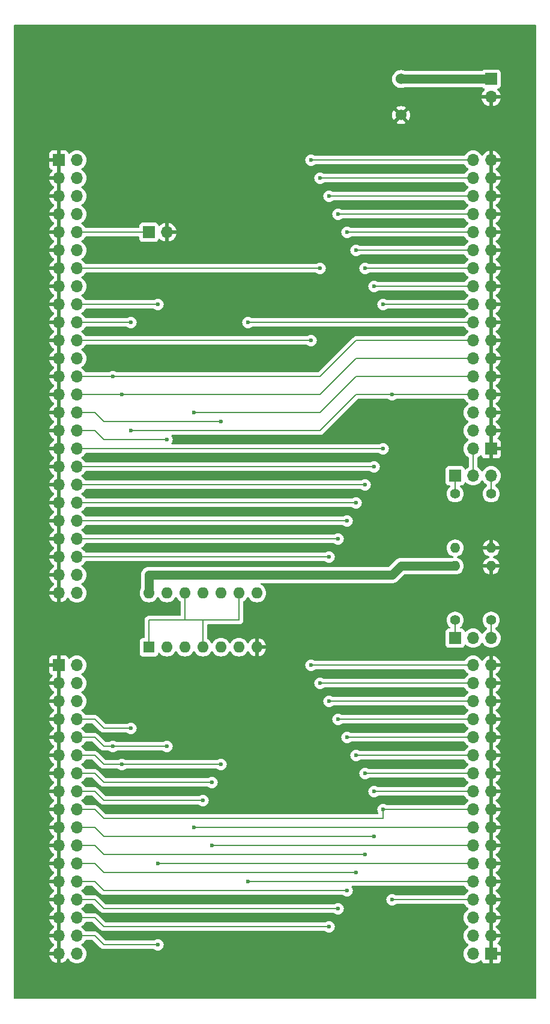
<source format=gbr>
%TF.GenerationSoftware,KiCad,Pcbnew,8.0.4*%
%TF.CreationDate,2024-09-04T22:50:34-05:00*%
%TF.ProjectId,TRS80_Floppy_Adapter,54525338-305f-4466-9c6f-7070795f4164,rev?*%
%TF.SameCoordinates,Original*%
%TF.FileFunction,Copper,L2,Bot*%
%TF.FilePolarity,Positive*%
%FSLAX46Y46*%
G04 Gerber Fmt 4.6, Leading zero omitted, Abs format (unit mm)*
G04 Created by KiCad (PCBNEW 8.0.4) date 2024-09-04 22:50:34*
%MOMM*%
%LPD*%
G01*
G04 APERTURE LIST*
%TA.AperFunction,Conductor*%
%ADD10C,0.200000*%
%TD*%
%TA.AperFunction,ComponentPad*%
%ADD11R,1.700000X1.700000*%
%TD*%
%TA.AperFunction,ComponentPad*%
%ADD12O,1.700000X1.700000*%
%TD*%
%TA.AperFunction,ComponentPad*%
%ADD13R,1.600000X1.600000*%
%TD*%
%TA.AperFunction,ComponentPad*%
%ADD14O,1.600000X1.600000*%
%TD*%
%TA.AperFunction,ComponentPad*%
%ADD15C,1.400000*%
%TD*%
%TA.AperFunction,ComponentPad*%
%ADD16O,1.400000X1.400000*%
%TD*%
%TA.AperFunction,ComponentPad*%
%ADD17C,1.524000*%
%TD*%
%TA.AperFunction,ViaPad*%
%ADD18C,0.600000*%
%TD*%
%TA.AperFunction,Conductor*%
%ADD19C,1.270000*%
%TD*%
G04 APERTURE END LIST*
D10*
%TO.N,Net-(PC_5inch1-Pin_8)*%
X118110000Y-78740000D02*
X106680000Y-78740000D01*
%TD*%
D11*
%TO.P,J3,1,Pin_1*%
%TO.N,Net-(J2-Pin_1)*%
X152400000Y-85090000D03*
D12*
%TO.P,J3,2,Pin_2*%
%TO.N,Net-(J2-Pin_2)*%
X154940000Y-85090000D03*
%TO.P,J3,3,Pin_3*%
%TO.N,Net-(J2-Pin_3)*%
X157480000Y-85090000D03*
%TD*%
D13*
%TO.P,U1,1*%
%TO.N,Net-(TRS80-5inch1-Pin_16)*%
X109220000Y-109220000D03*
D14*
%TO.P,U1,2*%
%TO.N,Net-(PC_5inch2-Pin_14)*%
X111760000Y-109220000D03*
%TO.P,U1,3*%
%TO.N,Net-(PC_5inch2-Pin_10)*%
X114300000Y-109220000D03*
%TO.P,U1,4*%
%TO.N,Net-(TRS80-5inch1-Pin_16)*%
X116840000Y-109220000D03*
%TO.P,U1,5*%
%TO.N,Net-(PC_5inch2-Pin_12)*%
X119380000Y-109220000D03*
%TO.P,U1,6*%
%TO.N,Net-(PC_5inch2-Pin_16)*%
X121920000Y-109220000D03*
%TO.P,U1,7,GND*%
%TO.N,GND*%
X124460000Y-109220000D03*
%TO.P,U1,8*%
%TO.N,Net-(PC_5inch1-Pin_10)*%
X124460000Y-101600000D03*
%TO.P,U1,9*%
%TO.N,Net-(TRS80-5inch1-Pin_16)*%
X121920000Y-101600000D03*
%TO.P,U1,10*%
%TO.N,Net-(PC_5inch1-Pin_14)*%
X119380000Y-101600000D03*
%TO.P,U1,11*%
%TO.N,Net-(PC_5inch1-Pin_16)*%
X116840000Y-101600000D03*
%TO.P,U1,12*%
%TO.N,Net-(TRS80-5inch1-Pin_16)*%
X114300000Y-101600000D03*
%TO.P,U1,13*%
%TO.N,Net-(PC_5inch1-Pin_12)*%
X111760000Y-101600000D03*
%TO.P,U1,14,VCC*%
%TO.N,+5V*%
X109220000Y-101600000D03*
%TD*%
D11*
%TO.P,PC Floppy 1 & 2,1,Pin_1*%
%TO.N,GND*%
X157480000Y-152400000D03*
D12*
%TO.P,PC Floppy 1 & 2,2,Pin_2*%
%TO.N,Net-(J6-Pin_2)*%
X154940000Y-152400000D03*
%TO.P,PC Floppy 1 & 2,3,Pin_3*%
%TO.N,GND*%
X157480000Y-149860000D03*
%TO.P,PC Floppy 1 & 2,4,Pin_4*%
%TO.N,unconnected-(PC_5inch1-Pin_4-Pad4)*%
X154940000Y-149860000D03*
%TO.P,PC Floppy 1 & 2,5,Pin_5*%
%TO.N,GND*%
X157480000Y-147320000D03*
%TO.P,PC Floppy 1 & 2,6,Pin_6*%
%TO.N,unconnected-(PC_5inch1-Pin_6-Pad6)*%
X154940000Y-147320000D03*
%TO.P,PC Floppy 1 & 2,7,Pin_7*%
%TO.N,GND*%
X157480000Y-144780000D03*
%TO.P,PC Floppy 1 & 2,8,Pin_8*%
%TO.N,Net-(PC_5inch1-Pin_8)*%
X154940000Y-144780000D03*
%TO.P,PC Floppy 1 & 2,9,Pin_9*%
%TO.N,GND*%
X157480000Y-142240000D03*
%TO.P,PC Floppy 1 & 2,10,Pin_10*%
%TO.N,Net-(PC_5inch1-Pin_10)*%
X154940000Y-142240000D03*
%TO.P,PC Floppy 1 & 2,11,Pin_11*%
%TO.N,GND*%
X157480000Y-139700000D03*
%TO.P,PC Floppy 1 & 2,12,Pin_12*%
%TO.N,Net-(PC_5inch1-Pin_12)*%
X154940000Y-139700000D03*
%TO.P,PC Floppy 1 & 2,13,Pin_13*%
%TO.N,GND*%
X157480000Y-137160000D03*
%TO.P,PC Floppy 1 & 2,14,Pin_14*%
%TO.N,Net-(PC_5inch1-Pin_14)*%
X154940000Y-137160000D03*
%TO.P,PC Floppy 1 & 2,15,Pin_15*%
%TO.N,GND*%
X157480000Y-134620000D03*
%TO.P,PC Floppy 1 & 2,16,Pin_16*%
%TO.N,Net-(PC_5inch1-Pin_16)*%
X154940000Y-134620000D03*
%TO.P,PC Floppy 1 & 2,17,Pin_17*%
%TO.N,GND*%
X157480000Y-132080000D03*
%TO.P,PC Floppy 1 & 2,18,Pin_18*%
%TO.N,Net-(PC_5inch1-Pin_18)*%
X154940000Y-132080000D03*
%TO.P,PC Floppy 1 & 2,19,Pin_19*%
%TO.N,GND*%
X157480000Y-129540000D03*
%TO.P,PC Floppy 1 & 2,20,Pin_20*%
%TO.N,Net-(PC_5inch1-Pin_20)*%
X154940000Y-129540000D03*
%TO.P,PC Floppy 1 & 2,21,Pin_21*%
%TO.N,GND*%
X157480000Y-127000000D03*
%TO.P,PC Floppy 1 & 2,22,Pin_22*%
%TO.N,Net-(PC_5inch1-Pin_22)*%
X154940000Y-127000000D03*
%TO.P,PC Floppy 1 & 2,23,Pin_23*%
%TO.N,GND*%
X157480000Y-124460000D03*
%TO.P,PC Floppy 1 & 2,24,Pin_24*%
%TO.N,Net-(PC_5inch1-Pin_24)*%
X154940000Y-124460000D03*
%TO.P,PC Floppy 1 & 2,25,Pin_25*%
%TO.N,GND*%
X157480000Y-121920000D03*
%TO.P,PC Floppy 1 & 2,26,Pin_26*%
%TO.N,Net-(PC_5inch1-Pin_26)*%
X154940000Y-121920000D03*
%TO.P,PC Floppy 1 & 2,27,Pin_27*%
%TO.N,GND*%
X157480000Y-119380000D03*
%TO.P,PC Floppy 1 & 2,28,Pin_28*%
%TO.N,Net-(PC_5inch1-Pin_28)*%
X154940000Y-119380000D03*
%TO.P,PC Floppy 1 & 2,29,Pin_29*%
%TO.N,GND*%
X157480000Y-116840000D03*
%TO.P,PC Floppy 1 & 2,30,Pin_30*%
%TO.N,Net-(PC_5inch1-Pin_30)*%
X154940000Y-116840000D03*
%TO.P,PC Floppy 1 & 2,31,Pin_31*%
%TO.N,GND*%
X157480000Y-114300000D03*
%TO.P,PC Floppy 1 & 2,32,Pin_32*%
%TO.N,Net-(PC_5inch1-Pin_32)*%
X154940000Y-114300000D03*
%TO.P,PC Floppy 1 & 2,33,Pin_33*%
%TO.N,GND*%
X157480000Y-111760000D03*
%TO.P,PC Floppy 1 & 2,34,Pin_34*%
%TO.N,Net-(PC_5inch1-Pin_34)*%
X154940000Y-111760000D03*
%TD*%
D15*
%TO.P,R3,1,1*%
%TO.N,Net-(J6-Pin_1)*%
X152400000Y-105410000D03*
D16*
%TO.P,R3,2,2*%
%TO.N,+5V*%
X152400000Y-97790000D03*
%TD*%
D11*
%TO.P,J4,1,Pin_1*%
%TO.N,Net-(J6-Pin_1)*%
X152400000Y-107950000D03*
D12*
%TO.P,J4,2,Pin_2*%
%TO.N,Net-(J6-Pin_2)*%
X154940000Y-107950000D03*
%TO.P,J4,3,Pin_3*%
%TO.N,Net-(J6-Pin_3)*%
X157480000Y-107950000D03*
%TD*%
D11*
%TO.P,PC Floppy 3 & 4,1,Pin_1*%
%TO.N,GND*%
X157480000Y-81280000D03*
D12*
%TO.P,PC Floppy 3 & 4,2,Pin_2*%
%TO.N,Net-(J2-Pin_2)*%
X154940000Y-81280000D03*
%TO.P,PC Floppy 3 & 4,3,Pin_3*%
%TO.N,GND*%
X157480000Y-78740000D03*
%TO.P,PC Floppy 3 & 4,4,Pin_4*%
%TO.N,unconnected-(PC_5inch2-Pin_4-Pad4)*%
X154940000Y-78740000D03*
%TO.P,PC Floppy 3 & 4,5,Pin_5*%
%TO.N,GND*%
X157480000Y-76200000D03*
%TO.P,PC Floppy 3 & 4,6,Pin_6*%
%TO.N,unconnected-(PC_5inch2-Pin_6-Pad6)*%
X154940000Y-76200000D03*
%TO.P,PC Floppy 3 & 4,7,Pin_7*%
%TO.N,GND*%
X157480000Y-73660000D03*
%TO.P,PC Floppy 3 & 4,8,Pin_8*%
%TO.N,Net-(PC_5inch1-Pin_8)*%
X154940000Y-73660000D03*
%TO.P,PC Floppy 3 & 4,9,Pin_9*%
%TO.N,GND*%
X157480000Y-71120000D03*
%TO.P,PC Floppy 3 & 4,10,Pin_10*%
%TO.N,Net-(PC_5inch2-Pin_10)*%
X154940000Y-71120000D03*
%TO.P,PC Floppy 3 & 4,11,Pin_11*%
%TO.N,GND*%
X157480000Y-68580000D03*
%TO.P,PC Floppy 3 & 4,12,Pin_12*%
%TO.N,Net-(PC_5inch2-Pin_12)*%
X154940000Y-68580000D03*
%TO.P,PC Floppy 3 & 4,13,Pin_13*%
%TO.N,GND*%
X157480000Y-66040000D03*
%TO.P,PC Floppy 3 & 4,14,Pin_14*%
%TO.N,Net-(PC_5inch2-Pin_14)*%
X154940000Y-66040000D03*
%TO.P,PC Floppy 3 & 4,15,Pin_15*%
%TO.N,GND*%
X157480000Y-63500000D03*
%TO.P,PC Floppy 3 & 4,16,Pin_16*%
%TO.N,Net-(PC_5inch2-Pin_16)*%
X154940000Y-63500000D03*
%TO.P,PC Floppy 3 & 4,17,Pin_17*%
%TO.N,GND*%
X157480000Y-60960000D03*
%TO.P,PC Floppy 3 & 4,18,Pin_18*%
%TO.N,Net-(PC_5inch1-Pin_18)*%
X154940000Y-60960000D03*
%TO.P,PC Floppy 3 & 4,19,Pin_19*%
%TO.N,GND*%
X157480000Y-58420000D03*
%TO.P,PC Floppy 3 & 4,20,Pin_20*%
%TO.N,Net-(PC_5inch1-Pin_20)*%
X154940000Y-58420000D03*
%TO.P,PC Floppy 3 & 4,21,Pin_21*%
%TO.N,GND*%
X157480000Y-55880000D03*
%TO.P,PC Floppy 3 & 4,22,Pin_22*%
%TO.N,Net-(PC_5inch1-Pin_22)*%
X154940000Y-55880000D03*
%TO.P,PC Floppy 3 & 4,23,Pin_23*%
%TO.N,GND*%
X157480000Y-53340000D03*
%TO.P,PC Floppy 3 & 4,24,Pin_24*%
%TO.N,Net-(PC_5inch1-Pin_24)*%
X154940000Y-53340000D03*
%TO.P,PC Floppy 3 & 4,25,Pin_25*%
%TO.N,GND*%
X157480000Y-50800000D03*
%TO.P,PC Floppy 3 & 4,26,Pin_26*%
%TO.N,Net-(PC_5inch1-Pin_26)*%
X154940000Y-50800000D03*
%TO.P,PC Floppy 3 & 4,27,Pin_27*%
%TO.N,GND*%
X157480000Y-48260000D03*
%TO.P,PC Floppy 3 & 4,28,Pin_28*%
%TO.N,Net-(PC_5inch1-Pin_28)*%
X154940000Y-48260000D03*
%TO.P,PC Floppy 3 & 4,29,Pin_29*%
%TO.N,GND*%
X157480000Y-45720000D03*
%TO.P,PC Floppy 3 & 4,30,Pin_30*%
%TO.N,Net-(PC_5inch1-Pin_30)*%
X154940000Y-45720000D03*
%TO.P,PC Floppy 3 & 4,31,Pin_31*%
%TO.N,GND*%
X157480000Y-43180000D03*
%TO.P,PC Floppy 3 & 4,32,Pin_32*%
%TO.N,Net-(PC_5inch1-Pin_32)*%
X154940000Y-43180000D03*
%TO.P,PC Floppy 3 & 4,33,Pin_33*%
%TO.N,GND*%
X157480000Y-40640000D03*
%TO.P,PC Floppy 3 & 4,34,Pin_34*%
%TO.N,Net-(PC_5inch1-Pin_34)*%
X154940000Y-40640000D03*
%TD*%
D11*
%TO.P,J1,1,Pin_1*%
%TO.N,Net-(J1-Pin_1)*%
X109220000Y-50800000D03*
D12*
%TO.P,J1,2,Pin_2*%
%TO.N,GND*%
X111760000Y-50800000D03*
%TD*%
D15*
%TO.P,R1,1,1*%
%TO.N,Net-(J2-Pin_1)*%
X152400000Y-87630000D03*
D16*
%TO.P,R1,2,2*%
%TO.N,+5V*%
X152400000Y-95250000D03*
%TD*%
D11*
%TO.P,TRS80 - 5.25inch,1,Pin_1*%
%TO.N,GND*%
X96520000Y-111760000D03*
D12*
%TO.P,TRS80 - 5.25inch,2,Pin_2*%
%TO.N,unconnected-(TRS80-5inch1-Pin_2-Pad2)*%
X99060000Y-111760000D03*
%TO.P,TRS80 - 5.25inch,3,Pin_3*%
%TO.N,GND*%
X96520000Y-114300000D03*
%TO.P,TRS80 - 5.25inch,4,Pin_4*%
%TO.N,unconnected-(TRS80-5inch1-Pin_4-Pad4)*%
X99060000Y-114300000D03*
%TO.P,TRS80 - 5.25inch,5,Pin_5*%
%TO.N,GND*%
X96520000Y-116840000D03*
%TO.P,TRS80 - 5.25inch,6,Pin_6*%
%TO.N,unconnected-(TRS80-5inch1-Pin_6-Pad6)*%
X99060000Y-116840000D03*
%TO.P,TRS80 - 5.25inch,7,Pin_7*%
%TO.N,GND*%
X96520000Y-119380000D03*
%TO.P,TRS80 - 5.25inch,8,Pin_8*%
%TO.N,Net-(PC_5inch1-Pin_8)*%
X99060000Y-119380000D03*
%TO.P,TRS80 - 5.25inch,9,Pin_9*%
%TO.N,GND*%
X96520000Y-121920000D03*
%TO.P,TRS80 - 5.25inch,10,Pin_10*%
%TO.N,Net-(PC_5inch2-Pin_14)*%
X99060000Y-121920000D03*
%TO.P,TRS80 - 5.25inch,11,Pin_11*%
%TO.N,GND*%
X96520000Y-124460000D03*
%TO.P,TRS80 - 5.25inch,12,Pin_12*%
%TO.N,Net-(PC_5inch2-Pin_12)*%
X99060000Y-124460000D03*
%TO.P,TRS80 - 5.25inch,13,Pin_13*%
%TO.N,GND*%
X96520000Y-127000000D03*
%TO.P,TRS80 - 5.25inch,14,Pin_14*%
%TO.N,Net-(PC_5inch1-Pin_14)*%
X99060000Y-127000000D03*
%TO.P,TRS80 - 5.25inch,15,Pin_15*%
%TO.N,GND*%
X96520000Y-129540000D03*
%TO.P,TRS80 - 5.25inch,16,Pin_16*%
%TO.N,Net-(TRS80-5inch1-Pin_16)*%
X99060000Y-129540000D03*
%TO.P,TRS80 - 5.25inch,17,Pin_17*%
%TO.N,GND*%
X96520000Y-132080000D03*
%TO.P,TRS80 - 5.25inch,18,Pin_18*%
%TO.N,Net-(PC_5inch1-Pin_18)*%
X99060000Y-132080000D03*
%TO.P,TRS80 - 5.25inch,19,Pin_19*%
%TO.N,GND*%
X96520000Y-134620000D03*
%TO.P,TRS80 - 5.25inch,20,Pin_20*%
%TO.N,Net-(PC_5inch1-Pin_20)*%
X99060000Y-134620000D03*
%TO.P,TRS80 - 5.25inch,21,Pin_21*%
%TO.N,GND*%
X96520000Y-137160000D03*
%TO.P,TRS80 - 5.25inch,22,Pin_22*%
%TO.N,Net-(PC_5inch1-Pin_22)*%
X99060000Y-137160000D03*
%TO.P,TRS80 - 5.25inch,23,Pin_23*%
%TO.N,GND*%
X96520000Y-139700000D03*
%TO.P,TRS80 - 5.25inch,24,Pin_24*%
%TO.N,Net-(PC_5inch1-Pin_24)*%
X99060000Y-139700000D03*
%TO.P,TRS80 - 5.25inch,25,Pin_25*%
%TO.N,GND*%
X96520000Y-142240000D03*
%TO.P,TRS80 - 5.25inch,26,Pin_26*%
%TO.N,Net-(PC_5inch1-Pin_26)*%
X99060000Y-142240000D03*
%TO.P,TRS80 - 5.25inch,27,Pin_27*%
%TO.N,GND*%
X96520000Y-144780000D03*
%TO.P,TRS80 - 5.25inch,28,Pin_28*%
%TO.N,Net-(PC_5inch1-Pin_28)*%
X99060000Y-144780000D03*
%TO.P,TRS80 - 5.25inch,29,Pin_29*%
%TO.N,GND*%
X96520000Y-147320000D03*
%TO.P,TRS80 - 5.25inch,30,Pin_30*%
%TO.N,Net-(PC_5inch1-Pin_30)*%
X99060000Y-147320000D03*
%TO.P,TRS80 - 5.25inch,31,Pin_31*%
%TO.N,GND*%
X96520000Y-149860000D03*
%TO.P,TRS80 - 5.25inch,32,Pin_32*%
%TO.N,Net-(PC_5inch1-Pin_12)*%
X99060000Y-149860000D03*
%TO.P,TRS80 - 5.25inch,33,Pin_33*%
%TO.N,GND*%
X96520000Y-152400000D03*
%TO.P,TRS80 - 5.25inch,34,Pin_34*%
%TO.N,unconnected-(TRS80-5inch1-Pin_34-Pad34)*%
X99060000Y-152400000D03*
%TD*%
D15*
%TO.P,R4,1,1*%
%TO.N,Net-(J6-Pin_3)*%
X157480000Y-105410000D03*
D16*
%TO.P,R4,2,2*%
%TO.N,GND*%
X157480000Y-97790000D03*
%TD*%
D11*
%TO.P,J2,1,Pin_1*%
%TO.N,+5V*%
X157480000Y-29226828D03*
D12*
%TO.P,J2,2,Pin_2*%
%TO.N,GND*%
X157480000Y-31766828D03*
%TD*%
D15*
%TO.P,R2,1,1*%
%TO.N,Net-(J2-Pin_3)*%
X157480000Y-87630000D03*
D16*
%TO.P,R2,2,2*%
%TO.N,GND*%
X157480000Y-95250000D03*
%TD*%
D11*
%TO.P,TRS80 - 8inch,1,Pin_1*%
%TO.N,GND*%
X96520000Y-40640000D03*
D12*
%TO.P,TRS80 - 8inch,2,Pin_2*%
%TO.N,unconnected-(TRS80_8inch1-Pin_2-Pad2)*%
X99060000Y-40640000D03*
%TO.P,TRS80 - 8inch,3,Pin_3*%
%TO.N,GND*%
X96520000Y-43180000D03*
%TO.P,TRS80 - 8inch,4,Pin_4*%
%TO.N,unconnected-(TRS80_8inch1-Pin_4-Pad4)*%
X99060000Y-43180000D03*
%TO.P,TRS80 - 8inch,5,Pin_5*%
%TO.N,GND*%
X96520000Y-45720000D03*
%TO.P,TRS80 - 8inch,6,Pin_6*%
%TO.N,unconnected-(TRS80_8inch1-Pin_6-Pad6)*%
X99060000Y-45720000D03*
%TO.P,TRS80 - 8inch,7,Pin_7*%
%TO.N,GND*%
X96520000Y-48260000D03*
%TO.P,TRS80 - 8inch,8,Pin_8*%
%TO.N,unconnected-(TRS80_8inch1-Pin_8-Pad8)*%
X99060000Y-48260000D03*
%TO.P,TRS80 - 8inch,9,Pin_9*%
%TO.N,GND*%
X96520000Y-50800000D03*
%TO.P,TRS80 - 8inch,10,Pin_10*%
%TO.N,Net-(J1-Pin_1)*%
X99060000Y-50800000D03*
%TO.P,TRS80 - 8inch,11,Pin_11*%
%TO.N,GND*%
X96520000Y-53340000D03*
%TO.P,TRS80 - 8inch,12,Pin_12*%
%TO.N,unconnected-(TRS80_8inch1-Pin_12-Pad12)*%
X99060000Y-53340000D03*
%TO.P,TRS80 - 8inch,13,Pin_13*%
%TO.N,GND*%
X96520000Y-55880000D03*
%TO.P,TRS80 - 8inch,14,Pin_14*%
%TO.N,Net-(PC_5inch1-Pin_32)*%
X99060000Y-55880000D03*
%TO.P,TRS80 - 8inch,15,Pin_15*%
%TO.N,GND*%
X96520000Y-58420000D03*
%TO.P,TRS80 - 8inch,16,Pin_16*%
%TO.N,unconnected-(TRS80_8inch1-Pin_16-Pad16)*%
X99060000Y-58420000D03*
%TO.P,TRS80 - 8inch,17,Pin_17*%
%TO.N,GND*%
X96520000Y-60960000D03*
%TO.P,TRS80 - 8inch,18,Pin_18*%
%TO.N,Net-(TRS80-5inch1-Pin_16)*%
X99060000Y-60960000D03*
%TO.P,TRS80 - 8inch,19,Pin_19*%
%TO.N,GND*%
X96520000Y-63500000D03*
%TO.P,TRS80 - 8inch,20,Pin_20*%
%TO.N,Net-(PC_5inch1-Pin_8)*%
X99060000Y-63500000D03*
%TO.P,TRS80 - 8inch,21,Pin_21*%
%TO.N,GND*%
X96520000Y-66040000D03*
%TO.P,TRS80 - 8inch,22,Pin_22*%
%TO.N,Net-(PC_5inch1-Pin_34)*%
X99060000Y-66040000D03*
%TO.P,TRS80 - 8inch,23,Pin_23*%
%TO.N,GND*%
X96520000Y-68580000D03*
%TO.P,TRS80 - 8inch,24,Pin_24*%
%TO.N,unconnected-(TRS80_8inch1-Pin_24-Pad24)*%
X99060000Y-68580000D03*
%TO.P,TRS80 - 8inch,25,Pin_25*%
%TO.N,GND*%
X96520000Y-71120000D03*
%TO.P,TRS80 - 8inch,26,Pin_26*%
%TO.N,Net-(PC_5inch2-Pin_14)*%
X99060000Y-71120000D03*
%TO.P,TRS80 - 8inch,27,Pin_27*%
%TO.N,GND*%
X96520000Y-73660000D03*
%TO.P,TRS80 - 8inch,28,Pin_28*%
%TO.N,Net-(PC_5inch2-Pin_12)*%
X99060000Y-73660000D03*
%TO.P,TRS80 - 8inch,29,Pin_29*%
%TO.N,GND*%
X96520000Y-76200000D03*
%TO.P,TRS80 - 8inch,30,Pin_30*%
%TO.N,Net-(PC_5inch1-Pin_14)*%
X99060000Y-76200000D03*
%TO.P,TRS80 - 8inch,31,Pin_31*%
%TO.N,GND*%
X96520000Y-78740000D03*
%TO.P,TRS80 - 8inch,32,Pin_32*%
%TO.N,Net-(PC_5inch1-Pin_12)*%
X99060000Y-78740000D03*
%TO.P,TRS80 - 8inch,33,Pin_33*%
%TO.N,GND*%
X96520000Y-81280000D03*
%TO.P,TRS80 - 8inch,34,Pin_34*%
%TO.N,Net-(PC_5inch1-Pin_18)*%
X99060000Y-81280000D03*
%TO.P,TRS80 - 8inch,35,Pin_35*%
%TO.N,GND*%
X96520000Y-83820000D03*
%TO.P,TRS80 - 8inch,36,Pin_36*%
%TO.N,Net-(PC_5inch1-Pin_20)*%
X99060000Y-83820000D03*
%TO.P,TRS80 - 8inch,37,Pin_37*%
%TO.N,GND*%
X96520000Y-86360000D03*
%TO.P,TRS80 - 8inch,38,Pin_38*%
%TO.N,Net-(PC_5inch1-Pin_22)*%
X99060000Y-86360000D03*
%TO.P,TRS80 - 8inch,39,Pin_39*%
%TO.N,GND*%
X96520000Y-88900000D03*
%TO.P,TRS80 - 8inch,40,Pin_40*%
%TO.N,Net-(PC_5inch1-Pin_24)*%
X99060000Y-88900000D03*
%TO.P,TRS80 - 8inch,41,Pin_41*%
%TO.N,GND*%
X96520000Y-91440000D03*
%TO.P,TRS80 - 8inch,42,Pin_42*%
%TO.N,Net-(PC_5inch1-Pin_26)*%
X99060000Y-91440000D03*
%TO.P,TRS80 - 8inch,43,Pin_43*%
%TO.N,GND*%
X96520000Y-93980000D03*
%TO.P,TRS80 - 8inch,44,Pin_44*%
%TO.N,Net-(PC_5inch1-Pin_28)*%
X99060000Y-93980000D03*
%TO.P,TRS80 - 8inch,45,Pin_45*%
%TO.N,GND*%
X96520000Y-96520000D03*
%TO.P,TRS80 - 8inch,46,Pin_46*%
%TO.N,Net-(PC_5inch1-Pin_30)*%
X99060000Y-96520000D03*
%TO.P,TRS80 - 8inch,47,Pin_47*%
%TO.N,GND*%
X96520000Y-99060000D03*
%TO.P,TRS80 - 8inch,48,Pin_48*%
%TO.N,unconnected-(TRS80_8inch1-Pin_48-Pad48)*%
X99060000Y-99060000D03*
%TO.P,TRS80 - 8inch,49,Pin_49*%
%TO.N,GND*%
X96520000Y-101600000D03*
%TO.P,TRS80 - 8inch,50,Pin_50*%
%TO.N,unconnected-(TRS80_8inch1-Pin_50-Pad50)*%
X99060000Y-101600000D03*
%TD*%
D17*
%TO.P,C1,1,1*%
%TO.N,+5V*%
X144780000Y-29226828D03*
%TO.P,C1,2,2*%
%TO.N,GND*%
X144780000Y-34306828D03*
%TD*%
D18*
%TO.N,+5V*%
X149860000Y-29210000D03*
%TO.N,Net-(PC_5inch1-Pin_28)*%
X135890000Y-146050000D03*
X135890000Y-119380000D03*
X135890000Y-93980000D03*
X135890000Y-48260000D03*
%TO.N,Net-(PC_5inch1-Pin_20)*%
X140970000Y-58420000D03*
X140970000Y-83820000D03*
X140970000Y-129540000D03*
X140970000Y-135890000D03*
%TO.N,Net-(PC_5inch1-Pin_18)*%
X142240000Y-132080000D03*
X142240000Y-60960000D03*
X142240000Y-81280000D03*
%TO.N,Net-(PC_5inch1-Pin_22)*%
X139700000Y-138430000D03*
X139700000Y-55880000D03*
X139700000Y-86360000D03*
X139700000Y-127000000D03*
%TO.N,Net-(PC_5inch1-Pin_12)*%
X110490000Y-151130000D03*
X110490000Y-139700000D03*
X111760000Y-80010000D03*
%TO.N,Net-(PC_5inch1-Pin_30)*%
X134620000Y-116840000D03*
X134620000Y-148590000D03*
X134620000Y-96520000D03*
X134620000Y-45720000D03*
%TO.N,Net-(PC_5inch1-Pin_32)*%
X133350000Y-43180000D03*
X133350000Y-55880000D03*
X133350000Y-114300000D03*
%TO.N,Net-(PC_5inch1-Pin_26)*%
X137160000Y-91440000D03*
X137160000Y-121920000D03*
X137160000Y-50800000D03*
X137160000Y-143510000D03*
%TO.N,Net-(PC_5inch1-Pin_34)*%
X132080000Y-66040000D03*
X132080000Y-40640000D03*
X132080000Y-111760000D03*
%TO.N,Net-(PC_5inch1-Pin_24)*%
X138430000Y-140970000D03*
X138430000Y-53340000D03*
X138430000Y-88900000D03*
X138430000Y-124460000D03*
%TO.N,Net-(PC_5inch1-Pin_16)*%
X115570000Y-134620000D03*
%TO.N,Net-(PC_5inch1-Pin_8)*%
X143510000Y-73660000D03*
X106680000Y-78740000D03*
X143510000Y-144780000D03*
X106680000Y-63500000D03*
X106680000Y-120650000D03*
%TO.N,Net-(PC_5inch1-Pin_10)*%
X123190000Y-142240000D03*
%TO.N,Net-(PC_5inch1-Pin_14)*%
X118110000Y-137160000D03*
X119380000Y-77470000D03*
X118110000Y-128270000D03*
%TO.N,Net-(PC_5inch2-Pin_12)*%
X119380000Y-125730000D03*
X105410000Y-73660000D03*
X105410000Y-125730000D03*
%TO.N,Net-(PC_5inch2-Pin_14)*%
X104140000Y-123190000D03*
X104140000Y-71120000D03*
X111760000Y-123190000D03*
%TO.N,Net-(PC_5inch2-Pin_10)*%
X115570000Y-76200000D03*
%TO.N,Net-(PC_5inch2-Pin_16)*%
X123190000Y-63500000D03*
%TO.N,Net-(TRS80-5inch1-Pin_16)*%
X116840000Y-130810000D03*
X110490000Y-60960000D03*
%TD*%
D19*
%TO.N,+5V*%
X149860000Y-29210000D02*
X149843172Y-29226828D01*
X149843172Y-29226828D02*
X144780000Y-29226828D01*
X144780000Y-97790000D02*
X143510000Y-99060000D01*
X157480000Y-29226828D02*
X149876828Y-29226828D01*
X152400000Y-97790000D02*
X144780000Y-97790000D01*
X143510000Y-99060000D02*
X109220000Y-99060000D01*
X149876828Y-29226828D02*
X149860000Y-29210000D01*
X109220000Y-99060000D02*
X109220000Y-101600000D01*
D10*
%TO.N,Net-(J1-Pin_1)*%
X99060000Y-50800000D02*
X109220000Y-50800000D01*
%TO.N,Net-(J2-Pin_1)*%
X152400000Y-87630000D02*
X152400000Y-85090000D01*
%TO.N,Net-(J2-Pin_2)*%
X154940000Y-85090000D02*
X154940000Y-81280000D01*
%TO.N,Net-(J2-Pin_3)*%
X157480000Y-87630000D02*
X157480000Y-85090000D01*
%TO.N,Net-(J6-Pin_1)*%
X152400000Y-105410000D02*
X152400000Y-107950000D01*
%TO.N,Net-(J6-Pin_3)*%
X157480000Y-105410000D02*
X157480000Y-107950000D01*
%TO.N,Net-(PC_5inch1-Pin_28)*%
X154940000Y-119380000D02*
X135890000Y-119380000D01*
X102870000Y-146050000D02*
X135890000Y-146050000D01*
X101600000Y-93980000D02*
X135890000Y-93980000D01*
X101600000Y-144780000D02*
X102870000Y-146050000D01*
X99060000Y-144780000D02*
X101600000Y-144780000D01*
X154940000Y-48260000D02*
X135890000Y-48260000D01*
X99060000Y-93980000D02*
X101600000Y-93980000D01*
%TO.N,Net-(PC_5inch1-Pin_20)*%
X99060000Y-83820000D02*
X101600000Y-83820000D01*
X102870000Y-135890000D02*
X140970000Y-135890000D01*
X154940000Y-129540000D02*
X140970000Y-129540000D01*
X99060000Y-134620000D02*
X101600000Y-134620000D01*
X101600000Y-134620000D02*
X102870000Y-135890000D01*
X101600000Y-83820000D02*
X140970000Y-83820000D01*
X154940000Y-58420000D02*
X140970000Y-58420000D01*
%TO.N,Net-(PC_5inch1-Pin_18)*%
X101600000Y-132080000D02*
X102870000Y-133350000D01*
X101600000Y-81280000D02*
X142240000Y-81280000D01*
X154940000Y-60960000D02*
X142240000Y-60960000D01*
X99060000Y-132080000D02*
X101600000Y-132080000D01*
X142240000Y-132080000D02*
X142240000Y-133350000D01*
X154940000Y-132080000D02*
X142240000Y-132080000D01*
X99060000Y-81280000D02*
X101600000Y-81280000D01*
X102870000Y-133350000D02*
X142240000Y-133350000D01*
%TO.N,Net-(PC_5inch1-Pin_22)*%
X154940000Y-55880000D02*
X139700000Y-55880000D01*
X154940000Y-127000000D02*
X139700000Y-127000000D01*
X102870000Y-138430000D02*
X139700000Y-138430000D01*
X101600000Y-86360000D02*
X139700000Y-86360000D01*
X101600000Y-137160000D02*
X102870000Y-138430000D01*
X99060000Y-137160000D02*
X101600000Y-137160000D01*
X99060000Y-86360000D02*
X101600000Y-86360000D01*
%TO.N,Net-(PC_5inch1-Pin_12)*%
X154940000Y-139700000D02*
X120650000Y-139700000D01*
X99060000Y-149860000D02*
X101600000Y-149860000D01*
X101600000Y-78740000D02*
X102870000Y-80010000D01*
X99060000Y-78740000D02*
X101600000Y-78740000D01*
X120650000Y-139700000D02*
X110490000Y-139700000D01*
X110490000Y-151130000D02*
X102870000Y-151130000D01*
X111760000Y-80010000D02*
X102870000Y-80010000D01*
X101600000Y-149860000D02*
X102870000Y-151130000D01*
%TO.N,Net-(PC_5inch1-Pin_30)*%
X99060000Y-147320000D02*
X101600000Y-147320000D01*
X99060000Y-96520000D02*
X101600000Y-96520000D01*
X154940000Y-116840000D02*
X134620000Y-116840000D01*
X102870000Y-148590000D02*
X134620000Y-148590000D01*
X101600000Y-96520000D02*
X134620000Y-96520000D01*
X154940000Y-45720000D02*
X134620000Y-45720000D01*
X101600000Y-147320000D02*
X102870000Y-148590000D01*
%TO.N,Net-(PC_5inch1-Pin_32)*%
X154940000Y-114300000D02*
X133350000Y-114300000D01*
X99060000Y-55880000D02*
X133350000Y-55880000D01*
X154940000Y-43180000D02*
X133350000Y-43180000D01*
%TO.N,Net-(PC_5inch1-Pin_26)*%
X154940000Y-50800000D02*
X137160000Y-50800000D01*
X101600000Y-142240000D02*
X102870000Y-143510000D01*
X99060000Y-91440000D02*
X101600000Y-91440000D01*
X99060000Y-142240000D02*
X101600000Y-142240000D01*
X102870000Y-143510000D02*
X137160000Y-143510000D01*
X154940000Y-121920000D02*
X137160000Y-121920000D01*
X101600000Y-91440000D02*
X137160000Y-91440000D01*
%TO.N,Net-(PC_5inch1-Pin_34)*%
X99060000Y-66040000D02*
X132080000Y-66040000D01*
X154940000Y-40640000D02*
X132080000Y-40640000D01*
X154940000Y-111760000D02*
X132080000Y-111760000D01*
%TO.N,Net-(PC_5inch1-Pin_24)*%
X101600000Y-139700000D02*
X102870000Y-140970000D01*
X154940000Y-124460000D02*
X138430000Y-124460000D01*
X102870000Y-140970000D02*
X138430000Y-140970000D01*
X99060000Y-88900000D02*
X138430000Y-88900000D01*
X154940000Y-53340000D02*
X138430000Y-53340000D01*
X99060000Y-139700000D02*
X101600000Y-139700000D01*
%TO.N,Net-(PC_5inch1-Pin_16)*%
X154940000Y-134620000D02*
X115570000Y-134620000D01*
%TO.N,Net-(PC_5inch1-Pin_8)*%
X148590000Y-73660000D02*
X143510000Y-73660000D01*
X154940000Y-144780000D02*
X143510000Y-144780000D01*
X99060000Y-119380000D02*
X101600000Y-119380000D01*
X138430000Y-73660000D02*
X133350000Y-78740000D01*
X101600000Y-119380000D02*
X102870000Y-120650000D01*
X133350000Y-78740000D02*
X118110000Y-78740000D01*
X154940000Y-73660000D02*
X148590000Y-73660000D01*
X102870000Y-120650000D02*
X106680000Y-120650000D01*
X99060000Y-63500000D02*
X101600000Y-63500000D01*
X143510000Y-73660000D02*
X138430000Y-73660000D01*
X101600000Y-63500000D02*
X106680000Y-63500000D01*
%TO.N,Net-(PC_5inch1-Pin_10)*%
X154940000Y-142240000D02*
X123190000Y-142240000D01*
%TO.N,Net-(PC_5inch1-Pin_14)*%
X128270000Y-137160000D02*
X118110000Y-137160000D01*
X101600000Y-76200000D02*
X102870000Y-77470000D01*
X154940000Y-137160000D02*
X144780000Y-137160000D01*
X102870000Y-128270000D02*
X118110000Y-128270000D01*
X102870000Y-77470000D02*
X119380000Y-77470000D01*
X99060000Y-76200000D02*
X101600000Y-76200000D01*
X144780000Y-137160000D02*
X128270000Y-137160000D01*
X99060000Y-127000000D02*
X101600000Y-127000000D01*
X101600000Y-127000000D02*
X102870000Y-128270000D01*
%TO.N,Net-(PC_5inch2-Pin_12)*%
X105410000Y-125730000D02*
X119380000Y-125730000D01*
X99060000Y-124460000D02*
X101600000Y-124460000D01*
X127000000Y-73660000D02*
X133350000Y-73660000D01*
X99060000Y-73660000D02*
X101600000Y-73660000D01*
X115570000Y-73660000D02*
X127000000Y-73660000D01*
X105410000Y-73660000D02*
X115570000Y-73660000D01*
X101600000Y-124460000D02*
X102870000Y-125730000D01*
X133350000Y-73660000D02*
X138430000Y-68580000D01*
X102870000Y-125730000D02*
X105410000Y-125730000D01*
X138430000Y-68580000D02*
X154940000Y-68580000D01*
X101600000Y-73660000D02*
X105410000Y-73660000D01*
%TO.N,Net-(PC_5inch2-Pin_14)*%
X102870000Y-123190000D02*
X104140000Y-123190000D01*
X144780000Y-66040000D02*
X138430000Y-66040000D01*
X104140000Y-71120000D02*
X119380000Y-71120000D01*
X133350000Y-71120000D02*
X119380000Y-71120000D01*
X101600000Y-121920000D02*
X102870000Y-123190000D01*
X154940000Y-66040000D02*
X144780000Y-66040000D01*
X99060000Y-71120000D02*
X101600000Y-71120000D01*
X104140000Y-123190000D02*
X111760000Y-123190000D01*
X99060000Y-71120000D02*
X104140000Y-71120000D01*
X99060000Y-121920000D02*
X101600000Y-121920000D01*
X138430000Y-66040000D02*
X133350000Y-71120000D01*
%TO.N,Net-(PC_5inch2-Pin_10)*%
X138430000Y-71120000D02*
X133350000Y-76200000D01*
X154940000Y-71120000D02*
X138430000Y-71120000D01*
X133350000Y-76200000D02*
X115570000Y-76200000D01*
%TO.N,Net-(PC_5inch2-Pin_16)*%
X154940000Y-63500000D02*
X123190000Y-63500000D01*
%TO.N,Net-(TRS80-5inch1-Pin_16)*%
X114300000Y-105410000D02*
X116840000Y-105410000D01*
X102870000Y-130810000D02*
X116840000Y-130810000D01*
X116840000Y-105410000D02*
X121920000Y-105410000D01*
X109220000Y-105410000D02*
X114300000Y-105410000D01*
X121920000Y-105410000D02*
X121920000Y-101600000D01*
X116840000Y-109220000D02*
X116840000Y-105410000D01*
X101600000Y-129540000D02*
X102870000Y-130810000D01*
X114300000Y-101600000D02*
X114300000Y-105410000D01*
X109220000Y-109220000D02*
X109220000Y-105410000D01*
X99060000Y-129540000D02*
X101600000Y-129540000D01*
X110490000Y-60960000D02*
X99060000Y-60960000D01*
%TD*%
%TA.AperFunction,Conductor*%
%TO.N,GND*%
G36*
X96770000Y-151966988D02*
G01*
X96712993Y-151934075D01*
X96585826Y-151900000D01*
X96454174Y-151900000D01*
X96327007Y-151934075D01*
X96270000Y-151966988D01*
X96270000Y-150293012D01*
X96327007Y-150325925D01*
X96454174Y-150360000D01*
X96585826Y-150360000D01*
X96712993Y-150325925D01*
X96770000Y-150293012D01*
X96770000Y-151966988D01*
G37*
%TD.AperFunction*%
%TA.AperFunction,Conductor*%
G36*
X157730000Y-151966988D02*
G01*
X157672993Y-151934075D01*
X157545826Y-151900000D01*
X157414174Y-151900000D01*
X157287007Y-151934075D01*
X157230000Y-151966988D01*
X157230000Y-150293012D01*
X157287007Y-150325925D01*
X157414174Y-150360000D01*
X157545826Y-150360000D01*
X157672993Y-150325925D01*
X157730000Y-150293012D01*
X157730000Y-151966988D01*
G37*
%TD.AperFunction*%
%TA.AperFunction,Conductor*%
G36*
X96770000Y-149426988D02*
G01*
X96712993Y-149394075D01*
X96585826Y-149360000D01*
X96454174Y-149360000D01*
X96327007Y-149394075D01*
X96270000Y-149426988D01*
X96270000Y-147753012D01*
X96327007Y-147785925D01*
X96454174Y-147820000D01*
X96585826Y-147820000D01*
X96712993Y-147785925D01*
X96770000Y-147753012D01*
X96770000Y-149426988D01*
G37*
%TD.AperFunction*%
%TA.AperFunction,Conductor*%
G36*
X157730000Y-149426988D02*
G01*
X157672993Y-149394075D01*
X157545826Y-149360000D01*
X157414174Y-149360000D01*
X157287007Y-149394075D01*
X157230000Y-149426988D01*
X157230000Y-147753012D01*
X157287007Y-147785925D01*
X157414174Y-147820000D01*
X157545826Y-147820000D01*
X157672993Y-147785925D01*
X157730000Y-147753012D01*
X157730000Y-149426988D01*
G37*
%TD.AperFunction*%
%TA.AperFunction,Conductor*%
G36*
X96770000Y-146886988D02*
G01*
X96712993Y-146854075D01*
X96585826Y-146820000D01*
X96454174Y-146820000D01*
X96327007Y-146854075D01*
X96270000Y-146886988D01*
X96270000Y-145213012D01*
X96327007Y-145245925D01*
X96454174Y-145280000D01*
X96585826Y-145280000D01*
X96712993Y-145245925D01*
X96770000Y-145213012D01*
X96770000Y-146886988D01*
G37*
%TD.AperFunction*%
%TA.AperFunction,Conductor*%
G36*
X157730000Y-146886988D02*
G01*
X157672993Y-146854075D01*
X157545826Y-146820000D01*
X157414174Y-146820000D01*
X157287007Y-146854075D01*
X157230000Y-146886988D01*
X157230000Y-145213012D01*
X157287007Y-145245925D01*
X157414174Y-145280000D01*
X157545826Y-145280000D01*
X157672993Y-145245925D01*
X157730000Y-145213012D01*
X157730000Y-146886988D01*
G37*
%TD.AperFunction*%
%TA.AperFunction,Conductor*%
G36*
X96770000Y-144346988D02*
G01*
X96712993Y-144314075D01*
X96585826Y-144280000D01*
X96454174Y-144280000D01*
X96327007Y-144314075D01*
X96270000Y-144346988D01*
X96270000Y-142673012D01*
X96327007Y-142705925D01*
X96454174Y-142740000D01*
X96585826Y-142740000D01*
X96712993Y-142705925D01*
X96770000Y-142673012D01*
X96770000Y-144346988D01*
G37*
%TD.AperFunction*%
%TA.AperFunction,Conductor*%
G36*
X157730000Y-144346988D02*
G01*
X157672993Y-144314075D01*
X157545826Y-144280000D01*
X157414174Y-144280000D01*
X157287007Y-144314075D01*
X157230000Y-144346988D01*
X157230000Y-142673012D01*
X157287007Y-142705925D01*
X157414174Y-142740000D01*
X157545826Y-142740000D01*
X157672993Y-142705925D01*
X157730000Y-142673012D01*
X157730000Y-144346988D01*
G37*
%TD.AperFunction*%
%TA.AperFunction,Conductor*%
G36*
X96770000Y-141806988D02*
G01*
X96712993Y-141774075D01*
X96585826Y-141740000D01*
X96454174Y-141740000D01*
X96327007Y-141774075D01*
X96270000Y-141806988D01*
X96270000Y-140133012D01*
X96327007Y-140165925D01*
X96454174Y-140200000D01*
X96585826Y-140200000D01*
X96712993Y-140165925D01*
X96770000Y-140133012D01*
X96770000Y-141806988D01*
G37*
%TD.AperFunction*%
%TA.AperFunction,Conductor*%
G36*
X157730000Y-141806988D02*
G01*
X157672993Y-141774075D01*
X157545826Y-141740000D01*
X157414174Y-141740000D01*
X157287007Y-141774075D01*
X157230000Y-141806988D01*
X157230000Y-140133012D01*
X157287007Y-140165925D01*
X157414174Y-140200000D01*
X157545826Y-140200000D01*
X157672993Y-140165925D01*
X157730000Y-140133012D01*
X157730000Y-141806988D01*
G37*
%TD.AperFunction*%
%TA.AperFunction,Conductor*%
G36*
X96770000Y-139266988D02*
G01*
X96712993Y-139234075D01*
X96585826Y-139200000D01*
X96454174Y-139200000D01*
X96327007Y-139234075D01*
X96270000Y-139266988D01*
X96270000Y-137593012D01*
X96327007Y-137625925D01*
X96454174Y-137660000D01*
X96585826Y-137660000D01*
X96712993Y-137625925D01*
X96770000Y-137593012D01*
X96770000Y-139266988D01*
G37*
%TD.AperFunction*%
%TA.AperFunction,Conductor*%
G36*
X157730000Y-139266988D02*
G01*
X157672993Y-139234075D01*
X157545826Y-139200000D01*
X157414174Y-139200000D01*
X157287007Y-139234075D01*
X157230000Y-139266988D01*
X157230000Y-137593012D01*
X157287007Y-137625925D01*
X157414174Y-137660000D01*
X157545826Y-137660000D01*
X157672993Y-137625925D01*
X157730000Y-137593012D01*
X157730000Y-139266988D01*
G37*
%TD.AperFunction*%
%TA.AperFunction,Conductor*%
G36*
X96770000Y-136726988D02*
G01*
X96712993Y-136694075D01*
X96585826Y-136660000D01*
X96454174Y-136660000D01*
X96327007Y-136694075D01*
X96270000Y-136726988D01*
X96270000Y-135053012D01*
X96327007Y-135085925D01*
X96454174Y-135120000D01*
X96585826Y-135120000D01*
X96712993Y-135085925D01*
X96770000Y-135053012D01*
X96770000Y-136726988D01*
G37*
%TD.AperFunction*%
%TA.AperFunction,Conductor*%
G36*
X157730000Y-136726988D02*
G01*
X157672993Y-136694075D01*
X157545826Y-136660000D01*
X157414174Y-136660000D01*
X157287007Y-136694075D01*
X157230000Y-136726988D01*
X157230000Y-135053012D01*
X157287007Y-135085925D01*
X157414174Y-135120000D01*
X157545826Y-135120000D01*
X157672993Y-135085925D01*
X157730000Y-135053012D01*
X157730000Y-136726988D01*
G37*
%TD.AperFunction*%
%TA.AperFunction,Conductor*%
G36*
X96770000Y-134186988D02*
G01*
X96712993Y-134154075D01*
X96585826Y-134120000D01*
X96454174Y-134120000D01*
X96327007Y-134154075D01*
X96270000Y-134186988D01*
X96270000Y-132513012D01*
X96327007Y-132545925D01*
X96454174Y-132580000D01*
X96585826Y-132580000D01*
X96712993Y-132545925D01*
X96770000Y-132513012D01*
X96770000Y-134186988D01*
G37*
%TD.AperFunction*%
%TA.AperFunction,Conductor*%
G36*
X157730000Y-134186988D02*
G01*
X157672993Y-134154075D01*
X157545826Y-134120000D01*
X157414174Y-134120000D01*
X157287007Y-134154075D01*
X157230000Y-134186988D01*
X157230000Y-132513012D01*
X157287007Y-132545925D01*
X157414174Y-132580000D01*
X157545826Y-132580000D01*
X157672993Y-132545925D01*
X157730000Y-132513012D01*
X157730000Y-134186988D01*
G37*
%TD.AperFunction*%
%TA.AperFunction,Conductor*%
G36*
X96770000Y-131646988D02*
G01*
X96712993Y-131614075D01*
X96585826Y-131580000D01*
X96454174Y-131580000D01*
X96327007Y-131614075D01*
X96270000Y-131646988D01*
X96270000Y-129973012D01*
X96327007Y-130005925D01*
X96454174Y-130040000D01*
X96585826Y-130040000D01*
X96712993Y-130005925D01*
X96770000Y-129973012D01*
X96770000Y-131646988D01*
G37*
%TD.AperFunction*%
%TA.AperFunction,Conductor*%
G36*
X157730000Y-131646988D02*
G01*
X157672993Y-131614075D01*
X157545826Y-131580000D01*
X157414174Y-131580000D01*
X157287007Y-131614075D01*
X157230000Y-131646988D01*
X157230000Y-129973012D01*
X157287007Y-130005925D01*
X157414174Y-130040000D01*
X157545826Y-130040000D01*
X157672993Y-130005925D01*
X157730000Y-129973012D01*
X157730000Y-131646988D01*
G37*
%TD.AperFunction*%
%TA.AperFunction,Conductor*%
G36*
X96770000Y-129106988D02*
G01*
X96712993Y-129074075D01*
X96585826Y-129040000D01*
X96454174Y-129040000D01*
X96327007Y-129074075D01*
X96270000Y-129106988D01*
X96270000Y-127433012D01*
X96327007Y-127465925D01*
X96454174Y-127500000D01*
X96585826Y-127500000D01*
X96712993Y-127465925D01*
X96770000Y-127433012D01*
X96770000Y-129106988D01*
G37*
%TD.AperFunction*%
%TA.AperFunction,Conductor*%
G36*
X157730000Y-129106988D02*
G01*
X157672993Y-129074075D01*
X157545826Y-129040000D01*
X157414174Y-129040000D01*
X157287007Y-129074075D01*
X157230000Y-129106988D01*
X157230000Y-127433012D01*
X157287007Y-127465925D01*
X157414174Y-127500000D01*
X157545826Y-127500000D01*
X157672993Y-127465925D01*
X157730000Y-127433012D01*
X157730000Y-129106988D01*
G37*
%TD.AperFunction*%
%TA.AperFunction,Conductor*%
G36*
X96770000Y-126566988D02*
G01*
X96712993Y-126534075D01*
X96585826Y-126500000D01*
X96454174Y-126500000D01*
X96327007Y-126534075D01*
X96270000Y-126566988D01*
X96270000Y-124893012D01*
X96327007Y-124925925D01*
X96454174Y-124960000D01*
X96585826Y-124960000D01*
X96712993Y-124925925D01*
X96770000Y-124893012D01*
X96770000Y-126566988D01*
G37*
%TD.AperFunction*%
%TA.AperFunction,Conductor*%
G36*
X157730000Y-126566988D02*
G01*
X157672993Y-126534075D01*
X157545826Y-126500000D01*
X157414174Y-126500000D01*
X157287007Y-126534075D01*
X157230000Y-126566988D01*
X157230000Y-124893012D01*
X157287007Y-124925925D01*
X157414174Y-124960000D01*
X157545826Y-124960000D01*
X157672993Y-124925925D01*
X157730000Y-124893012D01*
X157730000Y-126566988D01*
G37*
%TD.AperFunction*%
%TA.AperFunction,Conductor*%
G36*
X96770000Y-124026988D02*
G01*
X96712993Y-123994075D01*
X96585826Y-123960000D01*
X96454174Y-123960000D01*
X96327007Y-123994075D01*
X96270000Y-124026988D01*
X96270000Y-122353012D01*
X96327007Y-122385925D01*
X96454174Y-122420000D01*
X96585826Y-122420000D01*
X96712993Y-122385925D01*
X96770000Y-122353012D01*
X96770000Y-124026988D01*
G37*
%TD.AperFunction*%
%TA.AperFunction,Conductor*%
G36*
X157730000Y-124026988D02*
G01*
X157672993Y-123994075D01*
X157545826Y-123960000D01*
X157414174Y-123960000D01*
X157287007Y-123994075D01*
X157230000Y-124026988D01*
X157230000Y-122353012D01*
X157287007Y-122385925D01*
X157414174Y-122420000D01*
X157545826Y-122420000D01*
X157672993Y-122385925D01*
X157730000Y-122353012D01*
X157730000Y-124026988D01*
G37*
%TD.AperFunction*%
%TA.AperFunction,Conductor*%
G36*
X96770000Y-121486988D02*
G01*
X96712993Y-121454075D01*
X96585826Y-121420000D01*
X96454174Y-121420000D01*
X96327007Y-121454075D01*
X96270000Y-121486988D01*
X96270000Y-119813012D01*
X96327007Y-119845925D01*
X96454174Y-119880000D01*
X96585826Y-119880000D01*
X96712993Y-119845925D01*
X96770000Y-119813012D01*
X96770000Y-121486988D01*
G37*
%TD.AperFunction*%
%TA.AperFunction,Conductor*%
G36*
X157730000Y-121486988D02*
G01*
X157672993Y-121454075D01*
X157545826Y-121420000D01*
X157414174Y-121420000D01*
X157287007Y-121454075D01*
X157230000Y-121486988D01*
X157230000Y-119813012D01*
X157287007Y-119845925D01*
X157414174Y-119880000D01*
X157545826Y-119880000D01*
X157672993Y-119845925D01*
X157730000Y-119813012D01*
X157730000Y-121486988D01*
G37*
%TD.AperFunction*%
%TA.AperFunction,Conductor*%
G36*
X96770000Y-118946988D02*
G01*
X96712993Y-118914075D01*
X96585826Y-118880000D01*
X96454174Y-118880000D01*
X96327007Y-118914075D01*
X96270000Y-118946988D01*
X96270000Y-117273012D01*
X96327007Y-117305925D01*
X96454174Y-117340000D01*
X96585826Y-117340000D01*
X96712993Y-117305925D01*
X96770000Y-117273012D01*
X96770000Y-118946988D01*
G37*
%TD.AperFunction*%
%TA.AperFunction,Conductor*%
G36*
X157730000Y-118946988D02*
G01*
X157672993Y-118914075D01*
X157545826Y-118880000D01*
X157414174Y-118880000D01*
X157287007Y-118914075D01*
X157230000Y-118946988D01*
X157230000Y-117273012D01*
X157287007Y-117305925D01*
X157414174Y-117340000D01*
X157545826Y-117340000D01*
X157672993Y-117305925D01*
X157730000Y-117273012D01*
X157730000Y-118946988D01*
G37*
%TD.AperFunction*%
%TA.AperFunction,Conductor*%
G36*
X96770000Y-116406988D02*
G01*
X96712993Y-116374075D01*
X96585826Y-116340000D01*
X96454174Y-116340000D01*
X96327007Y-116374075D01*
X96270000Y-116406988D01*
X96270000Y-114733012D01*
X96327007Y-114765925D01*
X96454174Y-114800000D01*
X96585826Y-114800000D01*
X96712993Y-114765925D01*
X96770000Y-114733012D01*
X96770000Y-116406988D01*
G37*
%TD.AperFunction*%
%TA.AperFunction,Conductor*%
G36*
X157730000Y-116406988D02*
G01*
X157672993Y-116374075D01*
X157545826Y-116340000D01*
X157414174Y-116340000D01*
X157287007Y-116374075D01*
X157230000Y-116406988D01*
X157230000Y-114733012D01*
X157287007Y-114765925D01*
X157414174Y-114800000D01*
X157545826Y-114800000D01*
X157672993Y-114765925D01*
X157730000Y-114733012D01*
X157730000Y-116406988D01*
G37*
%TD.AperFunction*%
%TA.AperFunction,Conductor*%
G36*
X96770000Y-113866988D02*
G01*
X96712993Y-113834075D01*
X96585826Y-113800000D01*
X96454174Y-113800000D01*
X96327007Y-113834075D01*
X96270000Y-113866988D01*
X96270000Y-112193012D01*
X96327007Y-112225925D01*
X96454174Y-112260000D01*
X96585826Y-112260000D01*
X96712993Y-112225925D01*
X96770000Y-112193012D01*
X96770000Y-113866988D01*
G37*
%TD.AperFunction*%
%TA.AperFunction,Conductor*%
G36*
X157730000Y-113866988D02*
G01*
X157672993Y-113834075D01*
X157545826Y-113800000D01*
X157414174Y-113800000D01*
X157287007Y-113834075D01*
X157230000Y-113866988D01*
X157230000Y-112193012D01*
X157287007Y-112225925D01*
X157414174Y-112260000D01*
X157545826Y-112260000D01*
X157672993Y-112225925D01*
X157730000Y-112193012D01*
X157730000Y-113866988D01*
G37*
%TD.AperFunction*%
%TA.AperFunction,Conductor*%
G36*
X96770000Y-101166988D02*
G01*
X96712993Y-101134075D01*
X96585826Y-101100000D01*
X96454174Y-101100000D01*
X96327007Y-101134075D01*
X96270000Y-101166988D01*
X96270000Y-99493012D01*
X96327007Y-99525925D01*
X96454174Y-99560000D01*
X96585826Y-99560000D01*
X96712993Y-99525925D01*
X96770000Y-99493012D01*
X96770000Y-101166988D01*
G37*
%TD.AperFunction*%
%TA.AperFunction,Conductor*%
G36*
X96770000Y-98626988D02*
G01*
X96712993Y-98594075D01*
X96585826Y-98560000D01*
X96454174Y-98560000D01*
X96327007Y-98594075D01*
X96270000Y-98626988D01*
X96270000Y-96953012D01*
X96327007Y-96985925D01*
X96454174Y-97020000D01*
X96585826Y-97020000D01*
X96712993Y-96985925D01*
X96770000Y-96953012D01*
X96770000Y-98626988D01*
G37*
%TD.AperFunction*%
%TA.AperFunction,Conductor*%
G36*
X96770000Y-96086988D02*
G01*
X96712993Y-96054075D01*
X96585826Y-96020000D01*
X96454174Y-96020000D01*
X96327007Y-96054075D01*
X96270000Y-96086988D01*
X96270000Y-94413012D01*
X96327007Y-94445925D01*
X96454174Y-94480000D01*
X96585826Y-94480000D01*
X96712993Y-94445925D01*
X96770000Y-94413012D01*
X96770000Y-96086988D01*
G37*
%TD.AperFunction*%
%TA.AperFunction,Conductor*%
G36*
X96770000Y-93546988D02*
G01*
X96712993Y-93514075D01*
X96585826Y-93480000D01*
X96454174Y-93480000D01*
X96327007Y-93514075D01*
X96270000Y-93546988D01*
X96270000Y-91873012D01*
X96327007Y-91905925D01*
X96454174Y-91940000D01*
X96585826Y-91940000D01*
X96712993Y-91905925D01*
X96770000Y-91873012D01*
X96770000Y-93546988D01*
G37*
%TD.AperFunction*%
%TA.AperFunction,Conductor*%
G36*
X96770000Y-91006988D02*
G01*
X96712993Y-90974075D01*
X96585826Y-90940000D01*
X96454174Y-90940000D01*
X96327007Y-90974075D01*
X96270000Y-91006988D01*
X96270000Y-89333012D01*
X96327007Y-89365925D01*
X96454174Y-89400000D01*
X96585826Y-89400000D01*
X96712993Y-89365925D01*
X96770000Y-89333012D01*
X96770000Y-91006988D01*
G37*
%TD.AperFunction*%
%TA.AperFunction,Conductor*%
G36*
X96770000Y-88466988D02*
G01*
X96712993Y-88434075D01*
X96585826Y-88400000D01*
X96454174Y-88400000D01*
X96327007Y-88434075D01*
X96270000Y-88466988D01*
X96270000Y-86793012D01*
X96327007Y-86825925D01*
X96454174Y-86860000D01*
X96585826Y-86860000D01*
X96712993Y-86825925D01*
X96770000Y-86793012D01*
X96770000Y-88466988D01*
G37*
%TD.AperFunction*%
%TA.AperFunction,Conductor*%
G36*
X96770000Y-85926988D02*
G01*
X96712993Y-85894075D01*
X96585826Y-85860000D01*
X96454174Y-85860000D01*
X96327007Y-85894075D01*
X96270000Y-85926988D01*
X96270000Y-84253012D01*
X96327007Y-84285925D01*
X96454174Y-84320000D01*
X96585826Y-84320000D01*
X96712993Y-84285925D01*
X96770000Y-84253012D01*
X96770000Y-85926988D01*
G37*
%TD.AperFunction*%
%TA.AperFunction,Conductor*%
G36*
X96770000Y-83386988D02*
G01*
X96712993Y-83354075D01*
X96585826Y-83320000D01*
X96454174Y-83320000D01*
X96327007Y-83354075D01*
X96270000Y-83386988D01*
X96270000Y-81713012D01*
X96327007Y-81745925D01*
X96454174Y-81780000D01*
X96585826Y-81780000D01*
X96712993Y-81745925D01*
X96770000Y-81713012D01*
X96770000Y-83386988D01*
G37*
%TD.AperFunction*%
%TA.AperFunction,Conductor*%
G36*
X96770000Y-80846988D02*
G01*
X96712993Y-80814075D01*
X96585826Y-80780000D01*
X96454174Y-80780000D01*
X96327007Y-80814075D01*
X96270000Y-80846988D01*
X96270000Y-79173012D01*
X96327007Y-79205925D01*
X96454174Y-79240000D01*
X96585826Y-79240000D01*
X96712993Y-79205925D01*
X96770000Y-79173012D01*
X96770000Y-80846988D01*
G37*
%TD.AperFunction*%
%TA.AperFunction,Conductor*%
G36*
X157730000Y-80846988D02*
G01*
X157672993Y-80814075D01*
X157545826Y-80780000D01*
X157414174Y-80780000D01*
X157287007Y-80814075D01*
X157230000Y-80846988D01*
X157230000Y-79173012D01*
X157287007Y-79205925D01*
X157414174Y-79240000D01*
X157545826Y-79240000D01*
X157672993Y-79205925D01*
X157730000Y-79173012D01*
X157730000Y-80846988D01*
G37*
%TD.AperFunction*%
%TA.AperFunction,Conductor*%
G36*
X96770000Y-78306988D02*
G01*
X96712993Y-78274075D01*
X96585826Y-78240000D01*
X96454174Y-78240000D01*
X96327007Y-78274075D01*
X96270000Y-78306988D01*
X96270000Y-76633012D01*
X96327007Y-76665925D01*
X96454174Y-76700000D01*
X96585826Y-76700000D01*
X96712993Y-76665925D01*
X96770000Y-76633012D01*
X96770000Y-78306988D01*
G37*
%TD.AperFunction*%
%TA.AperFunction,Conductor*%
G36*
X157730000Y-78306988D02*
G01*
X157672993Y-78274075D01*
X157545826Y-78240000D01*
X157414174Y-78240000D01*
X157287007Y-78274075D01*
X157230000Y-78306988D01*
X157230000Y-76633012D01*
X157287007Y-76665925D01*
X157414174Y-76700000D01*
X157545826Y-76700000D01*
X157672993Y-76665925D01*
X157730000Y-76633012D01*
X157730000Y-78306988D01*
G37*
%TD.AperFunction*%
%TA.AperFunction,Conductor*%
G36*
X96770000Y-75766988D02*
G01*
X96712993Y-75734075D01*
X96585826Y-75700000D01*
X96454174Y-75700000D01*
X96327007Y-75734075D01*
X96270000Y-75766988D01*
X96270000Y-74093012D01*
X96327007Y-74125925D01*
X96454174Y-74160000D01*
X96585826Y-74160000D01*
X96712993Y-74125925D01*
X96770000Y-74093012D01*
X96770000Y-75766988D01*
G37*
%TD.AperFunction*%
%TA.AperFunction,Conductor*%
G36*
X157730000Y-75766988D02*
G01*
X157672993Y-75734075D01*
X157545826Y-75700000D01*
X157414174Y-75700000D01*
X157287007Y-75734075D01*
X157230000Y-75766988D01*
X157230000Y-74093012D01*
X157287007Y-74125925D01*
X157414174Y-74160000D01*
X157545826Y-74160000D01*
X157672993Y-74125925D01*
X157730000Y-74093012D01*
X157730000Y-75766988D01*
G37*
%TD.AperFunction*%
%TA.AperFunction,Conductor*%
G36*
X96770000Y-73226988D02*
G01*
X96712993Y-73194075D01*
X96585826Y-73160000D01*
X96454174Y-73160000D01*
X96327007Y-73194075D01*
X96270000Y-73226988D01*
X96270000Y-71553012D01*
X96327007Y-71585925D01*
X96454174Y-71620000D01*
X96585826Y-71620000D01*
X96712993Y-71585925D01*
X96770000Y-71553012D01*
X96770000Y-73226988D01*
G37*
%TD.AperFunction*%
%TA.AperFunction,Conductor*%
G36*
X157730000Y-73226988D02*
G01*
X157672993Y-73194075D01*
X157545826Y-73160000D01*
X157414174Y-73160000D01*
X157287007Y-73194075D01*
X157230000Y-73226988D01*
X157230000Y-71553012D01*
X157287007Y-71585925D01*
X157414174Y-71620000D01*
X157545826Y-71620000D01*
X157672993Y-71585925D01*
X157730000Y-71553012D01*
X157730000Y-73226988D01*
G37*
%TD.AperFunction*%
%TA.AperFunction,Conductor*%
G36*
X96770000Y-70686988D02*
G01*
X96712993Y-70654075D01*
X96585826Y-70620000D01*
X96454174Y-70620000D01*
X96327007Y-70654075D01*
X96270000Y-70686988D01*
X96270000Y-69013012D01*
X96327007Y-69045925D01*
X96454174Y-69080000D01*
X96585826Y-69080000D01*
X96712993Y-69045925D01*
X96770000Y-69013012D01*
X96770000Y-70686988D01*
G37*
%TD.AperFunction*%
%TA.AperFunction,Conductor*%
G36*
X157730000Y-70686988D02*
G01*
X157672993Y-70654075D01*
X157545826Y-70620000D01*
X157414174Y-70620000D01*
X157287007Y-70654075D01*
X157230000Y-70686988D01*
X157230000Y-69013012D01*
X157287007Y-69045925D01*
X157414174Y-69080000D01*
X157545826Y-69080000D01*
X157672993Y-69045925D01*
X157730000Y-69013012D01*
X157730000Y-70686988D01*
G37*
%TD.AperFunction*%
%TA.AperFunction,Conductor*%
G36*
X96770000Y-68146988D02*
G01*
X96712993Y-68114075D01*
X96585826Y-68080000D01*
X96454174Y-68080000D01*
X96327007Y-68114075D01*
X96270000Y-68146988D01*
X96270000Y-66473012D01*
X96327007Y-66505925D01*
X96454174Y-66540000D01*
X96585826Y-66540000D01*
X96712993Y-66505925D01*
X96770000Y-66473012D01*
X96770000Y-68146988D01*
G37*
%TD.AperFunction*%
%TA.AperFunction,Conductor*%
G36*
X157730000Y-68146988D02*
G01*
X157672993Y-68114075D01*
X157545826Y-68080000D01*
X157414174Y-68080000D01*
X157287007Y-68114075D01*
X157230000Y-68146988D01*
X157230000Y-66473012D01*
X157287007Y-66505925D01*
X157414174Y-66540000D01*
X157545826Y-66540000D01*
X157672993Y-66505925D01*
X157730000Y-66473012D01*
X157730000Y-68146988D01*
G37*
%TD.AperFunction*%
%TA.AperFunction,Conductor*%
G36*
X96770000Y-65606988D02*
G01*
X96712993Y-65574075D01*
X96585826Y-65540000D01*
X96454174Y-65540000D01*
X96327007Y-65574075D01*
X96270000Y-65606988D01*
X96270000Y-63933012D01*
X96327007Y-63965925D01*
X96454174Y-64000000D01*
X96585826Y-64000000D01*
X96712993Y-63965925D01*
X96770000Y-63933012D01*
X96770000Y-65606988D01*
G37*
%TD.AperFunction*%
%TA.AperFunction,Conductor*%
G36*
X157730000Y-65606988D02*
G01*
X157672993Y-65574075D01*
X157545826Y-65540000D01*
X157414174Y-65540000D01*
X157287007Y-65574075D01*
X157230000Y-65606988D01*
X157230000Y-63933012D01*
X157287007Y-63965925D01*
X157414174Y-64000000D01*
X157545826Y-64000000D01*
X157672993Y-63965925D01*
X157730000Y-63933012D01*
X157730000Y-65606988D01*
G37*
%TD.AperFunction*%
%TA.AperFunction,Conductor*%
G36*
X96770000Y-63066988D02*
G01*
X96712993Y-63034075D01*
X96585826Y-63000000D01*
X96454174Y-63000000D01*
X96327007Y-63034075D01*
X96270000Y-63066988D01*
X96270000Y-61393012D01*
X96327007Y-61425925D01*
X96454174Y-61460000D01*
X96585826Y-61460000D01*
X96712993Y-61425925D01*
X96770000Y-61393012D01*
X96770000Y-63066988D01*
G37*
%TD.AperFunction*%
%TA.AperFunction,Conductor*%
G36*
X157730000Y-63066988D02*
G01*
X157672993Y-63034075D01*
X157545826Y-63000000D01*
X157414174Y-63000000D01*
X157287007Y-63034075D01*
X157230000Y-63066988D01*
X157230000Y-61393012D01*
X157287007Y-61425925D01*
X157414174Y-61460000D01*
X157545826Y-61460000D01*
X157672993Y-61425925D01*
X157730000Y-61393012D01*
X157730000Y-63066988D01*
G37*
%TD.AperFunction*%
%TA.AperFunction,Conductor*%
G36*
X96770000Y-60526988D02*
G01*
X96712993Y-60494075D01*
X96585826Y-60460000D01*
X96454174Y-60460000D01*
X96327007Y-60494075D01*
X96270000Y-60526988D01*
X96270000Y-58853012D01*
X96327007Y-58885925D01*
X96454174Y-58920000D01*
X96585826Y-58920000D01*
X96712993Y-58885925D01*
X96770000Y-58853012D01*
X96770000Y-60526988D01*
G37*
%TD.AperFunction*%
%TA.AperFunction,Conductor*%
G36*
X157730000Y-60526988D02*
G01*
X157672993Y-60494075D01*
X157545826Y-60460000D01*
X157414174Y-60460000D01*
X157287007Y-60494075D01*
X157230000Y-60526988D01*
X157230000Y-58853012D01*
X157287007Y-58885925D01*
X157414174Y-58920000D01*
X157545826Y-58920000D01*
X157672993Y-58885925D01*
X157730000Y-58853012D01*
X157730000Y-60526988D01*
G37*
%TD.AperFunction*%
%TA.AperFunction,Conductor*%
G36*
X96770000Y-57986988D02*
G01*
X96712993Y-57954075D01*
X96585826Y-57920000D01*
X96454174Y-57920000D01*
X96327007Y-57954075D01*
X96270000Y-57986988D01*
X96270000Y-56313012D01*
X96327007Y-56345925D01*
X96454174Y-56380000D01*
X96585826Y-56380000D01*
X96712993Y-56345925D01*
X96770000Y-56313012D01*
X96770000Y-57986988D01*
G37*
%TD.AperFunction*%
%TA.AperFunction,Conductor*%
G36*
X157730000Y-57986988D02*
G01*
X157672993Y-57954075D01*
X157545826Y-57920000D01*
X157414174Y-57920000D01*
X157287007Y-57954075D01*
X157230000Y-57986988D01*
X157230000Y-56313012D01*
X157287007Y-56345925D01*
X157414174Y-56380000D01*
X157545826Y-56380000D01*
X157672993Y-56345925D01*
X157730000Y-56313012D01*
X157730000Y-57986988D01*
G37*
%TD.AperFunction*%
%TA.AperFunction,Conductor*%
G36*
X96770000Y-55446988D02*
G01*
X96712993Y-55414075D01*
X96585826Y-55380000D01*
X96454174Y-55380000D01*
X96327007Y-55414075D01*
X96270000Y-55446988D01*
X96270000Y-53773012D01*
X96327007Y-53805925D01*
X96454174Y-53840000D01*
X96585826Y-53840000D01*
X96712993Y-53805925D01*
X96770000Y-53773012D01*
X96770000Y-55446988D01*
G37*
%TD.AperFunction*%
%TA.AperFunction,Conductor*%
G36*
X157730000Y-55446988D02*
G01*
X157672993Y-55414075D01*
X157545826Y-55380000D01*
X157414174Y-55380000D01*
X157287007Y-55414075D01*
X157230000Y-55446988D01*
X157230000Y-53773012D01*
X157287007Y-53805925D01*
X157414174Y-53840000D01*
X157545826Y-53840000D01*
X157672993Y-53805925D01*
X157730000Y-53773012D01*
X157730000Y-55446988D01*
G37*
%TD.AperFunction*%
%TA.AperFunction,Conductor*%
G36*
X96770000Y-52906988D02*
G01*
X96712993Y-52874075D01*
X96585826Y-52840000D01*
X96454174Y-52840000D01*
X96327007Y-52874075D01*
X96270000Y-52906988D01*
X96270000Y-51233012D01*
X96327007Y-51265925D01*
X96454174Y-51300000D01*
X96585826Y-51300000D01*
X96712993Y-51265925D01*
X96770000Y-51233012D01*
X96770000Y-52906988D01*
G37*
%TD.AperFunction*%
%TA.AperFunction,Conductor*%
G36*
X157730000Y-52906988D02*
G01*
X157672993Y-52874075D01*
X157545826Y-52840000D01*
X157414174Y-52840000D01*
X157287007Y-52874075D01*
X157230000Y-52906988D01*
X157230000Y-51233012D01*
X157287007Y-51265925D01*
X157414174Y-51300000D01*
X157545826Y-51300000D01*
X157672993Y-51265925D01*
X157730000Y-51233012D01*
X157730000Y-52906988D01*
G37*
%TD.AperFunction*%
%TA.AperFunction,Conductor*%
G36*
X96770000Y-50366988D02*
G01*
X96712993Y-50334075D01*
X96585826Y-50300000D01*
X96454174Y-50300000D01*
X96327007Y-50334075D01*
X96270000Y-50366988D01*
X96270000Y-48693012D01*
X96327007Y-48725925D01*
X96454174Y-48760000D01*
X96585826Y-48760000D01*
X96712993Y-48725925D01*
X96770000Y-48693012D01*
X96770000Y-50366988D01*
G37*
%TD.AperFunction*%
%TA.AperFunction,Conductor*%
G36*
X157730000Y-50366988D02*
G01*
X157672993Y-50334075D01*
X157545826Y-50300000D01*
X157414174Y-50300000D01*
X157287007Y-50334075D01*
X157230000Y-50366988D01*
X157230000Y-48693012D01*
X157287007Y-48725925D01*
X157414174Y-48760000D01*
X157545826Y-48760000D01*
X157672993Y-48725925D01*
X157730000Y-48693012D01*
X157730000Y-50366988D01*
G37*
%TD.AperFunction*%
%TA.AperFunction,Conductor*%
G36*
X96770000Y-47826988D02*
G01*
X96712993Y-47794075D01*
X96585826Y-47760000D01*
X96454174Y-47760000D01*
X96327007Y-47794075D01*
X96270000Y-47826988D01*
X96270000Y-46153012D01*
X96327007Y-46185925D01*
X96454174Y-46220000D01*
X96585826Y-46220000D01*
X96712993Y-46185925D01*
X96770000Y-46153012D01*
X96770000Y-47826988D01*
G37*
%TD.AperFunction*%
%TA.AperFunction,Conductor*%
G36*
X157730000Y-47826988D02*
G01*
X157672993Y-47794075D01*
X157545826Y-47760000D01*
X157414174Y-47760000D01*
X157287007Y-47794075D01*
X157230000Y-47826988D01*
X157230000Y-46153012D01*
X157287007Y-46185925D01*
X157414174Y-46220000D01*
X157545826Y-46220000D01*
X157672993Y-46185925D01*
X157730000Y-46153012D01*
X157730000Y-47826988D01*
G37*
%TD.AperFunction*%
%TA.AperFunction,Conductor*%
G36*
X96770000Y-45286988D02*
G01*
X96712993Y-45254075D01*
X96585826Y-45220000D01*
X96454174Y-45220000D01*
X96327007Y-45254075D01*
X96270000Y-45286988D01*
X96270000Y-43613012D01*
X96327007Y-43645925D01*
X96454174Y-43680000D01*
X96585826Y-43680000D01*
X96712993Y-43645925D01*
X96770000Y-43613012D01*
X96770000Y-45286988D01*
G37*
%TD.AperFunction*%
%TA.AperFunction,Conductor*%
G36*
X157730000Y-45286988D02*
G01*
X157672993Y-45254075D01*
X157545826Y-45220000D01*
X157414174Y-45220000D01*
X157287007Y-45254075D01*
X157230000Y-45286988D01*
X157230000Y-43613012D01*
X157287007Y-43645925D01*
X157414174Y-43680000D01*
X157545826Y-43680000D01*
X157672993Y-43645925D01*
X157730000Y-43613012D01*
X157730000Y-45286988D01*
G37*
%TD.AperFunction*%
%TA.AperFunction,Conductor*%
G36*
X96770000Y-42746988D02*
G01*
X96712993Y-42714075D01*
X96585826Y-42680000D01*
X96454174Y-42680000D01*
X96327007Y-42714075D01*
X96270000Y-42746988D01*
X96270000Y-41073012D01*
X96327007Y-41105925D01*
X96454174Y-41140000D01*
X96585826Y-41140000D01*
X96712993Y-41105925D01*
X96770000Y-41073012D01*
X96770000Y-42746988D01*
G37*
%TD.AperFunction*%
%TA.AperFunction,Conductor*%
G36*
X157730000Y-42746988D02*
G01*
X157672993Y-42714075D01*
X157545826Y-42680000D01*
X157414174Y-42680000D01*
X157287007Y-42714075D01*
X157230000Y-42746988D01*
X157230000Y-41073012D01*
X157287007Y-41105925D01*
X157414174Y-41140000D01*
X157545826Y-41140000D01*
X157672993Y-41105925D01*
X157730000Y-41073012D01*
X157730000Y-42746988D01*
G37*
%TD.AperFunction*%
%TA.AperFunction,Conductor*%
G36*
X163773039Y-21609685D02*
G01*
X163818794Y-21662489D01*
X163830000Y-21714000D01*
X163830000Y-158626000D01*
X163810315Y-158693039D01*
X163757511Y-158738794D01*
X163706000Y-158750000D01*
X90294000Y-158750000D01*
X90226961Y-158730315D01*
X90181206Y-158677511D01*
X90170000Y-158626000D01*
X90170000Y-110862155D01*
X95170000Y-110862155D01*
X95170000Y-111510000D01*
X96086988Y-111510000D01*
X96054075Y-111567007D01*
X96020000Y-111694174D01*
X96020000Y-111825826D01*
X96054075Y-111952993D01*
X96086988Y-112010000D01*
X95170000Y-112010000D01*
X95170000Y-112657844D01*
X95176401Y-112717372D01*
X95176403Y-112717379D01*
X95226645Y-112852086D01*
X95226649Y-112852093D01*
X95312809Y-112967187D01*
X95312812Y-112967190D01*
X95427906Y-113053350D01*
X95427913Y-113053354D01*
X95559986Y-113102614D01*
X95615920Y-113144485D01*
X95640337Y-113209949D01*
X95625486Y-113278222D01*
X95604335Y-113306477D01*
X95481886Y-113428926D01*
X95346400Y-113622420D01*
X95346399Y-113622422D01*
X95246570Y-113836507D01*
X95246567Y-113836513D01*
X95189364Y-114049999D01*
X95189364Y-114050000D01*
X96086988Y-114050000D01*
X96054075Y-114107007D01*
X96020000Y-114234174D01*
X96020000Y-114365826D01*
X96054075Y-114492993D01*
X96086988Y-114550000D01*
X95189364Y-114550000D01*
X95246567Y-114763486D01*
X95246570Y-114763492D01*
X95346399Y-114977578D01*
X95481894Y-115171082D01*
X95648917Y-115338105D01*
X95835031Y-115468425D01*
X95878656Y-115523003D01*
X95885848Y-115592501D01*
X95854326Y-115654856D01*
X95835031Y-115671575D01*
X95648922Y-115801890D01*
X95648920Y-115801891D01*
X95481891Y-115968920D01*
X95481886Y-115968926D01*
X95346400Y-116162420D01*
X95346399Y-116162422D01*
X95246570Y-116376507D01*
X95246567Y-116376513D01*
X95189364Y-116589999D01*
X95189364Y-116590000D01*
X96086988Y-116590000D01*
X96054075Y-116647007D01*
X96020000Y-116774174D01*
X96020000Y-116905826D01*
X96054075Y-117032993D01*
X96086988Y-117090000D01*
X95189364Y-117090000D01*
X95246567Y-117303486D01*
X95246570Y-117303492D01*
X95346399Y-117517578D01*
X95481894Y-117711082D01*
X95648917Y-117878105D01*
X95835031Y-118008425D01*
X95878656Y-118063003D01*
X95885848Y-118132501D01*
X95854326Y-118194856D01*
X95835031Y-118211575D01*
X95648922Y-118341890D01*
X95648920Y-118341891D01*
X95481891Y-118508920D01*
X95481886Y-118508926D01*
X95346400Y-118702420D01*
X95346399Y-118702422D01*
X95246570Y-118916507D01*
X95246567Y-118916513D01*
X95189364Y-119129999D01*
X95189364Y-119130000D01*
X96086988Y-119130000D01*
X96054075Y-119187007D01*
X96020000Y-119314174D01*
X96020000Y-119445826D01*
X96054075Y-119572993D01*
X96086988Y-119630000D01*
X95189364Y-119630000D01*
X95246567Y-119843486D01*
X95246570Y-119843492D01*
X95346399Y-120057578D01*
X95481894Y-120251082D01*
X95648917Y-120418105D01*
X95835031Y-120548425D01*
X95878656Y-120603003D01*
X95885848Y-120672501D01*
X95854326Y-120734856D01*
X95835031Y-120751575D01*
X95648922Y-120881890D01*
X95648920Y-120881891D01*
X95481891Y-121048920D01*
X95481886Y-121048926D01*
X95346400Y-121242420D01*
X95346399Y-121242422D01*
X95246570Y-121456507D01*
X95246567Y-121456513D01*
X95189364Y-121669999D01*
X95189364Y-121670000D01*
X96086988Y-121670000D01*
X96054075Y-121727007D01*
X96020000Y-121854174D01*
X96020000Y-121985826D01*
X96054075Y-122112993D01*
X96086988Y-122170000D01*
X95189364Y-122170000D01*
X95246567Y-122383486D01*
X95246570Y-122383492D01*
X95346399Y-122597578D01*
X95481894Y-122791082D01*
X95648917Y-122958105D01*
X95835031Y-123088425D01*
X95878656Y-123143003D01*
X95885848Y-123212501D01*
X95854326Y-123274856D01*
X95835031Y-123291575D01*
X95648922Y-123421890D01*
X95648920Y-123421891D01*
X95481891Y-123588920D01*
X95481886Y-123588926D01*
X95346400Y-123782420D01*
X95346399Y-123782422D01*
X95246570Y-123996507D01*
X95246567Y-123996513D01*
X95189364Y-124209999D01*
X95189364Y-124210000D01*
X96086988Y-124210000D01*
X96054075Y-124267007D01*
X96020000Y-124394174D01*
X96020000Y-124525826D01*
X96054075Y-124652993D01*
X96086988Y-124710000D01*
X95189364Y-124710000D01*
X95246567Y-124923486D01*
X95246570Y-124923492D01*
X95346399Y-125137578D01*
X95481894Y-125331082D01*
X95648917Y-125498105D01*
X95835031Y-125628425D01*
X95878656Y-125683003D01*
X95885848Y-125752501D01*
X95854326Y-125814856D01*
X95835031Y-125831575D01*
X95648922Y-125961890D01*
X95648920Y-125961891D01*
X95481891Y-126128920D01*
X95481886Y-126128926D01*
X95346400Y-126322420D01*
X95346399Y-126322422D01*
X95246570Y-126536507D01*
X95246567Y-126536513D01*
X95189364Y-126749999D01*
X95189364Y-126750000D01*
X96086988Y-126750000D01*
X96054075Y-126807007D01*
X96020000Y-126934174D01*
X96020000Y-127065826D01*
X96054075Y-127192993D01*
X96086988Y-127250000D01*
X95189364Y-127250000D01*
X95246567Y-127463486D01*
X95246570Y-127463492D01*
X95346399Y-127677578D01*
X95481894Y-127871082D01*
X95648917Y-128038105D01*
X95835031Y-128168425D01*
X95878656Y-128223003D01*
X95885848Y-128292501D01*
X95854326Y-128354856D01*
X95835031Y-128371575D01*
X95648922Y-128501890D01*
X95648920Y-128501891D01*
X95481891Y-128668920D01*
X95481886Y-128668926D01*
X95346400Y-128862420D01*
X95346399Y-128862422D01*
X95246570Y-129076507D01*
X95246567Y-129076513D01*
X95189364Y-129289999D01*
X95189364Y-129290000D01*
X96086988Y-129290000D01*
X96054075Y-129347007D01*
X96020000Y-129474174D01*
X96020000Y-129605826D01*
X96054075Y-129732993D01*
X96086988Y-129790000D01*
X95189364Y-129790000D01*
X95246567Y-130003486D01*
X95246570Y-130003492D01*
X95346399Y-130217578D01*
X95481894Y-130411082D01*
X95648917Y-130578105D01*
X95835031Y-130708425D01*
X95878656Y-130763003D01*
X95885848Y-130832501D01*
X95854326Y-130894856D01*
X95835031Y-130911575D01*
X95648922Y-131041890D01*
X95648920Y-131041891D01*
X95481891Y-131208920D01*
X95481886Y-131208926D01*
X95346400Y-131402420D01*
X95346399Y-131402422D01*
X95246570Y-131616507D01*
X95246567Y-131616513D01*
X95189364Y-131829999D01*
X95189364Y-131830000D01*
X96086988Y-131830000D01*
X96054075Y-131887007D01*
X96020000Y-132014174D01*
X96020000Y-132145826D01*
X96054075Y-132272993D01*
X96086988Y-132330000D01*
X95189364Y-132330000D01*
X95246567Y-132543486D01*
X95246570Y-132543492D01*
X95346399Y-132757578D01*
X95481894Y-132951082D01*
X95648917Y-133118105D01*
X95835031Y-133248425D01*
X95878656Y-133303003D01*
X95885848Y-133372501D01*
X95854326Y-133434856D01*
X95835031Y-133451575D01*
X95648922Y-133581890D01*
X95648920Y-133581891D01*
X95481891Y-133748920D01*
X95481886Y-133748926D01*
X95346400Y-133942420D01*
X95346399Y-133942422D01*
X95246570Y-134156507D01*
X95246567Y-134156513D01*
X95189364Y-134369999D01*
X95189364Y-134370000D01*
X96086988Y-134370000D01*
X96054075Y-134427007D01*
X96020000Y-134554174D01*
X96020000Y-134685826D01*
X96054075Y-134812993D01*
X96086988Y-134870000D01*
X95189364Y-134870000D01*
X95246567Y-135083486D01*
X95246570Y-135083492D01*
X95346399Y-135297578D01*
X95481894Y-135491082D01*
X95648917Y-135658105D01*
X95835031Y-135788425D01*
X95878656Y-135843003D01*
X95885848Y-135912501D01*
X95854326Y-135974856D01*
X95835031Y-135991575D01*
X95648922Y-136121890D01*
X95648920Y-136121891D01*
X95481891Y-136288920D01*
X95481886Y-136288926D01*
X95346400Y-136482420D01*
X95346399Y-136482422D01*
X95246570Y-136696507D01*
X95246567Y-136696513D01*
X95189364Y-136909999D01*
X95189364Y-136910000D01*
X96086988Y-136910000D01*
X96054075Y-136967007D01*
X96020000Y-137094174D01*
X96020000Y-137225826D01*
X96054075Y-137352993D01*
X96086988Y-137410000D01*
X95189364Y-137410000D01*
X95246567Y-137623486D01*
X95246570Y-137623492D01*
X95346399Y-137837578D01*
X95481894Y-138031082D01*
X95648917Y-138198105D01*
X95835031Y-138328425D01*
X95878656Y-138383003D01*
X95885848Y-138452501D01*
X95854326Y-138514856D01*
X95835031Y-138531575D01*
X95648922Y-138661890D01*
X95648920Y-138661891D01*
X95481891Y-138828920D01*
X95481886Y-138828926D01*
X95346400Y-139022420D01*
X95346399Y-139022422D01*
X95246570Y-139236507D01*
X95246567Y-139236513D01*
X95189364Y-139449999D01*
X95189364Y-139450000D01*
X96086988Y-139450000D01*
X96054075Y-139507007D01*
X96020000Y-139634174D01*
X96020000Y-139765826D01*
X96054075Y-139892993D01*
X96086988Y-139950000D01*
X95189364Y-139950000D01*
X95246567Y-140163486D01*
X95246570Y-140163492D01*
X95346399Y-140377578D01*
X95481894Y-140571082D01*
X95648917Y-140738105D01*
X95835031Y-140868425D01*
X95878656Y-140923003D01*
X95885848Y-140992501D01*
X95854326Y-141054856D01*
X95835031Y-141071575D01*
X95648922Y-141201890D01*
X95648920Y-141201891D01*
X95481891Y-141368920D01*
X95481886Y-141368926D01*
X95346400Y-141562420D01*
X95346399Y-141562422D01*
X95246570Y-141776507D01*
X95246567Y-141776513D01*
X95189364Y-141989999D01*
X95189364Y-141990000D01*
X96086988Y-141990000D01*
X96054075Y-142047007D01*
X96020000Y-142174174D01*
X96020000Y-142305826D01*
X96054075Y-142432993D01*
X96086988Y-142490000D01*
X95189364Y-142490000D01*
X95246567Y-142703486D01*
X95246570Y-142703492D01*
X95346399Y-142917578D01*
X95481894Y-143111082D01*
X95648917Y-143278105D01*
X95835031Y-143408425D01*
X95878656Y-143463003D01*
X95885848Y-143532501D01*
X95854326Y-143594856D01*
X95835031Y-143611575D01*
X95648922Y-143741890D01*
X95648920Y-143741891D01*
X95481891Y-143908920D01*
X95481886Y-143908926D01*
X95346400Y-144102420D01*
X95346399Y-144102422D01*
X95246570Y-144316507D01*
X95246567Y-144316513D01*
X95189364Y-144529999D01*
X95189364Y-144530000D01*
X96086988Y-144530000D01*
X96054075Y-144587007D01*
X96020000Y-144714174D01*
X96020000Y-144845826D01*
X96054075Y-144972993D01*
X96086988Y-145030000D01*
X95189364Y-145030000D01*
X95246567Y-145243486D01*
X95246570Y-145243492D01*
X95346399Y-145457578D01*
X95481894Y-145651082D01*
X95648917Y-145818105D01*
X95835031Y-145948425D01*
X95878656Y-146003003D01*
X95885848Y-146072501D01*
X95854326Y-146134856D01*
X95835031Y-146151575D01*
X95648922Y-146281890D01*
X95648920Y-146281891D01*
X95481891Y-146448920D01*
X95481886Y-146448926D01*
X95346400Y-146642420D01*
X95346399Y-146642422D01*
X95246570Y-146856507D01*
X95246567Y-146856513D01*
X95189364Y-147069999D01*
X95189364Y-147070000D01*
X96086988Y-147070000D01*
X96054075Y-147127007D01*
X96020000Y-147254174D01*
X96020000Y-147385826D01*
X96054075Y-147512993D01*
X96086988Y-147570000D01*
X95189364Y-147570000D01*
X95246567Y-147783486D01*
X95246570Y-147783492D01*
X95346399Y-147997578D01*
X95481894Y-148191082D01*
X95648917Y-148358105D01*
X95835031Y-148488425D01*
X95878656Y-148543003D01*
X95885848Y-148612501D01*
X95854326Y-148674856D01*
X95835031Y-148691575D01*
X95648922Y-148821890D01*
X95648920Y-148821891D01*
X95481891Y-148988920D01*
X95481886Y-148988926D01*
X95346400Y-149182420D01*
X95346399Y-149182422D01*
X95246570Y-149396507D01*
X95246567Y-149396513D01*
X95189364Y-149609999D01*
X95189364Y-149610000D01*
X96086988Y-149610000D01*
X96054075Y-149667007D01*
X96020000Y-149794174D01*
X96020000Y-149925826D01*
X96054075Y-150052993D01*
X96086988Y-150110000D01*
X95189364Y-150110000D01*
X95246567Y-150323486D01*
X95246570Y-150323492D01*
X95346399Y-150537578D01*
X95481894Y-150731082D01*
X95648917Y-150898105D01*
X95835031Y-151028425D01*
X95878656Y-151083003D01*
X95885848Y-151152501D01*
X95854326Y-151214856D01*
X95835031Y-151231575D01*
X95648922Y-151361890D01*
X95648920Y-151361891D01*
X95481891Y-151528920D01*
X95481886Y-151528926D01*
X95346400Y-151722420D01*
X95346399Y-151722422D01*
X95246570Y-151936507D01*
X95246567Y-151936513D01*
X95189364Y-152149999D01*
X95189364Y-152150000D01*
X96086988Y-152150000D01*
X96054075Y-152207007D01*
X96020000Y-152334174D01*
X96020000Y-152465826D01*
X96054075Y-152592993D01*
X96086988Y-152650000D01*
X95189364Y-152650000D01*
X95246567Y-152863486D01*
X95246570Y-152863492D01*
X95346399Y-153077578D01*
X95481894Y-153271082D01*
X95648917Y-153438105D01*
X95842421Y-153573600D01*
X96056507Y-153673429D01*
X96056516Y-153673433D01*
X96270000Y-153730634D01*
X96270000Y-152833012D01*
X96327007Y-152865925D01*
X96454174Y-152900000D01*
X96585826Y-152900000D01*
X96712993Y-152865925D01*
X96770000Y-152833012D01*
X96770000Y-153730633D01*
X96983483Y-153673433D01*
X96983492Y-153673429D01*
X97197578Y-153573600D01*
X97391082Y-153438105D01*
X97558105Y-153271082D01*
X97688119Y-153085405D01*
X97742696Y-153041781D01*
X97812195Y-153034588D01*
X97874549Y-153066110D01*
X97891269Y-153085405D01*
X98021505Y-153271401D01*
X98188599Y-153438495D01*
X98265135Y-153492086D01*
X98382165Y-153574032D01*
X98382167Y-153574033D01*
X98382170Y-153574035D01*
X98596337Y-153673903D01*
X98824592Y-153735063D01*
X98995319Y-153750000D01*
X99059999Y-153755659D01*
X99060000Y-153755659D01*
X99060001Y-153755659D01*
X99124681Y-153750000D01*
X99295408Y-153735063D01*
X99523663Y-153673903D01*
X99737830Y-153574035D01*
X99931401Y-153438495D01*
X100098495Y-153271401D01*
X100234035Y-153077830D01*
X100333903Y-152863663D01*
X100395063Y-152635408D01*
X100415659Y-152400000D01*
X100395063Y-152164592D01*
X100333903Y-151936337D01*
X100234035Y-151722171D01*
X100228731Y-151714595D01*
X100098494Y-151528597D01*
X99931402Y-151361506D01*
X99931396Y-151361501D01*
X99745842Y-151231575D01*
X99702217Y-151176998D01*
X99695023Y-151107500D01*
X99726546Y-151045145D01*
X99745842Y-151028425D01*
X99857774Y-150950049D01*
X99931401Y-150898495D01*
X100098495Y-150731401D01*
X100234035Y-150537830D01*
X100236707Y-150532097D01*
X100282878Y-150479658D01*
X100349091Y-150460500D01*
X101299903Y-150460500D01*
X101366942Y-150480185D01*
X101387584Y-150496819D01*
X102385139Y-151494374D01*
X102385149Y-151494385D01*
X102389479Y-151498715D01*
X102389480Y-151498716D01*
X102501284Y-151610520D01*
X102588095Y-151660639D01*
X102588097Y-151660641D01*
X102638213Y-151689576D01*
X102638215Y-151689577D01*
X102790942Y-151730500D01*
X102790943Y-151730500D01*
X109907588Y-151730500D01*
X109974627Y-151750185D01*
X109984903Y-151757555D01*
X109987736Y-151759814D01*
X109987738Y-151759816D01*
X110140478Y-151855789D01*
X110266826Y-151900000D01*
X110310745Y-151915368D01*
X110310750Y-151915369D01*
X110489996Y-151935565D01*
X110490000Y-151935565D01*
X110490004Y-151935565D01*
X110669249Y-151915369D01*
X110669252Y-151915368D01*
X110669255Y-151915368D01*
X110839522Y-151855789D01*
X110992262Y-151759816D01*
X111119816Y-151632262D01*
X111215789Y-151479522D01*
X111275368Y-151309255D01*
X111275369Y-151309249D01*
X111295565Y-151130003D01*
X111295565Y-151129996D01*
X111275369Y-150950750D01*
X111275368Y-150950745D01*
X111215788Y-150780476D01*
X111119815Y-150627737D01*
X110992262Y-150500184D01*
X110839523Y-150404211D01*
X110669254Y-150344631D01*
X110669249Y-150344630D01*
X110490004Y-150324435D01*
X110489996Y-150324435D01*
X110310750Y-150344630D01*
X110310745Y-150344631D01*
X110140476Y-150404211D01*
X109987736Y-150500185D01*
X109984903Y-150502445D01*
X109982724Y-150503334D01*
X109981842Y-150503889D01*
X109981744Y-150503734D01*
X109920217Y-150528855D01*
X109907588Y-150529500D01*
X103170097Y-150529500D01*
X103103058Y-150509815D01*
X103082416Y-150493181D01*
X102087590Y-149498355D01*
X102087588Y-149498352D01*
X101968717Y-149379481D01*
X101968716Y-149379480D01*
X101858400Y-149315789D01*
X101858398Y-149315788D01*
X101831785Y-149300423D01*
X101831784Y-149300422D01*
X101831783Y-149300422D01*
X101775881Y-149285443D01*
X101679057Y-149259499D01*
X101520943Y-149259499D01*
X101513347Y-149259499D01*
X101513331Y-149259500D01*
X100349091Y-149259500D01*
X100282052Y-149239815D01*
X100236711Y-149187909D01*
X100234037Y-149182175D01*
X100234034Y-149182170D01*
X100234033Y-149182169D01*
X100171080Y-149092262D01*
X100098494Y-148988597D01*
X99931402Y-148821506D01*
X99931396Y-148821501D01*
X99745842Y-148691575D01*
X99702217Y-148636998D01*
X99695023Y-148567500D01*
X99726546Y-148505145D01*
X99745842Y-148488425D01*
X99856780Y-148410745D01*
X99931401Y-148358495D01*
X100098495Y-148191401D01*
X100234035Y-147997830D01*
X100236707Y-147992097D01*
X100282878Y-147939658D01*
X100349091Y-147920500D01*
X101299903Y-147920500D01*
X101366942Y-147940185D01*
X101387584Y-147956819D01*
X102385139Y-148954374D01*
X102385149Y-148954385D01*
X102389479Y-148958715D01*
X102389480Y-148958716D01*
X102501284Y-149070520D01*
X102588095Y-149120639D01*
X102588097Y-149120641D01*
X102638213Y-149149576D01*
X102638215Y-149149577D01*
X102790942Y-149190500D01*
X102790943Y-149190500D01*
X134037588Y-149190500D01*
X134104627Y-149210185D01*
X134114903Y-149217555D01*
X134117736Y-149219814D01*
X134117738Y-149219816D01*
X134180895Y-149259500D01*
X134246021Y-149300422D01*
X134270478Y-149315789D01*
X134396826Y-149360000D01*
X134440745Y-149375368D01*
X134440750Y-149375369D01*
X134619996Y-149395565D01*
X134620000Y-149395565D01*
X134620004Y-149395565D01*
X134799249Y-149375369D01*
X134799252Y-149375368D01*
X134799255Y-149375368D01*
X134969522Y-149315789D01*
X135122262Y-149219816D01*
X135249816Y-149092262D01*
X135345789Y-148939522D01*
X135405368Y-148769255D01*
X135405369Y-148769249D01*
X135425565Y-148590003D01*
X135425565Y-148589996D01*
X135405369Y-148410750D01*
X135405368Y-148410745D01*
X135345788Y-148240476D01*
X135249815Y-148087737D01*
X135122262Y-147960184D01*
X134969523Y-147864211D01*
X134799254Y-147804631D01*
X134799249Y-147804630D01*
X134620004Y-147784435D01*
X134619996Y-147784435D01*
X134440750Y-147804630D01*
X134440745Y-147804631D01*
X134270476Y-147864211D01*
X134117736Y-147960185D01*
X134114903Y-147962445D01*
X134112724Y-147963334D01*
X134111842Y-147963889D01*
X134111744Y-147963734D01*
X134050217Y-147988855D01*
X134037588Y-147989500D01*
X103170097Y-147989500D01*
X103103058Y-147969815D01*
X103082416Y-147953181D01*
X102087590Y-146958355D01*
X102087588Y-146958352D01*
X101968717Y-146839481D01*
X101968716Y-146839480D01*
X101858400Y-146775789D01*
X101858398Y-146775788D01*
X101831785Y-146760423D01*
X101831784Y-146760422D01*
X101831783Y-146760422D01*
X101775881Y-146745443D01*
X101679057Y-146719499D01*
X101520943Y-146719499D01*
X101513347Y-146719499D01*
X101513331Y-146719500D01*
X100349091Y-146719500D01*
X100282052Y-146699815D01*
X100236711Y-146647909D01*
X100234037Y-146642175D01*
X100234034Y-146642170D01*
X100234033Y-146642169D01*
X100171080Y-146552262D01*
X100098494Y-146448597D01*
X99931402Y-146281506D01*
X99931396Y-146281501D01*
X99745842Y-146151575D01*
X99702217Y-146096998D01*
X99695023Y-146027500D01*
X99726546Y-145965145D01*
X99745842Y-145948425D01*
X99856780Y-145870745D01*
X99931401Y-145818495D01*
X100098495Y-145651401D01*
X100234035Y-145457830D01*
X100236707Y-145452097D01*
X100282878Y-145399658D01*
X100349091Y-145380500D01*
X101299903Y-145380500D01*
X101366942Y-145400185D01*
X101387584Y-145416819D01*
X102385139Y-146414374D01*
X102385149Y-146414385D01*
X102389479Y-146418715D01*
X102389480Y-146418716D01*
X102501284Y-146530520D01*
X102588095Y-146580639D01*
X102588097Y-146580641D01*
X102638213Y-146609576D01*
X102638215Y-146609577D01*
X102790942Y-146650500D01*
X102790943Y-146650500D01*
X135307588Y-146650500D01*
X135374627Y-146670185D01*
X135384903Y-146677555D01*
X135387736Y-146679814D01*
X135387738Y-146679816D01*
X135450895Y-146719500D01*
X135516021Y-146760422D01*
X135540478Y-146775789D01*
X135666826Y-146820000D01*
X135710745Y-146835368D01*
X135710750Y-146835369D01*
X135889996Y-146855565D01*
X135890000Y-146855565D01*
X135890004Y-146855565D01*
X136069249Y-146835369D01*
X136069252Y-146835368D01*
X136069255Y-146835368D01*
X136239522Y-146775789D01*
X136392262Y-146679816D01*
X136519816Y-146552262D01*
X136615789Y-146399522D01*
X136675368Y-146229255D01*
X136675369Y-146229249D01*
X136695565Y-146050003D01*
X136695565Y-146049996D01*
X136675369Y-145870750D01*
X136675368Y-145870745D01*
X136615788Y-145700476D01*
X136530894Y-145565369D01*
X136519816Y-145547738D01*
X136392262Y-145420184D01*
X136381117Y-145413181D01*
X136239523Y-145324211D01*
X136069254Y-145264631D01*
X136069249Y-145264630D01*
X135890004Y-145244435D01*
X135889996Y-145244435D01*
X135710750Y-145264630D01*
X135710745Y-145264631D01*
X135540476Y-145324211D01*
X135387736Y-145420185D01*
X135384903Y-145422445D01*
X135382724Y-145423334D01*
X135381842Y-145423889D01*
X135381744Y-145423734D01*
X135320217Y-145448855D01*
X135307588Y-145449500D01*
X103170097Y-145449500D01*
X103103058Y-145429815D01*
X103082416Y-145413181D01*
X102087590Y-144418355D01*
X102087588Y-144418352D01*
X101968717Y-144299481D01*
X101968716Y-144299480D01*
X101858400Y-144235789D01*
X101858398Y-144235788D01*
X101831785Y-144220423D01*
X101831784Y-144220422D01*
X101831783Y-144220422D01*
X101775881Y-144205443D01*
X101679057Y-144179499D01*
X101520943Y-144179499D01*
X101513347Y-144179499D01*
X101513331Y-144179500D01*
X100349091Y-144179500D01*
X100282052Y-144159815D01*
X100236711Y-144107909D01*
X100234037Y-144102175D01*
X100234034Y-144102170D01*
X100228729Y-144094594D01*
X100158734Y-143994630D01*
X100098494Y-143908597D01*
X99931402Y-143741506D01*
X99931396Y-143741501D01*
X99745842Y-143611575D01*
X99702217Y-143556998D01*
X99695023Y-143487500D01*
X99726546Y-143425145D01*
X99745842Y-143408425D01*
X99856780Y-143330745D01*
X99931401Y-143278495D01*
X100098495Y-143111401D01*
X100234035Y-142917830D01*
X100236707Y-142912097D01*
X100282878Y-142859658D01*
X100349091Y-142840500D01*
X101299903Y-142840500D01*
X101366942Y-142860185D01*
X101387584Y-142876819D01*
X102385139Y-143874374D01*
X102385149Y-143874385D01*
X102389479Y-143878715D01*
X102389480Y-143878716D01*
X102501284Y-143990520D01*
X102588095Y-144040639D01*
X102588097Y-144040641D01*
X102611601Y-144054211D01*
X102638215Y-144069577D01*
X102790942Y-144110500D01*
X102790943Y-144110500D01*
X136577588Y-144110500D01*
X136644627Y-144130185D01*
X136654903Y-144137555D01*
X136657736Y-144139814D01*
X136657738Y-144139816D01*
X136720895Y-144179500D01*
X136786021Y-144220422D01*
X136810478Y-144235789D01*
X136936826Y-144280000D01*
X136980745Y-144295368D01*
X136980750Y-144295369D01*
X137159996Y-144315565D01*
X137160000Y-144315565D01*
X137160004Y-144315565D01*
X137339249Y-144295369D01*
X137339252Y-144295368D01*
X137339255Y-144295368D01*
X137509522Y-144235789D01*
X137662262Y-144139816D01*
X137789816Y-144012262D01*
X137885789Y-143859522D01*
X137945368Y-143689255D01*
X137945369Y-143689249D01*
X137965565Y-143510003D01*
X137965565Y-143509996D01*
X137945369Y-143330750D01*
X137945368Y-143330745D01*
X137885788Y-143160476D01*
X137804101Y-143030472D01*
X137785101Y-142963235D01*
X137805469Y-142896400D01*
X137858737Y-142851186D01*
X137909095Y-142840500D01*
X153650909Y-142840500D01*
X153717948Y-142860185D01*
X153763292Y-142912097D01*
X153765965Y-142917830D01*
X153901504Y-143111400D01*
X153901506Y-143111402D01*
X154068597Y-143278493D01*
X154068603Y-143278498D01*
X154254158Y-143408425D01*
X154297783Y-143463002D01*
X154304977Y-143532500D01*
X154273454Y-143594855D01*
X154254158Y-143611575D01*
X154068597Y-143741505D01*
X153901506Y-143908596D01*
X153765965Y-144102170D01*
X153765962Y-144102175D01*
X153763289Y-144107909D01*
X153717115Y-144160346D01*
X153650909Y-144179500D01*
X144092412Y-144179500D01*
X144025373Y-144159815D01*
X144015097Y-144152445D01*
X144012263Y-144150185D01*
X144012262Y-144150184D01*
X143923791Y-144094594D01*
X143859523Y-144054211D01*
X143689254Y-143994631D01*
X143689249Y-143994630D01*
X143510004Y-143974435D01*
X143509996Y-143974435D01*
X143330750Y-143994630D01*
X143330745Y-143994631D01*
X143160476Y-144054211D01*
X143007737Y-144150184D01*
X142880184Y-144277737D01*
X142784211Y-144430476D01*
X142724631Y-144600745D01*
X142724630Y-144600750D01*
X142704435Y-144779996D01*
X142704435Y-144780003D01*
X142724630Y-144959249D01*
X142724631Y-144959254D01*
X142784211Y-145129523D01*
X142856416Y-145244435D01*
X142880184Y-145282262D01*
X143007738Y-145409816D01*
X143160478Y-145505789D01*
X143330745Y-145565368D01*
X143330750Y-145565369D01*
X143509996Y-145585565D01*
X143510000Y-145585565D01*
X143510004Y-145585565D01*
X143689249Y-145565369D01*
X143689252Y-145565368D01*
X143689255Y-145565368D01*
X143859522Y-145505789D01*
X144012262Y-145409816D01*
X144012267Y-145409810D01*
X144015097Y-145407555D01*
X144017275Y-145406665D01*
X144018158Y-145406111D01*
X144018255Y-145406265D01*
X144079783Y-145381145D01*
X144092412Y-145380500D01*
X153650909Y-145380500D01*
X153717948Y-145400185D01*
X153763292Y-145452097D01*
X153765965Y-145457830D01*
X153901504Y-145651400D01*
X153901506Y-145651402D01*
X154068597Y-145818493D01*
X154068603Y-145818498D01*
X154254158Y-145948425D01*
X154297783Y-146003002D01*
X154304977Y-146072500D01*
X154273454Y-146134855D01*
X154254158Y-146151575D01*
X154068597Y-146281505D01*
X153901505Y-146448597D01*
X153765965Y-146642169D01*
X153765964Y-146642171D01*
X153666098Y-146856335D01*
X153666094Y-146856344D01*
X153604938Y-147084586D01*
X153604936Y-147084596D01*
X153584341Y-147319999D01*
X153584341Y-147320000D01*
X153604936Y-147555403D01*
X153604938Y-147555413D01*
X153666094Y-147783655D01*
X153666096Y-147783659D01*
X153666097Y-147783663D01*
X153745801Y-147954588D01*
X153765965Y-147997830D01*
X153765967Y-147997834D01*
X153828919Y-148087738D01*
X153901504Y-148191400D01*
X153901506Y-148191402D01*
X154068597Y-148358493D01*
X154068603Y-148358498D01*
X154254158Y-148488425D01*
X154297783Y-148543002D01*
X154304977Y-148612500D01*
X154273454Y-148674855D01*
X154254158Y-148691575D01*
X154068597Y-148821505D01*
X153901505Y-148988597D01*
X153765965Y-149182169D01*
X153765964Y-149182171D01*
X153666098Y-149396335D01*
X153666094Y-149396344D01*
X153604938Y-149624586D01*
X153604936Y-149624596D01*
X153584341Y-149859999D01*
X153584341Y-149860000D01*
X153604936Y-150095403D01*
X153604938Y-150095413D01*
X153666094Y-150323655D01*
X153666096Y-150323659D01*
X153666097Y-150323663D01*
X153745801Y-150494588D01*
X153765965Y-150537830D01*
X153765967Y-150537834D01*
X153828919Y-150627738D01*
X153901504Y-150731400D01*
X153901506Y-150731402D01*
X154068597Y-150898493D01*
X154068603Y-150898498D01*
X154254158Y-151028425D01*
X154297783Y-151083002D01*
X154304977Y-151152500D01*
X154273454Y-151214855D01*
X154254158Y-151231575D01*
X154068597Y-151361505D01*
X153901505Y-151528597D01*
X153765965Y-151722169D01*
X153765964Y-151722171D01*
X153666098Y-151936335D01*
X153666094Y-151936344D01*
X153604938Y-152164586D01*
X153604936Y-152164596D01*
X153584341Y-152399999D01*
X153584341Y-152400000D01*
X153604936Y-152635403D01*
X153604938Y-152635413D01*
X153666094Y-152863655D01*
X153666096Y-152863659D01*
X153666097Y-152863663D01*
X153745801Y-153034588D01*
X153765965Y-153077830D01*
X153765967Y-153077834D01*
X153874281Y-153232521D01*
X153901505Y-153271401D01*
X154068599Y-153438495D01*
X154145135Y-153492086D01*
X154262165Y-153574032D01*
X154262167Y-153574033D01*
X154262170Y-153574035D01*
X154476337Y-153673903D01*
X154704592Y-153735063D01*
X154875319Y-153750000D01*
X154939999Y-153755659D01*
X154940000Y-153755659D01*
X154940001Y-153755659D01*
X155004681Y-153750000D01*
X155175408Y-153735063D01*
X155403663Y-153673903D01*
X155617830Y-153574035D01*
X155811401Y-153438495D01*
X155933717Y-153316178D01*
X155995036Y-153282696D01*
X156064728Y-153287680D01*
X156120662Y-153329551D01*
X156137577Y-153360528D01*
X156186646Y-153492088D01*
X156186649Y-153492093D01*
X156272809Y-153607187D01*
X156272812Y-153607190D01*
X156387906Y-153693350D01*
X156387913Y-153693354D01*
X156522620Y-153743596D01*
X156522627Y-153743598D01*
X156582155Y-153749999D01*
X156582172Y-153750000D01*
X157230000Y-153750000D01*
X157230000Y-152833012D01*
X157287007Y-152865925D01*
X157414174Y-152900000D01*
X157545826Y-152900000D01*
X157672993Y-152865925D01*
X157730000Y-152833012D01*
X157730000Y-153750000D01*
X158377828Y-153750000D01*
X158377844Y-153749999D01*
X158437372Y-153743598D01*
X158437379Y-153743596D01*
X158572086Y-153693354D01*
X158572093Y-153693350D01*
X158687187Y-153607190D01*
X158687190Y-153607187D01*
X158773350Y-153492093D01*
X158773354Y-153492086D01*
X158823596Y-153357379D01*
X158823598Y-153357372D01*
X158829999Y-153297844D01*
X158830000Y-153297827D01*
X158830000Y-152650000D01*
X157913012Y-152650000D01*
X157945925Y-152592993D01*
X157980000Y-152465826D01*
X157980000Y-152334174D01*
X157945925Y-152207007D01*
X157913012Y-152150000D01*
X158830000Y-152150000D01*
X158830000Y-151502172D01*
X158829999Y-151502155D01*
X158823598Y-151442627D01*
X158823596Y-151442620D01*
X158773354Y-151307913D01*
X158773350Y-151307906D01*
X158687190Y-151192812D01*
X158687187Y-151192809D01*
X158572093Y-151106649D01*
X158572086Y-151106645D01*
X158440013Y-151057385D01*
X158384079Y-151015514D01*
X158359662Y-150950049D01*
X158374514Y-150881776D01*
X158395665Y-150853521D01*
X158518108Y-150731078D01*
X158653600Y-150537578D01*
X158753429Y-150323492D01*
X158753432Y-150323486D01*
X158810636Y-150110000D01*
X157913012Y-150110000D01*
X157945925Y-150052993D01*
X157980000Y-149925826D01*
X157980000Y-149794174D01*
X157945925Y-149667007D01*
X157913012Y-149610000D01*
X158810636Y-149610000D01*
X158810635Y-149609999D01*
X158753432Y-149396513D01*
X158753429Y-149396507D01*
X158653600Y-149182422D01*
X158653599Y-149182420D01*
X158518113Y-148988926D01*
X158518108Y-148988920D01*
X158351082Y-148821894D01*
X158164968Y-148691575D01*
X158121344Y-148636998D01*
X158114151Y-148567499D01*
X158145673Y-148505145D01*
X158164968Y-148488425D01*
X158351082Y-148358105D01*
X158518105Y-148191082D01*
X158653600Y-147997578D01*
X158753429Y-147783492D01*
X158753432Y-147783486D01*
X158810636Y-147570000D01*
X157913012Y-147570000D01*
X157945925Y-147512993D01*
X157980000Y-147385826D01*
X157980000Y-147254174D01*
X157945925Y-147127007D01*
X157913012Y-147070000D01*
X158810636Y-147070000D01*
X158810635Y-147069999D01*
X158753432Y-146856513D01*
X158753429Y-146856507D01*
X158653600Y-146642422D01*
X158653599Y-146642420D01*
X158518113Y-146448926D01*
X158518108Y-146448920D01*
X158351082Y-146281894D01*
X158164968Y-146151575D01*
X158121344Y-146096998D01*
X158114151Y-146027499D01*
X158145673Y-145965145D01*
X158164968Y-145948425D01*
X158351082Y-145818105D01*
X158518105Y-145651082D01*
X158653600Y-145457578D01*
X158753429Y-145243492D01*
X158753432Y-145243486D01*
X158810636Y-145030000D01*
X157913012Y-145030000D01*
X157945925Y-144972993D01*
X157980000Y-144845826D01*
X157980000Y-144714174D01*
X157945925Y-144587007D01*
X157913012Y-144530000D01*
X158810636Y-144530000D01*
X158810635Y-144529999D01*
X158753432Y-144316513D01*
X158753429Y-144316507D01*
X158653600Y-144102422D01*
X158653599Y-144102420D01*
X158518113Y-143908926D01*
X158518108Y-143908920D01*
X158351082Y-143741894D01*
X158164968Y-143611575D01*
X158121344Y-143556998D01*
X158114151Y-143487499D01*
X158145673Y-143425145D01*
X158164968Y-143408425D01*
X158351082Y-143278105D01*
X158518105Y-143111082D01*
X158653600Y-142917578D01*
X158753429Y-142703492D01*
X158753432Y-142703486D01*
X158810636Y-142490000D01*
X157913012Y-142490000D01*
X157945925Y-142432993D01*
X157980000Y-142305826D01*
X157980000Y-142174174D01*
X157945925Y-142047007D01*
X157913012Y-141990000D01*
X158810636Y-141990000D01*
X158810635Y-141989999D01*
X158753432Y-141776513D01*
X158753429Y-141776507D01*
X158653600Y-141562422D01*
X158653599Y-141562420D01*
X158518113Y-141368926D01*
X158518108Y-141368920D01*
X158351082Y-141201894D01*
X158164968Y-141071575D01*
X158121344Y-141016998D01*
X158114151Y-140947499D01*
X158145673Y-140885145D01*
X158164968Y-140868425D01*
X158351082Y-140738105D01*
X158518105Y-140571082D01*
X158653600Y-140377578D01*
X158753429Y-140163492D01*
X158753432Y-140163486D01*
X158810636Y-139950000D01*
X157913012Y-139950000D01*
X157945925Y-139892993D01*
X157980000Y-139765826D01*
X157980000Y-139634174D01*
X157945925Y-139507007D01*
X157913012Y-139450000D01*
X158810636Y-139450000D01*
X158810635Y-139449999D01*
X158753432Y-139236513D01*
X158753429Y-139236507D01*
X158653600Y-139022422D01*
X158653599Y-139022420D01*
X158518113Y-138828926D01*
X158518108Y-138828920D01*
X158351082Y-138661894D01*
X158164968Y-138531575D01*
X158121344Y-138476998D01*
X158114151Y-138407499D01*
X158145673Y-138345145D01*
X158164968Y-138328425D01*
X158351082Y-138198105D01*
X158518105Y-138031082D01*
X158653600Y-137837578D01*
X158753429Y-137623492D01*
X158753432Y-137623486D01*
X158810636Y-137410000D01*
X157913012Y-137410000D01*
X157945925Y-137352993D01*
X157980000Y-137225826D01*
X157980000Y-137094174D01*
X157945925Y-136967007D01*
X157913012Y-136910000D01*
X158810636Y-136910000D01*
X158810635Y-136909999D01*
X158753432Y-136696513D01*
X158753429Y-136696507D01*
X158653600Y-136482422D01*
X158653599Y-136482420D01*
X158518113Y-136288926D01*
X158518108Y-136288920D01*
X158351082Y-136121894D01*
X158164968Y-135991575D01*
X158121344Y-135936998D01*
X158114151Y-135867499D01*
X158145673Y-135805145D01*
X158164968Y-135788425D01*
X158351082Y-135658105D01*
X158518105Y-135491082D01*
X158653600Y-135297578D01*
X158753429Y-135083492D01*
X158753432Y-135083486D01*
X158810636Y-134870000D01*
X157913012Y-134870000D01*
X157945925Y-134812993D01*
X157980000Y-134685826D01*
X157980000Y-134554174D01*
X157945925Y-134427007D01*
X157913012Y-134370000D01*
X158810636Y-134370000D01*
X158810635Y-134369999D01*
X158753432Y-134156513D01*
X158753429Y-134156507D01*
X158653600Y-133942422D01*
X158653599Y-133942420D01*
X158518113Y-133748926D01*
X158518108Y-133748920D01*
X158351082Y-133581894D01*
X158164968Y-133451575D01*
X158121344Y-133396998D01*
X158114151Y-133327499D01*
X158145673Y-133265145D01*
X158164968Y-133248425D01*
X158351082Y-133118105D01*
X158518105Y-132951082D01*
X158653600Y-132757578D01*
X158753429Y-132543492D01*
X158753432Y-132543486D01*
X158810636Y-132330000D01*
X157913012Y-132330000D01*
X157945925Y-132272993D01*
X157980000Y-132145826D01*
X157980000Y-132014174D01*
X157945925Y-131887007D01*
X157913012Y-131830000D01*
X158810636Y-131830000D01*
X158810635Y-131829999D01*
X158753432Y-131616513D01*
X158753429Y-131616507D01*
X158653600Y-131402422D01*
X158653599Y-131402420D01*
X158518113Y-131208926D01*
X158518108Y-131208920D01*
X158351082Y-131041894D01*
X158164968Y-130911575D01*
X158121344Y-130856998D01*
X158114151Y-130787499D01*
X158145673Y-130725145D01*
X158164968Y-130708425D01*
X158351082Y-130578105D01*
X158518105Y-130411082D01*
X158653600Y-130217578D01*
X158753429Y-130003492D01*
X158753432Y-130003486D01*
X158810636Y-129790000D01*
X157913012Y-129790000D01*
X157945925Y-129732993D01*
X157980000Y-129605826D01*
X157980000Y-129474174D01*
X157945925Y-129347007D01*
X157913012Y-129290000D01*
X158810636Y-129290000D01*
X158810635Y-129289999D01*
X158753432Y-129076513D01*
X158753429Y-129076507D01*
X158653600Y-128862422D01*
X158653599Y-128862420D01*
X158518113Y-128668926D01*
X158518108Y-128668920D01*
X158351082Y-128501894D01*
X158164968Y-128371575D01*
X158121344Y-128316998D01*
X158114151Y-128247499D01*
X158145673Y-128185145D01*
X158164968Y-128168425D01*
X158351082Y-128038105D01*
X158518105Y-127871082D01*
X158653600Y-127677578D01*
X158753429Y-127463492D01*
X158753432Y-127463486D01*
X158810636Y-127250000D01*
X157913012Y-127250000D01*
X157945925Y-127192993D01*
X157980000Y-127065826D01*
X157980000Y-126934174D01*
X157945925Y-126807007D01*
X157913012Y-126750000D01*
X158810636Y-126750000D01*
X158810635Y-126749999D01*
X158753432Y-126536513D01*
X158753429Y-126536507D01*
X158653600Y-126322422D01*
X158653599Y-126322420D01*
X158518113Y-126128926D01*
X158518108Y-126128920D01*
X158351082Y-125961894D01*
X158164968Y-125831575D01*
X158121344Y-125776998D01*
X158114151Y-125707499D01*
X158145673Y-125645145D01*
X158164968Y-125628425D01*
X158351082Y-125498105D01*
X158518105Y-125331082D01*
X158653600Y-125137578D01*
X158753429Y-124923492D01*
X158753432Y-124923486D01*
X158810636Y-124710000D01*
X157913012Y-124710000D01*
X157945925Y-124652993D01*
X157980000Y-124525826D01*
X157980000Y-124394174D01*
X157945925Y-124267007D01*
X157913012Y-124210000D01*
X158810636Y-124210000D01*
X158810635Y-124209999D01*
X158753432Y-123996513D01*
X158753429Y-123996507D01*
X158653600Y-123782422D01*
X158653599Y-123782420D01*
X158518113Y-123588926D01*
X158518108Y-123588920D01*
X158351082Y-123421894D01*
X158164968Y-123291575D01*
X158121344Y-123236998D01*
X158114151Y-123167499D01*
X158145673Y-123105145D01*
X158164968Y-123088425D01*
X158351082Y-122958105D01*
X158518105Y-122791082D01*
X158653600Y-122597578D01*
X158753429Y-122383492D01*
X158753432Y-122383486D01*
X158810636Y-122170000D01*
X157913012Y-122170000D01*
X157945925Y-122112993D01*
X157980000Y-121985826D01*
X157980000Y-121854174D01*
X157945925Y-121727007D01*
X157913012Y-121670000D01*
X158810636Y-121670000D01*
X158810635Y-121669999D01*
X158753432Y-121456513D01*
X158753429Y-121456507D01*
X158653600Y-121242422D01*
X158653599Y-121242420D01*
X158518113Y-121048926D01*
X158518108Y-121048920D01*
X158351082Y-120881894D01*
X158164968Y-120751575D01*
X158121344Y-120696998D01*
X158114151Y-120627499D01*
X158145673Y-120565145D01*
X158164968Y-120548425D01*
X158351082Y-120418105D01*
X158518105Y-120251082D01*
X158653600Y-120057578D01*
X158753429Y-119843492D01*
X158753432Y-119843486D01*
X158810636Y-119630000D01*
X157913012Y-119630000D01*
X157945925Y-119572993D01*
X157980000Y-119445826D01*
X157980000Y-119314174D01*
X157945925Y-119187007D01*
X157913012Y-119130000D01*
X158810636Y-119130000D01*
X158810635Y-119129999D01*
X158753432Y-118916513D01*
X158753429Y-118916507D01*
X158653600Y-118702422D01*
X158653599Y-118702420D01*
X158518113Y-118508926D01*
X158518108Y-118508920D01*
X158351082Y-118341894D01*
X158164968Y-118211575D01*
X158121344Y-118156998D01*
X158114151Y-118087499D01*
X158145673Y-118025145D01*
X158164968Y-118008425D01*
X158351082Y-117878105D01*
X158518105Y-117711082D01*
X158653600Y-117517578D01*
X158753429Y-117303492D01*
X158753432Y-117303486D01*
X158810636Y-117090000D01*
X157913012Y-117090000D01*
X157945925Y-117032993D01*
X157980000Y-116905826D01*
X157980000Y-116774174D01*
X157945925Y-116647007D01*
X157913012Y-116590000D01*
X158810636Y-116590000D01*
X158810635Y-116589999D01*
X158753432Y-116376513D01*
X158753429Y-116376507D01*
X158653600Y-116162422D01*
X158653599Y-116162420D01*
X158518113Y-115968926D01*
X158518108Y-115968920D01*
X158351082Y-115801894D01*
X158164968Y-115671575D01*
X158121344Y-115616998D01*
X158114151Y-115547499D01*
X158145673Y-115485145D01*
X158164968Y-115468425D01*
X158351082Y-115338105D01*
X158518105Y-115171082D01*
X158653600Y-114977578D01*
X158753429Y-114763492D01*
X158753432Y-114763486D01*
X158810636Y-114550000D01*
X157913012Y-114550000D01*
X157945925Y-114492993D01*
X157980000Y-114365826D01*
X157980000Y-114234174D01*
X157945925Y-114107007D01*
X157913012Y-114050000D01*
X158810636Y-114050000D01*
X158810635Y-114049999D01*
X158753432Y-113836513D01*
X158753429Y-113836507D01*
X158653600Y-113622422D01*
X158653599Y-113622420D01*
X158518113Y-113428926D01*
X158518108Y-113428920D01*
X158351082Y-113261894D01*
X158164968Y-113131575D01*
X158121344Y-113076998D01*
X158114151Y-113007499D01*
X158145673Y-112945145D01*
X158164968Y-112928425D01*
X158351082Y-112798105D01*
X158518105Y-112631082D01*
X158653600Y-112437578D01*
X158753429Y-112223492D01*
X158753432Y-112223486D01*
X158810636Y-112010000D01*
X157913012Y-112010000D01*
X157945925Y-111952993D01*
X157980000Y-111825826D01*
X157980000Y-111694174D01*
X157945925Y-111567007D01*
X157913012Y-111510000D01*
X158810636Y-111510000D01*
X158810635Y-111509999D01*
X158753432Y-111296513D01*
X158753429Y-111296507D01*
X158653600Y-111082422D01*
X158653599Y-111082420D01*
X158518113Y-110888926D01*
X158518108Y-110888920D01*
X158351082Y-110721894D01*
X158157578Y-110586399D01*
X157943492Y-110486570D01*
X157943486Y-110486567D01*
X157730000Y-110429364D01*
X157730000Y-111326988D01*
X157672993Y-111294075D01*
X157545826Y-111260000D01*
X157414174Y-111260000D01*
X157287007Y-111294075D01*
X157230000Y-111326988D01*
X157230000Y-110429364D01*
X157229999Y-110429364D01*
X157016513Y-110486567D01*
X157016507Y-110486570D01*
X156802422Y-110586399D01*
X156802420Y-110586400D01*
X156608926Y-110721886D01*
X156608920Y-110721891D01*
X156441891Y-110888920D01*
X156441890Y-110888922D01*
X156311880Y-111074595D01*
X156257303Y-111118219D01*
X156187804Y-111125412D01*
X156125450Y-111093890D01*
X156108730Y-111074594D01*
X155978494Y-110888597D01*
X155811402Y-110721506D01*
X155811395Y-110721501D01*
X155617834Y-110585967D01*
X155617830Y-110585965D01*
X155546727Y-110552809D01*
X155403663Y-110486097D01*
X155403659Y-110486096D01*
X155403655Y-110486094D01*
X155175413Y-110424938D01*
X155175403Y-110424936D01*
X154940001Y-110404341D01*
X154939999Y-110404341D01*
X154704596Y-110424936D01*
X154704586Y-110424938D01*
X154476344Y-110486094D01*
X154476335Y-110486098D01*
X154262171Y-110585964D01*
X154262169Y-110585965D01*
X154068597Y-110721505D01*
X153901506Y-110888596D01*
X153765965Y-111082170D01*
X153765962Y-111082175D01*
X153763289Y-111087909D01*
X153717115Y-111140346D01*
X153650909Y-111159500D01*
X132662412Y-111159500D01*
X132595373Y-111139815D01*
X132585097Y-111132445D01*
X132582263Y-111130185D01*
X132582262Y-111130184D01*
X132493791Y-111074594D01*
X132429523Y-111034211D01*
X132259254Y-110974631D01*
X132259249Y-110974630D01*
X132080004Y-110954435D01*
X132079996Y-110954435D01*
X131900750Y-110974630D01*
X131900745Y-110974631D01*
X131730476Y-111034211D01*
X131577737Y-111130184D01*
X131450184Y-111257737D01*
X131354211Y-111410476D01*
X131294631Y-111580745D01*
X131294630Y-111580750D01*
X131274435Y-111759996D01*
X131274435Y-111760003D01*
X131294630Y-111939249D01*
X131294631Y-111939254D01*
X131354211Y-112109523D01*
X131425931Y-112223664D01*
X131450184Y-112262262D01*
X131577738Y-112389816D01*
X131730478Y-112485789D01*
X131900745Y-112545368D01*
X131900750Y-112545369D01*
X132079996Y-112565565D01*
X132080000Y-112565565D01*
X132080004Y-112565565D01*
X132259249Y-112545369D01*
X132259252Y-112545368D01*
X132259255Y-112545368D01*
X132429522Y-112485789D01*
X132582262Y-112389816D01*
X132582267Y-112389810D01*
X132585097Y-112387555D01*
X132587275Y-112386665D01*
X132588158Y-112386111D01*
X132588255Y-112386265D01*
X132649783Y-112361145D01*
X132662412Y-112360500D01*
X153650909Y-112360500D01*
X153717948Y-112380185D01*
X153763292Y-112432097D01*
X153765965Y-112437830D01*
X153901501Y-112631396D01*
X153901506Y-112631402D01*
X154068597Y-112798493D01*
X154068603Y-112798498D01*
X154254158Y-112928425D01*
X154297783Y-112983002D01*
X154304977Y-113052500D01*
X154273454Y-113114855D01*
X154254158Y-113131575D01*
X154068597Y-113261505D01*
X153901506Y-113428596D01*
X153765965Y-113622170D01*
X153765962Y-113622175D01*
X153763289Y-113627909D01*
X153717115Y-113680346D01*
X153650909Y-113699500D01*
X133932412Y-113699500D01*
X133865373Y-113679815D01*
X133855097Y-113672445D01*
X133852263Y-113670185D01*
X133852262Y-113670184D01*
X133763791Y-113614594D01*
X133699523Y-113574211D01*
X133529254Y-113514631D01*
X133529249Y-113514630D01*
X133350004Y-113494435D01*
X133349996Y-113494435D01*
X133170750Y-113514630D01*
X133170745Y-113514631D01*
X133000476Y-113574211D01*
X132847737Y-113670184D01*
X132720184Y-113797737D01*
X132624211Y-113950476D01*
X132564631Y-114120745D01*
X132564630Y-114120750D01*
X132544435Y-114299996D01*
X132544435Y-114300003D01*
X132564630Y-114479249D01*
X132564631Y-114479254D01*
X132624211Y-114649523D01*
X132695931Y-114763664D01*
X132720184Y-114802262D01*
X132847738Y-114929816D01*
X133000478Y-115025789D01*
X133170745Y-115085368D01*
X133170750Y-115085369D01*
X133349996Y-115105565D01*
X133350000Y-115105565D01*
X133350004Y-115105565D01*
X133529249Y-115085369D01*
X133529252Y-115085368D01*
X133529255Y-115085368D01*
X133699522Y-115025789D01*
X133852262Y-114929816D01*
X133852267Y-114929810D01*
X133855097Y-114927555D01*
X133857275Y-114926665D01*
X133858158Y-114926111D01*
X133858255Y-114926265D01*
X133919783Y-114901145D01*
X133932412Y-114900500D01*
X153650909Y-114900500D01*
X153717948Y-114920185D01*
X153763292Y-114972097D01*
X153765965Y-114977830D01*
X153901504Y-115171400D01*
X153901506Y-115171402D01*
X154068597Y-115338493D01*
X154068603Y-115338498D01*
X154254158Y-115468425D01*
X154297783Y-115523002D01*
X154304977Y-115592500D01*
X154273454Y-115654855D01*
X154254158Y-115671575D01*
X154068597Y-115801505D01*
X153901506Y-115968596D01*
X153765965Y-116162170D01*
X153765962Y-116162175D01*
X153763289Y-116167909D01*
X153717115Y-116220346D01*
X153650909Y-116239500D01*
X135202412Y-116239500D01*
X135135373Y-116219815D01*
X135125097Y-116212445D01*
X135122263Y-116210185D01*
X135122262Y-116210184D01*
X135033791Y-116154594D01*
X134969523Y-116114211D01*
X134799254Y-116054631D01*
X134799249Y-116054630D01*
X134620004Y-116034435D01*
X134619996Y-116034435D01*
X134440750Y-116054630D01*
X134440745Y-116054631D01*
X134270476Y-116114211D01*
X134117737Y-116210184D01*
X133990184Y-116337737D01*
X133894211Y-116490476D01*
X133834631Y-116660745D01*
X133834630Y-116660750D01*
X133814435Y-116839996D01*
X133814435Y-116840003D01*
X133834630Y-117019249D01*
X133834631Y-117019254D01*
X133894211Y-117189523D01*
X133965931Y-117303664D01*
X133990184Y-117342262D01*
X134117738Y-117469816D01*
X134270478Y-117565789D01*
X134440745Y-117625368D01*
X134440750Y-117625369D01*
X134619996Y-117645565D01*
X134620000Y-117645565D01*
X134620004Y-117645565D01*
X134799249Y-117625369D01*
X134799252Y-117625368D01*
X134799255Y-117625368D01*
X134969522Y-117565789D01*
X135122262Y-117469816D01*
X135122267Y-117469810D01*
X135125097Y-117467555D01*
X135127275Y-117466665D01*
X135128158Y-117466111D01*
X135128255Y-117466265D01*
X135189783Y-117441145D01*
X135202412Y-117440500D01*
X153650909Y-117440500D01*
X153717948Y-117460185D01*
X153763292Y-117512097D01*
X153765965Y-117517830D01*
X153901504Y-117711400D01*
X153901506Y-117711402D01*
X154068597Y-117878493D01*
X154068603Y-117878498D01*
X154254158Y-118008425D01*
X154297783Y-118063002D01*
X154304977Y-118132500D01*
X154273454Y-118194855D01*
X154254158Y-118211575D01*
X154068597Y-118341505D01*
X153901506Y-118508596D01*
X153765965Y-118702170D01*
X153765962Y-118702175D01*
X153763289Y-118707909D01*
X153717115Y-118760346D01*
X153650909Y-118779500D01*
X136472412Y-118779500D01*
X136405373Y-118759815D01*
X136395097Y-118752445D01*
X136392263Y-118750185D01*
X136392262Y-118750184D01*
X136303791Y-118694594D01*
X136239523Y-118654211D01*
X136069254Y-118594631D01*
X136069249Y-118594630D01*
X135890004Y-118574435D01*
X135889996Y-118574435D01*
X135710750Y-118594630D01*
X135710745Y-118594631D01*
X135540476Y-118654211D01*
X135387737Y-118750184D01*
X135260184Y-118877737D01*
X135164211Y-119030476D01*
X135104631Y-119200745D01*
X135104630Y-119200750D01*
X135084435Y-119379996D01*
X135084435Y-119380003D01*
X135104630Y-119559249D01*
X135104631Y-119559254D01*
X135164211Y-119729523D01*
X135236416Y-119844435D01*
X135260184Y-119882262D01*
X135387738Y-120009816D01*
X135540478Y-120105789D01*
X135710745Y-120165368D01*
X135710750Y-120165369D01*
X135889996Y-120185565D01*
X135890000Y-120185565D01*
X135890004Y-120185565D01*
X136069249Y-120165369D01*
X136069252Y-120165368D01*
X136069255Y-120165368D01*
X136239522Y-120105789D01*
X136392262Y-120009816D01*
X136392267Y-120009810D01*
X136395097Y-120007555D01*
X136397275Y-120006665D01*
X136398158Y-120006111D01*
X136398255Y-120006265D01*
X136459783Y-119981145D01*
X136472412Y-119980500D01*
X153650909Y-119980500D01*
X153717948Y-120000185D01*
X153763292Y-120052097D01*
X153765965Y-120057830D01*
X153901504Y-120251400D01*
X153901506Y-120251402D01*
X154068597Y-120418493D01*
X154068603Y-120418498D01*
X154254158Y-120548425D01*
X154297783Y-120603002D01*
X154304977Y-120672500D01*
X154273454Y-120734855D01*
X154254158Y-120751575D01*
X154068597Y-120881505D01*
X153901506Y-121048596D01*
X153765965Y-121242170D01*
X153765962Y-121242175D01*
X153763289Y-121247909D01*
X153717115Y-121300346D01*
X153650909Y-121319500D01*
X137742412Y-121319500D01*
X137675373Y-121299815D01*
X137665097Y-121292445D01*
X137662263Y-121290185D01*
X137662262Y-121290184D01*
X137573791Y-121234594D01*
X137509523Y-121194211D01*
X137339254Y-121134631D01*
X137339249Y-121134630D01*
X137160004Y-121114435D01*
X137159996Y-121114435D01*
X136980750Y-121134630D01*
X136980745Y-121134631D01*
X136810476Y-121194211D01*
X136657737Y-121290184D01*
X136530184Y-121417737D01*
X136434211Y-121570476D01*
X136374631Y-121740745D01*
X136374630Y-121740750D01*
X136354435Y-121919996D01*
X136354435Y-121920003D01*
X136374630Y-122099249D01*
X136374631Y-122099254D01*
X136434211Y-122269523D01*
X136506416Y-122384435D01*
X136530184Y-122422262D01*
X136657738Y-122549816D01*
X136810478Y-122645789D01*
X136980745Y-122705368D01*
X136980750Y-122705369D01*
X137159996Y-122725565D01*
X137160000Y-122725565D01*
X137160004Y-122725565D01*
X137339249Y-122705369D01*
X137339252Y-122705368D01*
X137339255Y-122705368D01*
X137509522Y-122645789D01*
X137662262Y-122549816D01*
X137662267Y-122549810D01*
X137665097Y-122547555D01*
X137667275Y-122546665D01*
X137668158Y-122546111D01*
X137668255Y-122546265D01*
X137729783Y-122521145D01*
X137742412Y-122520500D01*
X153650909Y-122520500D01*
X153717948Y-122540185D01*
X153763292Y-122592097D01*
X153765965Y-122597830D01*
X153901504Y-122791400D01*
X153901506Y-122791402D01*
X154068597Y-122958493D01*
X154068603Y-122958498D01*
X154254158Y-123088425D01*
X154297783Y-123143002D01*
X154304977Y-123212500D01*
X154273454Y-123274855D01*
X154254158Y-123291575D01*
X154068597Y-123421505D01*
X153901506Y-123588596D01*
X153765965Y-123782170D01*
X153765962Y-123782175D01*
X153763289Y-123787909D01*
X153717115Y-123840346D01*
X153650909Y-123859500D01*
X139012412Y-123859500D01*
X138945373Y-123839815D01*
X138935097Y-123832445D01*
X138932263Y-123830185D01*
X138932262Y-123830184D01*
X138843791Y-123774594D01*
X138779523Y-123734211D01*
X138609254Y-123674631D01*
X138609249Y-123674630D01*
X138430004Y-123654435D01*
X138429996Y-123654435D01*
X138250750Y-123674630D01*
X138250745Y-123674631D01*
X138080476Y-123734211D01*
X137927737Y-123830184D01*
X137800184Y-123957737D01*
X137704211Y-124110476D01*
X137644631Y-124280745D01*
X137644630Y-124280750D01*
X137624435Y-124459996D01*
X137624435Y-124460003D01*
X137644630Y-124639249D01*
X137644631Y-124639254D01*
X137704211Y-124809523D01*
X137776416Y-124924435D01*
X137800184Y-124962262D01*
X137927738Y-125089816D01*
X138080478Y-125185789D01*
X138250745Y-125245368D01*
X138250750Y-125245369D01*
X138429996Y-125265565D01*
X138430000Y-125265565D01*
X138430004Y-125265565D01*
X138609249Y-125245369D01*
X138609252Y-125245368D01*
X138609255Y-125245368D01*
X138779522Y-125185789D01*
X138932262Y-125089816D01*
X138932267Y-125089810D01*
X138935097Y-125087555D01*
X138937275Y-125086665D01*
X138938158Y-125086111D01*
X138938255Y-125086265D01*
X138999783Y-125061145D01*
X139012412Y-125060500D01*
X153650909Y-125060500D01*
X153717948Y-125080185D01*
X153763292Y-125132097D01*
X153765965Y-125137830D01*
X153901504Y-125331400D01*
X153901506Y-125331402D01*
X154068597Y-125498493D01*
X154068603Y-125498498D01*
X154254158Y-125628425D01*
X154297783Y-125683002D01*
X154304977Y-125752500D01*
X154273454Y-125814855D01*
X154254158Y-125831575D01*
X154068597Y-125961505D01*
X153901506Y-126128596D01*
X153765965Y-126322170D01*
X153765962Y-126322175D01*
X153763289Y-126327909D01*
X153717115Y-126380346D01*
X153650909Y-126399500D01*
X140282412Y-126399500D01*
X140215373Y-126379815D01*
X140205097Y-126372445D01*
X140202263Y-126370185D01*
X140202262Y-126370184D01*
X140113791Y-126314594D01*
X140049523Y-126274211D01*
X139879254Y-126214631D01*
X139879249Y-126214630D01*
X139700004Y-126194435D01*
X139699996Y-126194435D01*
X139520750Y-126214630D01*
X139520745Y-126214631D01*
X139350476Y-126274211D01*
X139197737Y-126370184D01*
X139070184Y-126497737D01*
X138974211Y-126650476D01*
X138914631Y-126820745D01*
X138914630Y-126820750D01*
X138894435Y-126999996D01*
X138894435Y-127000003D01*
X138914630Y-127179249D01*
X138914631Y-127179254D01*
X138974211Y-127349523D01*
X139046416Y-127464435D01*
X139070184Y-127502262D01*
X139197738Y-127629816D01*
X139350478Y-127725789D01*
X139520745Y-127785368D01*
X139520750Y-127785369D01*
X139699996Y-127805565D01*
X139700000Y-127805565D01*
X139700004Y-127805565D01*
X139879249Y-127785369D01*
X139879252Y-127785368D01*
X139879255Y-127785368D01*
X140049522Y-127725789D01*
X140202262Y-127629816D01*
X140202267Y-127629810D01*
X140205097Y-127627555D01*
X140207275Y-127626665D01*
X140208158Y-127626111D01*
X140208255Y-127626265D01*
X140269783Y-127601145D01*
X140282412Y-127600500D01*
X153650909Y-127600500D01*
X153717948Y-127620185D01*
X153763292Y-127672097D01*
X153765965Y-127677830D01*
X153901504Y-127871400D01*
X153901506Y-127871402D01*
X154068597Y-128038493D01*
X154068603Y-128038498D01*
X154254158Y-128168425D01*
X154297783Y-128223002D01*
X154304977Y-128292500D01*
X154273454Y-128354855D01*
X154254158Y-128371575D01*
X154068597Y-128501505D01*
X153901506Y-128668596D01*
X153765965Y-128862170D01*
X153765962Y-128862175D01*
X153763289Y-128867909D01*
X153717115Y-128920346D01*
X153650909Y-128939500D01*
X141552412Y-128939500D01*
X141485373Y-128919815D01*
X141475097Y-128912445D01*
X141472263Y-128910185D01*
X141472262Y-128910184D01*
X141383791Y-128854594D01*
X141319523Y-128814211D01*
X141149254Y-128754631D01*
X141149249Y-128754630D01*
X140970004Y-128734435D01*
X140969996Y-128734435D01*
X140790750Y-128754630D01*
X140790745Y-128754631D01*
X140620476Y-128814211D01*
X140467737Y-128910184D01*
X140340184Y-129037737D01*
X140244211Y-129190476D01*
X140184631Y-129360745D01*
X140184630Y-129360750D01*
X140164435Y-129539996D01*
X140164435Y-129540003D01*
X140184630Y-129719249D01*
X140184631Y-129719254D01*
X140244211Y-129889523D01*
X140316416Y-130004435D01*
X140340184Y-130042262D01*
X140467738Y-130169816D01*
X140620478Y-130265789D01*
X140790745Y-130325368D01*
X140790750Y-130325369D01*
X140969996Y-130345565D01*
X140970000Y-130345565D01*
X140970004Y-130345565D01*
X141149249Y-130325369D01*
X141149252Y-130325368D01*
X141149255Y-130325368D01*
X141319522Y-130265789D01*
X141472262Y-130169816D01*
X141472267Y-130169810D01*
X141475097Y-130167555D01*
X141477275Y-130166665D01*
X141478158Y-130166111D01*
X141478255Y-130166265D01*
X141539783Y-130141145D01*
X141552412Y-130140500D01*
X153650909Y-130140500D01*
X153717948Y-130160185D01*
X153763292Y-130212097D01*
X153765965Y-130217830D01*
X153901504Y-130411400D01*
X153901506Y-130411402D01*
X154068597Y-130578493D01*
X154068603Y-130578498D01*
X154254158Y-130708425D01*
X154297783Y-130763002D01*
X154304977Y-130832500D01*
X154273454Y-130894855D01*
X154254158Y-130911575D01*
X154068597Y-131041505D01*
X153901506Y-131208596D01*
X153765965Y-131402170D01*
X153765962Y-131402175D01*
X153763289Y-131407909D01*
X153717115Y-131460346D01*
X153650909Y-131479500D01*
X142822412Y-131479500D01*
X142755373Y-131459815D01*
X142745097Y-131452445D01*
X142742263Y-131450185D01*
X142742262Y-131450184D01*
X142653791Y-131394594D01*
X142589523Y-131354211D01*
X142419254Y-131294631D01*
X142419249Y-131294630D01*
X142240004Y-131274435D01*
X142239996Y-131274435D01*
X142060750Y-131294630D01*
X142060745Y-131294631D01*
X141890476Y-131354211D01*
X141737737Y-131450184D01*
X141610184Y-131577737D01*
X141514211Y-131730476D01*
X141454631Y-131900745D01*
X141454630Y-131900750D01*
X141434435Y-132079996D01*
X141434435Y-132080003D01*
X141454630Y-132259249D01*
X141454631Y-132259254D01*
X141514211Y-132429523D01*
X141595899Y-132559528D01*
X141614899Y-132626765D01*
X141594531Y-132693600D01*
X141541263Y-132738814D01*
X141490905Y-132749500D01*
X103170097Y-132749500D01*
X103103058Y-132729815D01*
X103082416Y-132713181D01*
X102087590Y-131718355D01*
X102087588Y-131718352D01*
X101968717Y-131599481D01*
X101968716Y-131599480D01*
X101858400Y-131535789D01*
X101858398Y-131535788D01*
X101831785Y-131520423D01*
X101831784Y-131520422D01*
X101831783Y-131520422D01*
X101775881Y-131505443D01*
X101679057Y-131479499D01*
X101520943Y-131479499D01*
X101513347Y-131479499D01*
X101513331Y-131479500D01*
X100349091Y-131479500D01*
X100282052Y-131459815D01*
X100236711Y-131407909D01*
X100234037Y-131402175D01*
X100234034Y-131402170D01*
X100228729Y-131394594D01*
X100158734Y-131294630D01*
X100098494Y-131208597D01*
X99931402Y-131041506D01*
X99931396Y-131041501D01*
X99745842Y-130911575D01*
X99702217Y-130856998D01*
X99695023Y-130787500D01*
X99726546Y-130725145D01*
X99745842Y-130708425D01*
X99856780Y-130630745D01*
X99931401Y-130578495D01*
X100098495Y-130411401D01*
X100234035Y-130217830D01*
X100236707Y-130212097D01*
X100282878Y-130159658D01*
X100349091Y-130140500D01*
X101299903Y-130140500D01*
X101366942Y-130160185D01*
X101387584Y-130176819D01*
X102385139Y-131174374D01*
X102385149Y-131174385D01*
X102389479Y-131178715D01*
X102389480Y-131178716D01*
X102501284Y-131290520D01*
X102588095Y-131340639D01*
X102588097Y-131340641D01*
X102611601Y-131354211D01*
X102638215Y-131369577D01*
X102790942Y-131410500D01*
X102790943Y-131410500D01*
X116257588Y-131410500D01*
X116324627Y-131430185D01*
X116334903Y-131437555D01*
X116337736Y-131439814D01*
X116337738Y-131439816D01*
X116400895Y-131479500D01*
X116466021Y-131520422D01*
X116490478Y-131535789D01*
X116616826Y-131580000D01*
X116660745Y-131595368D01*
X116660750Y-131595369D01*
X116839996Y-131615565D01*
X116840000Y-131615565D01*
X116840004Y-131615565D01*
X117019249Y-131595369D01*
X117019252Y-131595368D01*
X117019255Y-131595368D01*
X117189522Y-131535789D01*
X117342262Y-131439816D01*
X117469816Y-131312262D01*
X117565789Y-131159522D01*
X117625368Y-130989255D01*
X117625369Y-130989249D01*
X117645565Y-130810003D01*
X117645565Y-130809996D01*
X117625369Y-130630750D01*
X117625368Y-130630745D01*
X117565788Y-130460476D01*
X117480894Y-130325369D01*
X117469816Y-130307738D01*
X117342262Y-130180184D01*
X117331117Y-130173181D01*
X117189523Y-130084211D01*
X117019254Y-130024631D01*
X117019249Y-130024630D01*
X116840004Y-130004435D01*
X116839996Y-130004435D01*
X116660750Y-130024630D01*
X116660745Y-130024631D01*
X116490476Y-130084211D01*
X116337736Y-130180185D01*
X116334903Y-130182445D01*
X116332724Y-130183334D01*
X116331842Y-130183889D01*
X116331744Y-130183734D01*
X116270217Y-130208855D01*
X116257588Y-130209500D01*
X103170097Y-130209500D01*
X103103058Y-130189815D01*
X103082416Y-130173181D01*
X102087590Y-129178355D01*
X102087588Y-129178352D01*
X101968717Y-129059481D01*
X101968716Y-129059480D01*
X101858400Y-128995789D01*
X101858398Y-128995788D01*
X101831785Y-128980423D01*
X101831784Y-128980422D01*
X101831783Y-128980422D01*
X101775881Y-128965443D01*
X101679057Y-128939499D01*
X101520943Y-128939499D01*
X101513347Y-128939499D01*
X101513331Y-128939500D01*
X100349091Y-128939500D01*
X100282052Y-128919815D01*
X100236711Y-128867909D01*
X100234037Y-128862175D01*
X100234034Y-128862170D01*
X100228729Y-128854594D01*
X100158734Y-128754630D01*
X100098494Y-128668597D01*
X99931402Y-128501506D01*
X99931396Y-128501501D01*
X99745842Y-128371575D01*
X99702217Y-128316998D01*
X99695023Y-128247500D01*
X99726546Y-128185145D01*
X99745842Y-128168425D01*
X99856780Y-128090745D01*
X99931401Y-128038495D01*
X100098495Y-127871401D01*
X100234035Y-127677830D01*
X100236707Y-127672097D01*
X100282878Y-127619658D01*
X100349091Y-127600500D01*
X101299903Y-127600500D01*
X101366942Y-127620185D01*
X101387584Y-127636819D01*
X102385139Y-128634374D01*
X102385149Y-128634385D01*
X102389479Y-128638715D01*
X102389480Y-128638716D01*
X102501284Y-128750520D01*
X102588095Y-128800639D01*
X102588097Y-128800641D01*
X102611601Y-128814211D01*
X102638215Y-128829577D01*
X102790942Y-128870500D01*
X102790943Y-128870500D01*
X117527588Y-128870500D01*
X117594627Y-128890185D01*
X117604903Y-128897555D01*
X117607736Y-128899814D01*
X117607738Y-128899816D01*
X117670895Y-128939500D01*
X117736021Y-128980422D01*
X117760478Y-128995789D01*
X117886826Y-129040000D01*
X117930745Y-129055368D01*
X117930750Y-129055369D01*
X118109996Y-129075565D01*
X118110000Y-129075565D01*
X118110004Y-129075565D01*
X118289249Y-129055369D01*
X118289252Y-129055368D01*
X118289255Y-129055368D01*
X118459522Y-128995789D01*
X118612262Y-128899816D01*
X118739816Y-128772262D01*
X118835789Y-128619522D01*
X118895368Y-128449255D01*
X118895369Y-128449249D01*
X118915565Y-128270003D01*
X118915565Y-128269996D01*
X118895369Y-128090750D01*
X118895368Y-128090745D01*
X118835788Y-127920476D01*
X118750894Y-127785369D01*
X118739816Y-127767738D01*
X118612262Y-127640184D01*
X118601117Y-127633181D01*
X118459523Y-127544211D01*
X118289254Y-127484631D01*
X118289249Y-127484630D01*
X118110004Y-127464435D01*
X118109996Y-127464435D01*
X117930750Y-127484630D01*
X117930745Y-127484631D01*
X117760476Y-127544211D01*
X117607736Y-127640185D01*
X117604903Y-127642445D01*
X117602724Y-127643334D01*
X117601842Y-127643889D01*
X117601744Y-127643734D01*
X117540217Y-127668855D01*
X117527588Y-127669500D01*
X103170097Y-127669500D01*
X103103058Y-127649815D01*
X103082416Y-127633181D01*
X102087590Y-126638355D01*
X102087588Y-126638352D01*
X101968717Y-126519481D01*
X101968716Y-126519480D01*
X101858400Y-126455789D01*
X101858398Y-126455788D01*
X101831785Y-126440423D01*
X101831784Y-126440422D01*
X101831783Y-126440422D01*
X101775881Y-126425443D01*
X101679057Y-126399499D01*
X101520943Y-126399499D01*
X101513347Y-126399499D01*
X101513331Y-126399500D01*
X100349091Y-126399500D01*
X100282052Y-126379815D01*
X100236711Y-126327909D01*
X100234037Y-126322175D01*
X100234034Y-126322170D01*
X100228729Y-126314594D01*
X100158734Y-126214630D01*
X100098494Y-126128597D01*
X99931402Y-125961506D01*
X99931396Y-125961501D01*
X99745842Y-125831575D01*
X99702217Y-125776998D01*
X99695023Y-125707500D01*
X99726546Y-125645145D01*
X99745842Y-125628425D01*
X99856780Y-125550745D01*
X99931401Y-125498495D01*
X100098495Y-125331401D01*
X100234035Y-125137830D01*
X100236707Y-125132097D01*
X100282878Y-125079658D01*
X100349091Y-125060500D01*
X101299903Y-125060500D01*
X101366942Y-125080185D01*
X101387584Y-125096819D01*
X102385139Y-126094374D01*
X102385149Y-126094385D01*
X102389479Y-126098715D01*
X102389480Y-126098716D01*
X102501284Y-126210520D01*
X102588095Y-126260639D01*
X102588097Y-126260641D01*
X102611601Y-126274211D01*
X102638215Y-126289577D01*
X102790942Y-126330500D01*
X102790943Y-126330500D01*
X104827588Y-126330500D01*
X104894627Y-126350185D01*
X104904903Y-126357555D01*
X104907736Y-126359814D01*
X104907738Y-126359816D01*
X104970895Y-126399500D01*
X105036021Y-126440422D01*
X105060478Y-126455789D01*
X105186826Y-126500000D01*
X105230745Y-126515368D01*
X105230750Y-126515369D01*
X105409996Y-126535565D01*
X105410000Y-126535565D01*
X105410004Y-126535565D01*
X105589249Y-126515369D01*
X105589252Y-126515368D01*
X105589255Y-126515368D01*
X105759522Y-126455789D01*
X105912262Y-126359816D01*
X105912267Y-126359810D01*
X105915097Y-126357555D01*
X105917275Y-126356665D01*
X105918158Y-126356111D01*
X105918255Y-126356265D01*
X105979783Y-126331145D01*
X105992412Y-126330500D01*
X118797588Y-126330500D01*
X118864627Y-126350185D01*
X118874903Y-126357555D01*
X118877736Y-126359814D01*
X118877738Y-126359816D01*
X118940895Y-126399500D01*
X119006021Y-126440422D01*
X119030478Y-126455789D01*
X119156826Y-126500000D01*
X119200745Y-126515368D01*
X119200750Y-126515369D01*
X119379996Y-126535565D01*
X119380000Y-126535565D01*
X119380004Y-126535565D01*
X119559249Y-126515369D01*
X119559252Y-126515368D01*
X119559255Y-126515368D01*
X119729522Y-126455789D01*
X119882262Y-126359816D01*
X120009816Y-126232262D01*
X120105789Y-126079522D01*
X120165368Y-125909255D01*
X120165369Y-125909249D01*
X120185565Y-125730003D01*
X120185565Y-125729996D01*
X120165369Y-125550750D01*
X120165368Y-125550745D01*
X120105788Y-125380476D01*
X120020894Y-125245369D01*
X120009816Y-125227738D01*
X119882262Y-125100184D01*
X119871117Y-125093181D01*
X119729523Y-125004211D01*
X119559254Y-124944631D01*
X119559249Y-124944630D01*
X119380004Y-124924435D01*
X119379996Y-124924435D01*
X119200750Y-124944630D01*
X119200745Y-124944631D01*
X119030476Y-125004211D01*
X118877736Y-125100185D01*
X118874903Y-125102445D01*
X118872724Y-125103334D01*
X118871842Y-125103889D01*
X118871744Y-125103734D01*
X118810217Y-125128855D01*
X118797588Y-125129500D01*
X105992412Y-125129500D01*
X105925373Y-125109815D01*
X105915097Y-125102445D01*
X105912263Y-125100185D01*
X105912262Y-125100184D01*
X105849105Y-125060500D01*
X105759523Y-125004211D01*
X105589254Y-124944631D01*
X105589249Y-124944630D01*
X105410004Y-124924435D01*
X105409996Y-124924435D01*
X105230750Y-124944630D01*
X105230745Y-124944631D01*
X105060476Y-125004211D01*
X104907736Y-125100185D01*
X104904903Y-125102445D01*
X104902724Y-125103334D01*
X104901842Y-125103889D01*
X104901744Y-125103734D01*
X104840217Y-125128855D01*
X104827588Y-125129500D01*
X103170097Y-125129500D01*
X103103058Y-125109815D01*
X103082416Y-125093181D01*
X102087590Y-124098355D01*
X102087588Y-124098352D01*
X101968717Y-123979481D01*
X101968716Y-123979480D01*
X101858400Y-123915789D01*
X101858398Y-123915788D01*
X101831785Y-123900423D01*
X101831784Y-123900422D01*
X101831783Y-123900422D01*
X101775881Y-123885443D01*
X101679057Y-123859499D01*
X101520943Y-123859499D01*
X101513347Y-123859499D01*
X101513331Y-123859500D01*
X100349091Y-123859500D01*
X100282052Y-123839815D01*
X100236711Y-123787909D01*
X100234037Y-123782175D01*
X100234034Y-123782170D01*
X100228729Y-123774594D01*
X100158734Y-123674630D01*
X100098494Y-123588597D01*
X99931402Y-123421506D01*
X99931396Y-123421501D01*
X99745842Y-123291575D01*
X99702217Y-123236998D01*
X99695023Y-123167500D01*
X99726546Y-123105145D01*
X99745842Y-123088425D01*
X99856780Y-123010745D01*
X99931401Y-122958495D01*
X100098495Y-122791401D01*
X100234035Y-122597830D01*
X100236707Y-122592097D01*
X100282878Y-122539658D01*
X100349091Y-122520500D01*
X101299903Y-122520500D01*
X101366942Y-122540185D01*
X101387584Y-122556819D01*
X102385139Y-123554374D01*
X102385149Y-123554385D01*
X102389479Y-123558715D01*
X102389480Y-123558716D01*
X102501284Y-123670520D01*
X102588095Y-123720639D01*
X102588097Y-123720641D01*
X102611601Y-123734211D01*
X102638215Y-123749577D01*
X102790942Y-123790500D01*
X102790943Y-123790500D01*
X103557588Y-123790500D01*
X103624627Y-123810185D01*
X103634903Y-123817555D01*
X103637736Y-123819814D01*
X103637738Y-123819816D01*
X103700895Y-123859500D01*
X103766021Y-123900422D01*
X103790478Y-123915789D01*
X103916826Y-123960000D01*
X103960745Y-123975368D01*
X103960750Y-123975369D01*
X104139996Y-123995565D01*
X104140000Y-123995565D01*
X104140004Y-123995565D01*
X104319249Y-123975369D01*
X104319252Y-123975368D01*
X104319255Y-123975368D01*
X104489522Y-123915789D01*
X104642262Y-123819816D01*
X104642267Y-123819810D01*
X104645097Y-123817555D01*
X104647275Y-123816665D01*
X104648158Y-123816111D01*
X104648255Y-123816265D01*
X104709783Y-123791145D01*
X104722412Y-123790500D01*
X111177588Y-123790500D01*
X111244627Y-123810185D01*
X111254903Y-123817555D01*
X111257736Y-123819814D01*
X111257738Y-123819816D01*
X111320895Y-123859500D01*
X111386021Y-123900422D01*
X111410478Y-123915789D01*
X111536826Y-123960000D01*
X111580745Y-123975368D01*
X111580750Y-123975369D01*
X111759996Y-123995565D01*
X111760000Y-123995565D01*
X111760004Y-123995565D01*
X111939249Y-123975369D01*
X111939252Y-123975368D01*
X111939255Y-123975368D01*
X112109522Y-123915789D01*
X112262262Y-123819816D01*
X112389816Y-123692262D01*
X112485789Y-123539522D01*
X112545368Y-123369255D01*
X112545369Y-123369249D01*
X112565565Y-123190003D01*
X112565565Y-123189996D01*
X112545369Y-123010750D01*
X112545368Y-123010745D01*
X112485788Y-122840476D01*
X112400894Y-122705369D01*
X112389816Y-122687738D01*
X112262262Y-122560184D01*
X112251117Y-122553181D01*
X112109523Y-122464211D01*
X111939254Y-122404631D01*
X111939249Y-122404630D01*
X111760004Y-122384435D01*
X111759996Y-122384435D01*
X111580750Y-122404630D01*
X111580745Y-122404631D01*
X111410476Y-122464211D01*
X111257736Y-122560185D01*
X111254903Y-122562445D01*
X111252724Y-122563334D01*
X111251842Y-122563889D01*
X111251744Y-122563734D01*
X111190217Y-122588855D01*
X111177588Y-122589500D01*
X104722412Y-122589500D01*
X104655373Y-122569815D01*
X104645097Y-122562445D01*
X104642263Y-122560185D01*
X104642262Y-122560184D01*
X104579105Y-122520500D01*
X104489523Y-122464211D01*
X104319254Y-122404631D01*
X104319249Y-122404630D01*
X104140004Y-122384435D01*
X104139996Y-122384435D01*
X103960750Y-122404630D01*
X103960745Y-122404631D01*
X103790476Y-122464211D01*
X103637736Y-122560185D01*
X103634903Y-122562445D01*
X103632724Y-122563334D01*
X103631842Y-122563889D01*
X103631744Y-122563734D01*
X103570217Y-122588855D01*
X103557588Y-122589500D01*
X103170097Y-122589500D01*
X103103058Y-122569815D01*
X103082416Y-122553181D01*
X102087590Y-121558355D01*
X102087588Y-121558352D01*
X101968717Y-121439481D01*
X101968716Y-121439480D01*
X101858400Y-121375789D01*
X101858398Y-121375788D01*
X101831785Y-121360423D01*
X101831784Y-121360422D01*
X101831783Y-121360422D01*
X101775881Y-121345443D01*
X101679057Y-121319499D01*
X101520943Y-121319499D01*
X101513347Y-121319499D01*
X101513331Y-121319500D01*
X100349091Y-121319500D01*
X100282052Y-121299815D01*
X100236711Y-121247909D01*
X100234037Y-121242175D01*
X100234034Y-121242170D01*
X100228729Y-121234594D01*
X100158734Y-121134630D01*
X100098494Y-121048597D01*
X99931402Y-120881506D01*
X99931396Y-120881501D01*
X99745842Y-120751575D01*
X99702217Y-120696998D01*
X99695023Y-120627500D01*
X99726546Y-120565145D01*
X99745842Y-120548425D01*
X99856780Y-120470745D01*
X99931401Y-120418495D01*
X100098495Y-120251401D01*
X100234035Y-120057830D01*
X100236707Y-120052097D01*
X100282878Y-119999658D01*
X100349091Y-119980500D01*
X101299903Y-119980500D01*
X101366942Y-120000185D01*
X101387584Y-120016819D01*
X102385139Y-121014374D01*
X102385149Y-121014385D01*
X102389479Y-121018715D01*
X102389480Y-121018716D01*
X102501284Y-121130520D01*
X102588095Y-121180639D01*
X102588097Y-121180641D01*
X102611601Y-121194211D01*
X102638215Y-121209577D01*
X102790942Y-121250500D01*
X102790943Y-121250500D01*
X106097588Y-121250500D01*
X106164627Y-121270185D01*
X106174903Y-121277555D01*
X106177736Y-121279814D01*
X106177738Y-121279816D01*
X106240895Y-121319500D01*
X106306021Y-121360422D01*
X106330478Y-121375789D01*
X106456826Y-121420000D01*
X106500745Y-121435368D01*
X106500750Y-121435369D01*
X106679996Y-121455565D01*
X106680000Y-121455565D01*
X106680004Y-121455565D01*
X106859249Y-121435369D01*
X106859252Y-121435368D01*
X106859255Y-121435368D01*
X107029522Y-121375789D01*
X107182262Y-121279816D01*
X107309816Y-121152262D01*
X107405789Y-120999522D01*
X107465368Y-120829255D01*
X107465369Y-120829249D01*
X107485565Y-120650003D01*
X107485565Y-120649996D01*
X107465369Y-120470750D01*
X107465368Y-120470745D01*
X107405788Y-120300476D01*
X107320894Y-120165369D01*
X107309816Y-120147738D01*
X107182262Y-120020184D01*
X107171117Y-120013181D01*
X107029523Y-119924211D01*
X106859254Y-119864631D01*
X106859249Y-119864630D01*
X106680004Y-119844435D01*
X106679996Y-119844435D01*
X106500750Y-119864630D01*
X106500745Y-119864631D01*
X106330476Y-119924211D01*
X106177736Y-120020185D01*
X106174903Y-120022445D01*
X106172724Y-120023334D01*
X106171842Y-120023889D01*
X106171744Y-120023734D01*
X106110217Y-120048855D01*
X106097588Y-120049500D01*
X103170097Y-120049500D01*
X103103058Y-120029815D01*
X103082416Y-120013181D01*
X102087590Y-119018355D01*
X102087588Y-119018352D01*
X101968717Y-118899481D01*
X101968709Y-118899475D01*
X101866936Y-118840717D01*
X101866934Y-118840716D01*
X101831790Y-118820425D01*
X101831789Y-118820424D01*
X101819263Y-118817067D01*
X101679057Y-118779499D01*
X101520943Y-118779499D01*
X101513347Y-118779499D01*
X101513331Y-118779500D01*
X100349091Y-118779500D01*
X100282052Y-118759815D01*
X100236711Y-118707909D01*
X100234037Y-118702175D01*
X100234034Y-118702170D01*
X100228729Y-118694594D01*
X100098724Y-118508926D01*
X100098494Y-118508597D01*
X99931402Y-118341506D01*
X99931396Y-118341501D01*
X99745842Y-118211575D01*
X99702217Y-118156998D01*
X99695023Y-118087500D01*
X99726546Y-118025145D01*
X99745842Y-118008425D01*
X99768026Y-117992891D01*
X99931401Y-117878495D01*
X100098495Y-117711401D01*
X100234035Y-117517830D01*
X100333903Y-117303663D01*
X100395063Y-117075408D01*
X100415659Y-116840000D01*
X100395063Y-116604592D01*
X100333903Y-116376337D01*
X100234035Y-116162171D01*
X100234034Y-116162169D01*
X100098494Y-115968597D01*
X99931402Y-115801506D01*
X99931396Y-115801501D01*
X99745842Y-115671575D01*
X99702217Y-115616998D01*
X99695023Y-115547500D01*
X99726546Y-115485145D01*
X99745842Y-115468425D01*
X99768026Y-115452891D01*
X99931401Y-115338495D01*
X100098495Y-115171401D01*
X100234035Y-114977830D01*
X100333903Y-114763663D01*
X100395063Y-114535408D01*
X100415659Y-114300000D01*
X100395063Y-114064592D01*
X100333903Y-113836337D01*
X100234035Y-113622171D01*
X100234034Y-113622169D01*
X100098494Y-113428597D01*
X99931402Y-113261506D01*
X99931396Y-113261501D01*
X99745842Y-113131575D01*
X99702217Y-113076998D01*
X99695023Y-113007500D01*
X99726546Y-112945145D01*
X99745842Y-112928425D01*
X99854865Y-112852086D01*
X99931401Y-112798495D01*
X100098495Y-112631401D01*
X100234035Y-112437830D01*
X100333903Y-112223663D01*
X100395063Y-111995408D01*
X100415659Y-111760000D01*
X100395063Y-111524592D01*
X100333903Y-111296337D01*
X100234035Y-111082171D01*
X100234034Y-111082169D01*
X100098494Y-110888597D01*
X99931402Y-110721506D01*
X99931395Y-110721501D01*
X99737834Y-110585967D01*
X99737830Y-110585965D01*
X99666727Y-110552809D01*
X99523663Y-110486097D01*
X99523659Y-110486096D01*
X99523655Y-110486094D01*
X99295413Y-110424938D01*
X99295403Y-110424936D01*
X99060001Y-110404341D01*
X99059999Y-110404341D01*
X98824596Y-110424936D01*
X98824586Y-110424938D01*
X98596344Y-110486094D01*
X98596335Y-110486098D01*
X98382171Y-110585964D01*
X98382169Y-110585965D01*
X98188600Y-110721503D01*
X98066284Y-110843819D01*
X98004961Y-110877303D01*
X97935269Y-110872319D01*
X97879336Y-110830447D01*
X97862421Y-110799470D01*
X97813354Y-110667913D01*
X97813350Y-110667906D01*
X97727190Y-110552812D01*
X97727187Y-110552809D01*
X97612093Y-110466649D01*
X97612086Y-110466645D01*
X97477379Y-110416403D01*
X97477372Y-110416401D01*
X97417844Y-110410000D01*
X96770000Y-110410000D01*
X96770000Y-111326988D01*
X96712993Y-111294075D01*
X96585826Y-111260000D01*
X96454174Y-111260000D01*
X96327007Y-111294075D01*
X96270000Y-111326988D01*
X96270000Y-110410000D01*
X95622155Y-110410000D01*
X95562627Y-110416401D01*
X95562620Y-110416403D01*
X95427913Y-110466645D01*
X95427906Y-110466649D01*
X95312812Y-110552809D01*
X95312809Y-110552812D01*
X95226649Y-110667906D01*
X95226645Y-110667913D01*
X95176403Y-110802620D01*
X95176401Y-110802627D01*
X95170000Y-110862155D01*
X90170000Y-110862155D01*
X90170000Y-39742155D01*
X95170000Y-39742155D01*
X95170000Y-40390000D01*
X96086988Y-40390000D01*
X96054075Y-40447007D01*
X96020000Y-40574174D01*
X96020000Y-40705826D01*
X96054075Y-40832993D01*
X96086988Y-40890000D01*
X95170000Y-40890000D01*
X95170000Y-41537844D01*
X95176401Y-41597372D01*
X95176403Y-41597379D01*
X95226645Y-41732086D01*
X95226649Y-41732093D01*
X95312809Y-41847187D01*
X95312812Y-41847190D01*
X95427906Y-41933350D01*
X95427913Y-41933354D01*
X95559986Y-41982614D01*
X95615920Y-42024485D01*
X95640337Y-42089949D01*
X95625486Y-42158222D01*
X95604335Y-42186477D01*
X95481886Y-42308926D01*
X95346400Y-42502420D01*
X95346399Y-42502422D01*
X95246570Y-42716507D01*
X95246567Y-42716513D01*
X95189364Y-42929999D01*
X95189364Y-42930000D01*
X96086988Y-42930000D01*
X96054075Y-42987007D01*
X96020000Y-43114174D01*
X96020000Y-43245826D01*
X96054075Y-43372993D01*
X96086988Y-43430000D01*
X95189364Y-43430000D01*
X95246567Y-43643486D01*
X95246570Y-43643492D01*
X95346399Y-43857578D01*
X95481894Y-44051082D01*
X95648917Y-44218105D01*
X95835031Y-44348425D01*
X95878656Y-44403003D01*
X95885848Y-44472501D01*
X95854326Y-44534856D01*
X95835031Y-44551575D01*
X95648922Y-44681890D01*
X95648920Y-44681891D01*
X95481891Y-44848920D01*
X95481886Y-44848926D01*
X95346400Y-45042420D01*
X95346399Y-45042422D01*
X95246570Y-45256507D01*
X95246567Y-45256513D01*
X95189364Y-45469999D01*
X95189364Y-45470000D01*
X96086988Y-45470000D01*
X96054075Y-45527007D01*
X96020000Y-45654174D01*
X96020000Y-45785826D01*
X96054075Y-45912993D01*
X96086988Y-45970000D01*
X95189364Y-45970000D01*
X95246567Y-46183486D01*
X95246570Y-46183492D01*
X95346399Y-46397578D01*
X95481894Y-46591082D01*
X95648917Y-46758105D01*
X95835031Y-46888425D01*
X95878656Y-46943003D01*
X95885848Y-47012501D01*
X95854326Y-47074856D01*
X95835031Y-47091575D01*
X95648922Y-47221890D01*
X95648920Y-47221891D01*
X95481891Y-47388920D01*
X95481886Y-47388926D01*
X95346400Y-47582420D01*
X95346399Y-47582422D01*
X95246570Y-47796507D01*
X95246567Y-47796513D01*
X95189364Y-48009999D01*
X95189364Y-48010000D01*
X96086988Y-48010000D01*
X96054075Y-48067007D01*
X96020000Y-48194174D01*
X96020000Y-48325826D01*
X96054075Y-48452993D01*
X96086988Y-48510000D01*
X95189364Y-48510000D01*
X95246567Y-48723486D01*
X95246570Y-48723492D01*
X95346399Y-48937578D01*
X95481894Y-49131082D01*
X95648917Y-49298105D01*
X95835031Y-49428425D01*
X95878656Y-49483003D01*
X95885848Y-49552501D01*
X95854326Y-49614856D01*
X95835031Y-49631575D01*
X95648922Y-49761890D01*
X95648920Y-49761891D01*
X95481891Y-49928920D01*
X95481886Y-49928926D01*
X95346400Y-50122420D01*
X95346399Y-50122422D01*
X95246570Y-50336507D01*
X95246567Y-50336513D01*
X95189364Y-50549999D01*
X95189364Y-50550000D01*
X96086988Y-50550000D01*
X96054075Y-50607007D01*
X96020000Y-50734174D01*
X96020000Y-50865826D01*
X96054075Y-50992993D01*
X96086988Y-51050000D01*
X95189364Y-51050000D01*
X95246567Y-51263486D01*
X95246570Y-51263492D01*
X95346399Y-51477578D01*
X95481894Y-51671082D01*
X95648917Y-51838105D01*
X95835031Y-51968425D01*
X95878656Y-52023003D01*
X95885848Y-52092501D01*
X95854326Y-52154856D01*
X95835031Y-52171575D01*
X95648922Y-52301890D01*
X95648920Y-52301891D01*
X95481891Y-52468920D01*
X95481886Y-52468926D01*
X95346400Y-52662420D01*
X95346399Y-52662422D01*
X95246570Y-52876507D01*
X95246567Y-52876513D01*
X95189364Y-53089999D01*
X95189364Y-53090000D01*
X96086988Y-53090000D01*
X96054075Y-53147007D01*
X96020000Y-53274174D01*
X96020000Y-53405826D01*
X96054075Y-53532993D01*
X96086988Y-53590000D01*
X95189364Y-53590000D01*
X95246567Y-53803486D01*
X95246570Y-53803492D01*
X95346399Y-54017578D01*
X95481894Y-54211082D01*
X95648917Y-54378105D01*
X95835031Y-54508425D01*
X95878656Y-54563003D01*
X95885848Y-54632501D01*
X95854326Y-54694856D01*
X95835031Y-54711575D01*
X95648922Y-54841890D01*
X95648920Y-54841891D01*
X95481891Y-55008920D01*
X95481886Y-55008926D01*
X95346400Y-55202420D01*
X95346399Y-55202422D01*
X95246570Y-55416507D01*
X95246567Y-55416513D01*
X95189364Y-55629999D01*
X95189364Y-55630000D01*
X96086988Y-55630000D01*
X96054075Y-55687007D01*
X96020000Y-55814174D01*
X96020000Y-55945826D01*
X96054075Y-56072993D01*
X96086988Y-56130000D01*
X95189364Y-56130000D01*
X95246567Y-56343486D01*
X95246570Y-56343492D01*
X95346399Y-56557578D01*
X95481894Y-56751082D01*
X95648917Y-56918105D01*
X95835031Y-57048425D01*
X95878656Y-57103003D01*
X95885848Y-57172501D01*
X95854326Y-57234856D01*
X95835031Y-57251575D01*
X95648922Y-57381890D01*
X95648920Y-57381891D01*
X95481891Y-57548920D01*
X95481886Y-57548926D01*
X95346400Y-57742420D01*
X95346399Y-57742422D01*
X95246570Y-57956507D01*
X95246567Y-57956513D01*
X95189364Y-58169999D01*
X95189364Y-58170000D01*
X96086988Y-58170000D01*
X96054075Y-58227007D01*
X96020000Y-58354174D01*
X96020000Y-58485826D01*
X96054075Y-58612993D01*
X96086988Y-58670000D01*
X95189364Y-58670000D01*
X95246567Y-58883486D01*
X95246570Y-58883492D01*
X95346399Y-59097578D01*
X95481894Y-59291082D01*
X95648917Y-59458105D01*
X95835031Y-59588425D01*
X95878656Y-59643003D01*
X95885848Y-59712501D01*
X95854326Y-59774856D01*
X95835031Y-59791575D01*
X95648922Y-59921890D01*
X95648920Y-59921891D01*
X95481891Y-60088920D01*
X95481886Y-60088926D01*
X95346400Y-60282420D01*
X95346399Y-60282422D01*
X95246570Y-60496507D01*
X95246567Y-60496513D01*
X95189364Y-60709999D01*
X95189364Y-60710000D01*
X96086988Y-60710000D01*
X96054075Y-60767007D01*
X96020000Y-60894174D01*
X96020000Y-61025826D01*
X96054075Y-61152993D01*
X96086988Y-61210000D01*
X95189364Y-61210000D01*
X95246567Y-61423486D01*
X95246570Y-61423492D01*
X95346399Y-61637578D01*
X95481894Y-61831082D01*
X95648917Y-61998105D01*
X95835031Y-62128425D01*
X95878656Y-62183003D01*
X95885848Y-62252501D01*
X95854326Y-62314856D01*
X95835031Y-62331575D01*
X95648922Y-62461890D01*
X95648920Y-62461891D01*
X95481891Y-62628920D01*
X95481886Y-62628926D01*
X95346400Y-62822420D01*
X95346399Y-62822422D01*
X95246570Y-63036507D01*
X95246567Y-63036513D01*
X95189364Y-63249999D01*
X95189364Y-63250000D01*
X96086988Y-63250000D01*
X96054075Y-63307007D01*
X96020000Y-63434174D01*
X96020000Y-63565826D01*
X96054075Y-63692993D01*
X96086988Y-63750000D01*
X95189364Y-63750000D01*
X95246567Y-63963486D01*
X95246570Y-63963492D01*
X95346399Y-64177578D01*
X95481894Y-64371082D01*
X95648917Y-64538105D01*
X95835031Y-64668425D01*
X95878656Y-64723003D01*
X95885848Y-64792501D01*
X95854326Y-64854856D01*
X95835031Y-64871575D01*
X95648922Y-65001890D01*
X95648920Y-65001891D01*
X95481891Y-65168920D01*
X95481886Y-65168926D01*
X95346400Y-65362420D01*
X95346399Y-65362422D01*
X95246570Y-65576507D01*
X95246567Y-65576513D01*
X95189364Y-65789999D01*
X95189364Y-65790000D01*
X96086988Y-65790000D01*
X96054075Y-65847007D01*
X96020000Y-65974174D01*
X96020000Y-66105826D01*
X96054075Y-66232993D01*
X96086988Y-66290000D01*
X95189364Y-66290000D01*
X95246567Y-66503486D01*
X95246570Y-66503492D01*
X95346399Y-66717578D01*
X95481894Y-66911082D01*
X95648917Y-67078105D01*
X95835031Y-67208425D01*
X95878656Y-67263003D01*
X95885848Y-67332501D01*
X95854326Y-67394856D01*
X95835031Y-67411575D01*
X95648922Y-67541890D01*
X95648920Y-67541891D01*
X95481891Y-67708920D01*
X95481886Y-67708926D01*
X95346400Y-67902420D01*
X95346399Y-67902422D01*
X95246570Y-68116507D01*
X95246567Y-68116513D01*
X95189364Y-68329999D01*
X95189364Y-68330000D01*
X96086988Y-68330000D01*
X96054075Y-68387007D01*
X96020000Y-68514174D01*
X96020000Y-68645826D01*
X96054075Y-68772993D01*
X96086988Y-68830000D01*
X95189364Y-68830000D01*
X95246567Y-69043486D01*
X95246570Y-69043492D01*
X95346399Y-69257578D01*
X95481894Y-69451082D01*
X95648917Y-69618105D01*
X95835031Y-69748425D01*
X95878656Y-69803003D01*
X95885848Y-69872501D01*
X95854326Y-69934856D01*
X95835031Y-69951575D01*
X95648922Y-70081890D01*
X95648920Y-70081891D01*
X95481891Y-70248920D01*
X95481886Y-70248926D01*
X95346400Y-70442420D01*
X95346399Y-70442422D01*
X95246570Y-70656507D01*
X95246567Y-70656513D01*
X95189364Y-70869999D01*
X95189364Y-70870000D01*
X96086988Y-70870000D01*
X96054075Y-70927007D01*
X96020000Y-71054174D01*
X96020000Y-71185826D01*
X96054075Y-71312993D01*
X96086988Y-71370000D01*
X95189364Y-71370000D01*
X95246567Y-71583486D01*
X95246570Y-71583492D01*
X95346399Y-71797578D01*
X95481894Y-71991082D01*
X95648917Y-72158105D01*
X95835031Y-72288425D01*
X95878656Y-72343003D01*
X95885848Y-72412501D01*
X95854326Y-72474856D01*
X95835031Y-72491575D01*
X95648922Y-72621890D01*
X95648920Y-72621891D01*
X95481891Y-72788920D01*
X95481886Y-72788926D01*
X95346400Y-72982420D01*
X95346399Y-72982422D01*
X95246570Y-73196507D01*
X95246567Y-73196513D01*
X95189364Y-73409999D01*
X95189364Y-73410000D01*
X96086988Y-73410000D01*
X96054075Y-73467007D01*
X96020000Y-73594174D01*
X96020000Y-73725826D01*
X96054075Y-73852993D01*
X96086988Y-73910000D01*
X95189364Y-73910000D01*
X95246567Y-74123486D01*
X95246570Y-74123492D01*
X95346399Y-74337578D01*
X95481894Y-74531082D01*
X95648917Y-74698105D01*
X95835031Y-74828425D01*
X95878656Y-74883003D01*
X95885848Y-74952501D01*
X95854326Y-75014856D01*
X95835031Y-75031575D01*
X95648922Y-75161890D01*
X95648920Y-75161891D01*
X95481891Y-75328920D01*
X95481886Y-75328926D01*
X95346400Y-75522420D01*
X95346399Y-75522422D01*
X95246570Y-75736507D01*
X95246567Y-75736513D01*
X95189364Y-75949999D01*
X95189364Y-75950000D01*
X96086988Y-75950000D01*
X96054075Y-76007007D01*
X96020000Y-76134174D01*
X96020000Y-76265826D01*
X96054075Y-76392993D01*
X96086988Y-76450000D01*
X95189364Y-76450000D01*
X95246567Y-76663486D01*
X95246570Y-76663492D01*
X95346399Y-76877578D01*
X95481894Y-77071082D01*
X95648917Y-77238105D01*
X95835031Y-77368425D01*
X95878656Y-77423003D01*
X95885848Y-77492501D01*
X95854326Y-77554856D01*
X95835031Y-77571575D01*
X95648922Y-77701890D01*
X95648920Y-77701891D01*
X95481891Y-77868920D01*
X95481886Y-77868926D01*
X95346400Y-78062420D01*
X95346399Y-78062422D01*
X95246570Y-78276507D01*
X95246567Y-78276513D01*
X95189364Y-78489999D01*
X95189364Y-78490000D01*
X96086988Y-78490000D01*
X96054075Y-78547007D01*
X96020000Y-78674174D01*
X96020000Y-78805826D01*
X96054075Y-78932993D01*
X96086988Y-78990000D01*
X95189364Y-78990000D01*
X95246567Y-79203486D01*
X95246570Y-79203492D01*
X95346399Y-79417578D01*
X95481894Y-79611082D01*
X95648917Y-79778105D01*
X95835031Y-79908425D01*
X95878656Y-79963003D01*
X95885848Y-80032501D01*
X95854326Y-80094856D01*
X95835031Y-80111575D01*
X95648922Y-80241890D01*
X95648920Y-80241891D01*
X95481891Y-80408920D01*
X95481886Y-80408926D01*
X95346400Y-80602420D01*
X95346399Y-80602422D01*
X95246570Y-80816507D01*
X95246567Y-80816513D01*
X95189364Y-81029999D01*
X95189364Y-81030000D01*
X96086988Y-81030000D01*
X96054075Y-81087007D01*
X96020000Y-81214174D01*
X96020000Y-81345826D01*
X96054075Y-81472993D01*
X96086988Y-81530000D01*
X95189364Y-81530000D01*
X95246567Y-81743486D01*
X95246570Y-81743492D01*
X95346399Y-81957578D01*
X95481894Y-82151082D01*
X95648917Y-82318105D01*
X95835031Y-82448425D01*
X95878656Y-82503003D01*
X95885848Y-82572501D01*
X95854326Y-82634856D01*
X95835031Y-82651575D01*
X95648922Y-82781890D01*
X95648920Y-82781891D01*
X95481891Y-82948920D01*
X95481886Y-82948926D01*
X95346400Y-83142420D01*
X95346399Y-83142422D01*
X95246570Y-83356507D01*
X95246567Y-83356513D01*
X95189364Y-83569999D01*
X95189364Y-83570000D01*
X96086988Y-83570000D01*
X96054075Y-83627007D01*
X96020000Y-83754174D01*
X96020000Y-83885826D01*
X96054075Y-84012993D01*
X96086988Y-84070000D01*
X95189364Y-84070000D01*
X95246567Y-84283486D01*
X95246570Y-84283492D01*
X95346399Y-84497578D01*
X95481894Y-84691082D01*
X95648917Y-84858105D01*
X95835031Y-84988425D01*
X95878656Y-85043003D01*
X95885848Y-85112501D01*
X95854326Y-85174856D01*
X95835031Y-85191575D01*
X95648922Y-85321890D01*
X95648920Y-85321891D01*
X95481891Y-85488920D01*
X95481886Y-85488926D01*
X95346400Y-85682420D01*
X95346399Y-85682422D01*
X95246570Y-85896507D01*
X95246567Y-85896513D01*
X95189364Y-86109999D01*
X95189364Y-86110000D01*
X96086988Y-86110000D01*
X96054075Y-86167007D01*
X96020000Y-86294174D01*
X96020000Y-86425826D01*
X96054075Y-86552993D01*
X96086988Y-86610000D01*
X95189364Y-86610000D01*
X95246567Y-86823486D01*
X95246570Y-86823492D01*
X95346399Y-87037578D01*
X95481894Y-87231082D01*
X95648917Y-87398105D01*
X95835031Y-87528425D01*
X95878656Y-87583003D01*
X95885848Y-87652501D01*
X95854326Y-87714856D01*
X95835031Y-87731575D01*
X95648922Y-87861890D01*
X95648920Y-87861891D01*
X95481891Y-88028920D01*
X95481886Y-88028926D01*
X95346400Y-88222420D01*
X95346399Y-88222422D01*
X95246570Y-88436507D01*
X95246567Y-88436513D01*
X95189364Y-88649999D01*
X95189364Y-88650000D01*
X96086988Y-88650000D01*
X96054075Y-88707007D01*
X96020000Y-88834174D01*
X96020000Y-88965826D01*
X96054075Y-89092993D01*
X96086988Y-89150000D01*
X95189364Y-89150000D01*
X95246567Y-89363486D01*
X95246570Y-89363492D01*
X95346399Y-89577578D01*
X95481894Y-89771082D01*
X95648917Y-89938105D01*
X95835031Y-90068425D01*
X95878656Y-90123003D01*
X95885848Y-90192501D01*
X95854326Y-90254856D01*
X95835031Y-90271575D01*
X95648922Y-90401890D01*
X95648920Y-90401891D01*
X95481891Y-90568920D01*
X95481886Y-90568926D01*
X95346400Y-90762420D01*
X95346399Y-90762422D01*
X95246570Y-90976507D01*
X95246567Y-90976513D01*
X95189364Y-91189999D01*
X95189364Y-91190000D01*
X96086988Y-91190000D01*
X96054075Y-91247007D01*
X96020000Y-91374174D01*
X96020000Y-91505826D01*
X96054075Y-91632993D01*
X96086988Y-91690000D01*
X95189364Y-91690000D01*
X95246567Y-91903486D01*
X95246570Y-91903492D01*
X95346399Y-92117578D01*
X95481894Y-92311082D01*
X95648917Y-92478105D01*
X95835031Y-92608425D01*
X95878656Y-92663003D01*
X95885848Y-92732501D01*
X95854326Y-92794856D01*
X95835031Y-92811575D01*
X95648922Y-92941890D01*
X95648920Y-92941891D01*
X95481891Y-93108920D01*
X95481886Y-93108926D01*
X95346400Y-93302420D01*
X95346399Y-93302422D01*
X95246570Y-93516507D01*
X95246567Y-93516513D01*
X95189364Y-93729999D01*
X95189364Y-93730000D01*
X96086988Y-93730000D01*
X96054075Y-93787007D01*
X96020000Y-93914174D01*
X96020000Y-94045826D01*
X96054075Y-94172993D01*
X96086988Y-94230000D01*
X95189364Y-94230000D01*
X95246567Y-94443486D01*
X95246570Y-94443492D01*
X95346399Y-94657578D01*
X95481894Y-94851082D01*
X95648917Y-95018105D01*
X95835031Y-95148425D01*
X95878656Y-95203003D01*
X95885848Y-95272501D01*
X95854326Y-95334856D01*
X95835031Y-95351575D01*
X95648922Y-95481890D01*
X95648920Y-95481891D01*
X95481891Y-95648920D01*
X95481886Y-95648926D01*
X95346400Y-95842420D01*
X95346399Y-95842422D01*
X95246570Y-96056507D01*
X95246567Y-96056513D01*
X95189364Y-96269999D01*
X95189364Y-96270000D01*
X96086988Y-96270000D01*
X96054075Y-96327007D01*
X96020000Y-96454174D01*
X96020000Y-96585826D01*
X96054075Y-96712993D01*
X96086988Y-96770000D01*
X95189364Y-96770000D01*
X95246567Y-96983486D01*
X95246570Y-96983492D01*
X95346399Y-97197578D01*
X95481894Y-97391082D01*
X95648917Y-97558105D01*
X95835031Y-97688425D01*
X95878656Y-97743003D01*
X95885848Y-97812501D01*
X95854326Y-97874856D01*
X95835031Y-97891575D01*
X95648922Y-98021890D01*
X95648920Y-98021891D01*
X95481891Y-98188920D01*
X95481886Y-98188926D01*
X95346400Y-98382420D01*
X95346399Y-98382422D01*
X95246570Y-98596507D01*
X95246567Y-98596513D01*
X95189364Y-98809999D01*
X95189364Y-98810000D01*
X96086988Y-98810000D01*
X96054075Y-98867007D01*
X96020000Y-98994174D01*
X96020000Y-99125826D01*
X96054075Y-99252993D01*
X96086988Y-99310000D01*
X95189364Y-99310000D01*
X95246567Y-99523486D01*
X95246570Y-99523492D01*
X95346399Y-99737578D01*
X95481894Y-99931082D01*
X95648917Y-100098105D01*
X95835031Y-100228425D01*
X95878656Y-100283003D01*
X95885848Y-100352501D01*
X95854326Y-100414856D01*
X95835031Y-100431575D01*
X95648922Y-100561890D01*
X95648920Y-100561891D01*
X95481891Y-100728920D01*
X95481886Y-100728926D01*
X95346400Y-100922420D01*
X95346399Y-100922422D01*
X95246570Y-101136507D01*
X95246567Y-101136513D01*
X95189364Y-101349999D01*
X95189364Y-101350000D01*
X96086988Y-101350000D01*
X96054075Y-101407007D01*
X96020000Y-101534174D01*
X96020000Y-101665826D01*
X96054075Y-101792993D01*
X96086988Y-101850000D01*
X95189364Y-101850000D01*
X95246567Y-102063486D01*
X95246570Y-102063492D01*
X95346399Y-102277578D01*
X95481894Y-102471082D01*
X95648917Y-102638105D01*
X95842421Y-102773600D01*
X96056507Y-102873429D01*
X96056516Y-102873433D01*
X96270000Y-102930634D01*
X96270000Y-102033012D01*
X96327007Y-102065925D01*
X96454174Y-102100000D01*
X96585826Y-102100000D01*
X96712993Y-102065925D01*
X96770000Y-102033012D01*
X96770000Y-102930633D01*
X96983483Y-102873433D01*
X96983492Y-102873429D01*
X97197578Y-102773600D01*
X97391082Y-102638105D01*
X97558105Y-102471082D01*
X97688119Y-102285405D01*
X97742696Y-102241781D01*
X97812195Y-102234588D01*
X97874549Y-102266110D01*
X97891269Y-102285405D01*
X98021505Y-102471401D01*
X98188599Y-102638495D01*
X98285384Y-102706265D01*
X98382165Y-102774032D01*
X98382167Y-102774033D01*
X98382170Y-102774035D01*
X98596337Y-102873903D01*
X98824592Y-102935063D01*
X99012918Y-102951539D01*
X99059999Y-102955659D01*
X99060000Y-102955659D01*
X99060001Y-102955659D01*
X99099234Y-102952226D01*
X99295408Y-102935063D01*
X99523663Y-102873903D01*
X99737830Y-102774035D01*
X99931401Y-102638495D01*
X100098495Y-102471401D01*
X100234035Y-102277830D01*
X100333903Y-102063663D01*
X100395063Y-101835408D01*
X100415659Y-101600000D01*
X100415659Y-101599998D01*
X107914532Y-101599998D01*
X107914532Y-101600001D01*
X107934364Y-101826686D01*
X107934366Y-101826697D01*
X107993258Y-102046488D01*
X107993261Y-102046497D01*
X108089431Y-102252732D01*
X108089432Y-102252734D01*
X108219954Y-102439141D01*
X108380858Y-102600045D01*
X108380861Y-102600047D01*
X108567266Y-102730568D01*
X108773504Y-102826739D01*
X108993308Y-102885635D01*
X109155230Y-102899801D01*
X109219998Y-102905468D01*
X109220000Y-102905468D01*
X109220002Y-102905468D01*
X109276673Y-102900509D01*
X109446692Y-102885635D01*
X109666496Y-102826739D01*
X109872734Y-102730568D01*
X110059139Y-102600047D01*
X110220047Y-102439139D01*
X110350568Y-102252734D01*
X110377618Y-102194724D01*
X110423790Y-102142285D01*
X110490983Y-102123133D01*
X110557865Y-102143348D01*
X110602382Y-102194725D01*
X110629429Y-102252728D01*
X110629432Y-102252734D01*
X110759954Y-102439141D01*
X110920858Y-102600045D01*
X110920861Y-102600047D01*
X111107266Y-102730568D01*
X111313504Y-102826739D01*
X111533308Y-102885635D01*
X111695230Y-102899801D01*
X111759998Y-102905468D01*
X111760000Y-102905468D01*
X111760002Y-102905468D01*
X111816673Y-102900509D01*
X111986692Y-102885635D01*
X112206496Y-102826739D01*
X112412734Y-102730568D01*
X112599139Y-102600047D01*
X112760047Y-102439139D01*
X112890568Y-102252734D01*
X112917618Y-102194724D01*
X112963790Y-102142285D01*
X113030983Y-102123133D01*
X113097865Y-102143348D01*
X113142382Y-102194725D01*
X113169429Y-102252728D01*
X113169432Y-102252734D01*
X113299954Y-102439141D01*
X113460858Y-102600045D01*
X113460861Y-102600047D01*
X113646624Y-102730118D01*
X113690248Y-102784693D01*
X113699500Y-102831692D01*
X113699500Y-104685500D01*
X113679815Y-104752539D01*
X113627011Y-104798294D01*
X113575500Y-104809500D01*
X109140943Y-104809500D01*
X108988216Y-104850423D01*
X108988209Y-104850426D01*
X108851290Y-104929475D01*
X108851282Y-104929481D01*
X108739481Y-105041282D01*
X108739475Y-105041290D01*
X108660426Y-105178209D01*
X108660423Y-105178216D01*
X108619500Y-105330943D01*
X108619500Y-107795500D01*
X108599815Y-107862539D01*
X108547011Y-107908294D01*
X108495501Y-107919500D01*
X108372130Y-107919500D01*
X108372123Y-107919501D01*
X108312516Y-107925908D01*
X108177671Y-107976202D01*
X108177664Y-107976206D01*
X108062455Y-108062452D01*
X108062452Y-108062455D01*
X107976206Y-108177664D01*
X107976202Y-108177671D01*
X107925908Y-108312517D01*
X107919501Y-108372116D01*
X107919500Y-108372135D01*
X107919500Y-110067870D01*
X107919501Y-110067876D01*
X107925908Y-110127483D01*
X107976202Y-110262328D01*
X107976206Y-110262335D01*
X108062452Y-110377544D01*
X108062455Y-110377547D01*
X108177664Y-110463793D01*
X108177671Y-110463797D01*
X108312517Y-110514091D01*
X108312516Y-110514091D01*
X108319444Y-110514835D01*
X108372127Y-110520500D01*
X110067872Y-110520499D01*
X110127483Y-110514091D01*
X110262331Y-110463796D01*
X110377546Y-110377546D01*
X110463796Y-110262331D01*
X110514091Y-110127483D01*
X110517862Y-110092401D01*
X110544599Y-110027855D01*
X110601990Y-109988006D01*
X110671816Y-109985511D01*
X110731905Y-110021163D01*
X110742726Y-110034536D01*
X110759956Y-110059143D01*
X110920858Y-110220045D01*
X110920861Y-110220047D01*
X111107266Y-110350568D01*
X111313504Y-110446739D01*
X111533308Y-110505635D01*
X111695230Y-110519801D01*
X111759998Y-110525468D01*
X111760000Y-110525468D01*
X111760002Y-110525468D01*
X111816807Y-110520498D01*
X111986692Y-110505635D01*
X112206496Y-110446739D01*
X112412734Y-110350568D01*
X112599139Y-110220047D01*
X112760047Y-110059139D01*
X112890568Y-109872734D01*
X112917618Y-109814724D01*
X112963790Y-109762285D01*
X113030983Y-109743133D01*
X113097865Y-109763348D01*
X113142382Y-109814725D01*
X113169429Y-109872728D01*
X113169432Y-109872734D01*
X113299954Y-110059141D01*
X113460858Y-110220045D01*
X113460861Y-110220047D01*
X113647266Y-110350568D01*
X113853504Y-110446739D01*
X114073308Y-110505635D01*
X114235230Y-110519801D01*
X114299998Y-110525468D01*
X114300000Y-110525468D01*
X114300002Y-110525468D01*
X114356807Y-110520498D01*
X114526692Y-110505635D01*
X114746496Y-110446739D01*
X114952734Y-110350568D01*
X115139139Y-110220047D01*
X115300047Y-110059139D01*
X115430568Y-109872734D01*
X115457618Y-109814724D01*
X115503790Y-109762285D01*
X115570983Y-109743133D01*
X115637865Y-109763348D01*
X115682382Y-109814725D01*
X115709429Y-109872728D01*
X115709432Y-109872734D01*
X115839954Y-110059141D01*
X116000858Y-110220045D01*
X116000861Y-110220047D01*
X116187266Y-110350568D01*
X116393504Y-110446739D01*
X116613308Y-110505635D01*
X116775230Y-110519801D01*
X116839998Y-110525468D01*
X116840000Y-110525468D01*
X116840002Y-110525468D01*
X116896807Y-110520498D01*
X117066692Y-110505635D01*
X117286496Y-110446739D01*
X117492734Y-110350568D01*
X117679139Y-110220047D01*
X117840047Y-110059139D01*
X117970568Y-109872734D01*
X117997618Y-109814724D01*
X118043790Y-109762285D01*
X118110983Y-109743133D01*
X118177865Y-109763348D01*
X118222382Y-109814725D01*
X118249429Y-109872728D01*
X118249432Y-109872734D01*
X118379954Y-110059141D01*
X118540858Y-110220045D01*
X118540861Y-110220047D01*
X118727266Y-110350568D01*
X118933504Y-110446739D01*
X119153308Y-110505635D01*
X119315230Y-110519801D01*
X119379998Y-110525468D01*
X119380000Y-110525468D01*
X119380002Y-110525468D01*
X119436807Y-110520498D01*
X119606692Y-110505635D01*
X119826496Y-110446739D01*
X120032734Y-110350568D01*
X120219139Y-110220047D01*
X120380047Y-110059139D01*
X120510568Y-109872734D01*
X120537618Y-109814724D01*
X120583790Y-109762285D01*
X120650983Y-109743133D01*
X120717865Y-109763348D01*
X120762382Y-109814725D01*
X120789429Y-109872728D01*
X120789432Y-109872734D01*
X120919954Y-110059141D01*
X121080858Y-110220045D01*
X121080861Y-110220047D01*
X121267266Y-110350568D01*
X121473504Y-110446739D01*
X121693308Y-110505635D01*
X121855230Y-110519801D01*
X121919998Y-110525468D01*
X121920000Y-110525468D01*
X121920002Y-110525468D01*
X121976807Y-110520498D01*
X122146692Y-110505635D01*
X122366496Y-110446739D01*
X122572734Y-110350568D01*
X122759139Y-110220047D01*
X122920047Y-110059139D01*
X123050568Y-109872734D01*
X123077895Y-109814129D01*
X123124064Y-109761695D01*
X123191257Y-109742542D01*
X123258139Y-109762757D01*
X123302657Y-109814133D01*
X123329865Y-109872482D01*
X123460342Y-110058820D01*
X123621179Y-110219657D01*
X123807517Y-110350134D01*
X124013673Y-110446265D01*
X124013682Y-110446269D01*
X124209999Y-110498872D01*
X124210000Y-110498871D01*
X124210000Y-109535686D01*
X124214394Y-109540080D01*
X124305606Y-109592741D01*
X124407339Y-109620000D01*
X124512661Y-109620000D01*
X124614394Y-109592741D01*
X124705606Y-109540080D01*
X124710000Y-109535686D01*
X124710000Y-110498872D01*
X124906317Y-110446269D01*
X124906326Y-110446265D01*
X125112482Y-110350134D01*
X125298820Y-110219657D01*
X125459657Y-110058820D01*
X125590134Y-109872482D01*
X125686265Y-109666326D01*
X125686269Y-109666317D01*
X125738872Y-109470000D01*
X124775686Y-109470000D01*
X124780080Y-109465606D01*
X124832741Y-109374394D01*
X124860000Y-109272661D01*
X124860000Y-109167339D01*
X124832741Y-109065606D01*
X124780080Y-108974394D01*
X124775686Y-108970000D01*
X125738872Y-108970000D01*
X125738872Y-108969999D01*
X125686269Y-108773682D01*
X125686265Y-108773673D01*
X125590134Y-108567517D01*
X125459657Y-108381179D01*
X125298820Y-108220342D01*
X125112482Y-108089865D01*
X124906328Y-107993734D01*
X124710000Y-107941127D01*
X124710000Y-108904314D01*
X124705606Y-108899920D01*
X124614394Y-108847259D01*
X124512661Y-108820000D01*
X124407339Y-108820000D01*
X124305606Y-108847259D01*
X124214394Y-108899920D01*
X124210000Y-108904314D01*
X124210000Y-107941127D01*
X124013671Y-107993734D01*
X123807517Y-108089865D01*
X123621179Y-108220342D01*
X123460342Y-108381179D01*
X123329867Y-108567515D01*
X123302657Y-108625867D01*
X123256484Y-108678306D01*
X123189290Y-108697457D01*
X123122409Y-108677241D01*
X123077893Y-108625865D01*
X123073547Y-108616546D01*
X123050568Y-108567266D01*
X122920047Y-108380861D01*
X122920045Y-108380858D01*
X122759141Y-108219954D01*
X122572734Y-108089432D01*
X122572732Y-108089431D01*
X122366497Y-107993261D01*
X122366488Y-107993258D01*
X122146697Y-107934366D01*
X122146693Y-107934365D01*
X122146692Y-107934365D01*
X122146691Y-107934364D01*
X122146686Y-107934364D01*
X121920002Y-107914532D01*
X121919998Y-107914532D01*
X121693313Y-107934364D01*
X121693302Y-107934366D01*
X121473511Y-107993258D01*
X121473502Y-107993261D01*
X121267267Y-108089431D01*
X121267265Y-108089432D01*
X121080858Y-108219954D01*
X120919954Y-108380858D01*
X120789432Y-108567265D01*
X120789431Y-108567267D01*
X120762382Y-108625275D01*
X120716209Y-108677714D01*
X120649016Y-108696866D01*
X120582135Y-108676650D01*
X120537618Y-108625275D01*
X120510568Y-108567267D01*
X120510567Y-108567265D01*
X120380045Y-108380858D01*
X120219141Y-108219954D01*
X120032734Y-108089432D01*
X120032732Y-108089431D01*
X119826497Y-107993261D01*
X119826488Y-107993258D01*
X119606697Y-107934366D01*
X119606693Y-107934365D01*
X119606692Y-107934365D01*
X119606691Y-107934364D01*
X119606686Y-107934364D01*
X119380002Y-107914532D01*
X119379998Y-107914532D01*
X119153313Y-107934364D01*
X119153302Y-107934366D01*
X118933511Y-107993258D01*
X118933502Y-107993261D01*
X118727267Y-108089431D01*
X118727265Y-108089432D01*
X118540858Y-108219954D01*
X118379954Y-108380858D01*
X118249432Y-108567265D01*
X118249431Y-108567267D01*
X118222382Y-108625275D01*
X118176209Y-108677714D01*
X118109016Y-108696866D01*
X118042135Y-108676650D01*
X117997618Y-108625275D01*
X117970568Y-108567267D01*
X117970567Y-108567265D01*
X117840045Y-108380858D01*
X117679140Y-108219953D01*
X117493377Y-108089881D01*
X117449752Y-108035304D01*
X117440500Y-107988306D01*
X117440500Y-107052135D01*
X151049500Y-107052135D01*
X151049500Y-108847870D01*
X151049501Y-108847876D01*
X151055908Y-108907483D01*
X151106202Y-109042328D01*
X151106206Y-109042335D01*
X151192452Y-109157544D01*
X151192455Y-109157547D01*
X151307664Y-109243793D01*
X151307671Y-109243797D01*
X151442517Y-109294091D01*
X151442516Y-109294091D01*
X151449444Y-109294835D01*
X151502127Y-109300500D01*
X153297872Y-109300499D01*
X153357483Y-109294091D01*
X153492331Y-109243796D01*
X153607546Y-109157546D01*
X153693796Y-109042331D01*
X153742810Y-108910916D01*
X153784681Y-108854984D01*
X153850145Y-108830566D01*
X153918418Y-108845417D01*
X153946673Y-108866569D01*
X154068599Y-108988495D01*
X154165384Y-109056265D01*
X154262165Y-109124032D01*
X154262167Y-109124033D01*
X154262170Y-109124035D01*
X154476337Y-109223903D01*
X154704592Y-109285063D01*
X154881034Y-109300500D01*
X154939999Y-109305659D01*
X154940000Y-109305659D01*
X154940001Y-109305659D01*
X154998966Y-109300500D01*
X155175408Y-109285063D01*
X155403663Y-109223903D01*
X155617830Y-109124035D01*
X155811401Y-108988495D01*
X155978495Y-108821401D01*
X156108425Y-108635842D01*
X156163002Y-108592217D01*
X156232500Y-108585023D01*
X156294855Y-108616546D01*
X156311575Y-108635842D01*
X156441500Y-108821395D01*
X156441505Y-108821401D01*
X156608599Y-108988495D01*
X156705384Y-109056265D01*
X156802165Y-109124032D01*
X156802167Y-109124033D01*
X156802170Y-109124035D01*
X157016337Y-109223903D01*
X157244592Y-109285063D01*
X157421034Y-109300500D01*
X157479999Y-109305659D01*
X157480000Y-109305659D01*
X157480001Y-109305659D01*
X157538966Y-109300500D01*
X157715408Y-109285063D01*
X157943663Y-109223903D01*
X158157830Y-109124035D01*
X158351401Y-108988495D01*
X158518495Y-108821401D01*
X158654035Y-108627830D01*
X158753903Y-108413663D01*
X158815063Y-108185408D01*
X158835659Y-107950000D01*
X158815063Y-107714592D01*
X158753903Y-107486337D01*
X158654035Y-107272171D01*
X158648425Y-107264158D01*
X158518494Y-107078597D01*
X158351402Y-106911506D01*
X158351395Y-106911501D01*
X158157831Y-106775965D01*
X158157826Y-106775962D01*
X158152091Y-106773288D01*
X158099653Y-106727113D01*
X158080500Y-106660908D01*
X158080500Y-106519244D01*
X158100185Y-106452205D01*
X158139220Y-106413819D01*
X158206562Y-106372124D01*
X158370981Y-106222236D01*
X158505058Y-106044689D01*
X158604229Y-105845528D01*
X158665115Y-105631536D01*
X158685643Y-105410000D01*
X158665115Y-105188464D01*
X158604229Y-104974472D01*
X158581826Y-104929480D01*
X158505061Y-104775316D01*
X158505056Y-104775308D01*
X158370979Y-104597761D01*
X158206562Y-104447876D01*
X158206560Y-104447874D01*
X158017404Y-104330754D01*
X158017398Y-104330752D01*
X157809940Y-104250382D01*
X157591243Y-104209500D01*
X157368757Y-104209500D01*
X157150060Y-104250382D01*
X157018864Y-104301207D01*
X156942601Y-104330752D01*
X156942595Y-104330754D01*
X156753439Y-104447874D01*
X156753437Y-104447876D01*
X156589020Y-104597761D01*
X156454943Y-104775308D01*
X156454938Y-104775316D01*
X156355775Y-104974461D01*
X156355769Y-104974476D01*
X156294885Y-105188462D01*
X156294884Y-105188464D01*
X156274357Y-105409999D01*
X156274357Y-105410000D01*
X156294884Y-105631535D01*
X156294885Y-105631537D01*
X156355769Y-105845523D01*
X156355775Y-105845538D01*
X156454938Y-106044683D01*
X156454943Y-106044691D01*
X156589020Y-106222238D01*
X156753433Y-106372120D01*
X156753435Y-106372121D01*
X156753438Y-106372124D01*
X156820778Y-106413818D01*
X156867412Y-106465843D01*
X156879500Y-106519244D01*
X156879500Y-106660908D01*
X156859815Y-106727947D01*
X156807914Y-106773286D01*
X156802173Y-106775963D01*
X156802169Y-106775965D01*
X156608597Y-106911505D01*
X156441505Y-107078597D01*
X156311575Y-107264158D01*
X156256998Y-107307783D01*
X156187500Y-107314977D01*
X156125145Y-107283454D01*
X156108425Y-107264158D01*
X155978494Y-107078597D01*
X155811402Y-106911506D01*
X155811395Y-106911501D01*
X155617834Y-106775967D01*
X155617830Y-106775965D01*
X155612085Y-106773286D01*
X155403663Y-106676097D01*
X155403659Y-106676096D01*
X155403655Y-106676094D01*
X155175413Y-106614938D01*
X155175403Y-106614936D01*
X154940001Y-106594341D01*
X154939999Y-106594341D01*
X154704596Y-106614936D01*
X154704586Y-106614938D01*
X154476344Y-106676094D01*
X154476335Y-106676098D01*
X154262171Y-106775964D01*
X154262169Y-106775965D01*
X154068600Y-106911503D01*
X153946673Y-107033430D01*
X153885350Y-107066914D01*
X153815658Y-107061930D01*
X153759725Y-107020058D01*
X153742810Y-106989081D01*
X153693797Y-106857671D01*
X153693793Y-106857664D01*
X153607547Y-106742455D01*
X153607544Y-106742452D01*
X153492335Y-106656206D01*
X153492328Y-106656202D01*
X153357482Y-106605908D01*
X153357483Y-106605908D01*
X153297883Y-106599501D01*
X153297881Y-106599500D01*
X153297873Y-106599500D01*
X153297865Y-106599500D01*
X153195151Y-106599500D01*
X153128112Y-106579815D01*
X153082357Y-106527011D01*
X153072413Y-106457853D01*
X153101438Y-106394297D01*
X153122548Y-106376315D01*
X153121990Y-106375576D01*
X153126554Y-106372128D01*
X153126562Y-106372124D01*
X153290981Y-106222236D01*
X153425058Y-106044689D01*
X153524229Y-105845528D01*
X153585115Y-105631536D01*
X153605643Y-105410000D01*
X153585115Y-105188464D01*
X153524229Y-104974472D01*
X153501826Y-104929480D01*
X153425061Y-104775316D01*
X153425056Y-104775308D01*
X153290979Y-104597761D01*
X153126562Y-104447876D01*
X153126560Y-104447874D01*
X152937404Y-104330754D01*
X152937398Y-104330752D01*
X152729940Y-104250382D01*
X152511243Y-104209500D01*
X152288757Y-104209500D01*
X152070060Y-104250382D01*
X151938864Y-104301207D01*
X151862601Y-104330752D01*
X151862595Y-104330754D01*
X151673439Y-104447874D01*
X151673437Y-104447876D01*
X151509020Y-104597761D01*
X151374943Y-104775308D01*
X151374938Y-104775316D01*
X151275775Y-104974461D01*
X151275769Y-104974476D01*
X151214885Y-105188462D01*
X151214884Y-105188464D01*
X151194357Y-105409999D01*
X151194357Y-105410000D01*
X151214884Y-105631535D01*
X151214885Y-105631537D01*
X151275769Y-105845523D01*
X151275775Y-105845538D01*
X151374938Y-106044683D01*
X151374943Y-106044691D01*
X151509020Y-106222238D01*
X151673433Y-106372120D01*
X151678010Y-106375576D01*
X151676659Y-106377364D01*
X151716758Y-106422093D01*
X151727867Y-106491074D01*
X151699918Y-106555110D01*
X151641786Y-106593871D01*
X151604850Y-106599500D01*
X151502130Y-106599500D01*
X151502123Y-106599501D01*
X151442516Y-106605908D01*
X151307671Y-106656202D01*
X151307664Y-106656206D01*
X151192455Y-106742452D01*
X151192452Y-106742455D01*
X151106206Y-106857664D01*
X151106202Y-106857671D01*
X151055908Y-106992517D01*
X151049501Y-107052116D01*
X151049500Y-107052135D01*
X117440500Y-107052135D01*
X117440500Y-106134500D01*
X117460185Y-106067461D01*
X117512989Y-106021706D01*
X117564500Y-106010500D01*
X121999055Y-106010500D01*
X121999057Y-106010500D01*
X122151784Y-105969577D01*
X122288716Y-105890520D01*
X122400520Y-105778716D01*
X122479577Y-105641784D01*
X122520500Y-105489057D01*
X122520500Y-102831692D01*
X122540185Y-102764653D01*
X122573374Y-102730119D01*
X122759139Y-102600047D01*
X122920047Y-102439139D01*
X123050568Y-102252734D01*
X123077618Y-102194724D01*
X123123790Y-102142285D01*
X123190983Y-102123133D01*
X123257865Y-102143348D01*
X123302382Y-102194725D01*
X123329429Y-102252728D01*
X123329432Y-102252734D01*
X123459954Y-102439141D01*
X123620858Y-102600045D01*
X123620861Y-102600047D01*
X123807266Y-102730568D01*
X124013504Y-102826739D01*
X124233308Y-102885635D01*
X124395230Y-102899801D01*
X124459998Y-102905468D01*
X124460000Y-102905468D01*
X124460002Y-102905468D01*
X124516673Y-102900509D01*
X124686692Y-102885635D01*
X124906496Y-102826739D01*
X125112734Y-102730568D01*
X125299139Y-102600047D01*
X125460047Y-102439139D01*
X125590568Y-102252734D01*
X125686739Y-102046496D01*
X125745635Y-101826692D01*
X125765468Y-101600000D01*
X125745635Y-101373308D01*
X125686739Y-101153504D01*
X125590568Y-100947266D01*
X125460047Y-100760861D01*
X125460045Y-100760858D01*
X125299141Y-100599954D01*
X125112734Y-100469432D01*
X125112732Y-100469431D01*
X125032208Y-100431882D01*
X124979769Y-100385709D01*
X124960617Y-100318516D01*
X124980833Y-100251635D01*
X125033998Y-100206300D01*
X125084613Y-100195500D01*
X143599370Y-100195500D01*
X143677824Y-100183073D01*
X143775897Y-100167541D01*
X143904193Y-100125853D01*
X143945881Y-100112309D01*
X144105132Y-100031167D01*
X144249728Y-99926111D01*
X144376111Y-99799728D01*
X144434670Y-99741169D01*
X144434681Y-99741156D01*
X145214021Y-98961819D01*
X145275344Y-98928334D01*
X145301702Y-98925500D01*
X151984623Y-98925500D01*
X152029416Y-98933873D01*
X152065526Y-98947861D01*
X152070060Y-98949618D01*
X152288757Y-98990500D01*
X152288759Y-98990500D01*
X152511241Y-98990500D01*
X152511243Y-98990500D01*
X152729940Y-98949618D01*
X152937401Y-98869247D01*
X153126562Y-98752124D01*
X153290981Y-98602236D01*
X153425058Y-98424689D01*
X153450003Y-98374594D01*
X153524224Y-98225538D01*
X153524223Y-98225538D01*
X153524229Y-98225528D01*
X153577016Y-98040000D01*
X156303505Y-98040000D01*
X156356239Y-98225349D01*
X156455368Y-98424425D01*
X156589391Y-98601900D01*
X156753738Y-98751721D01*
X156942820Y-98868797D01*
X156942822Y-98868798D01*
X157150195Y-98949135D01*
X157230000Y-98964052D01*
X157730000Y-98964052D01*
X157809804Y-98949135D01*
X158017177Y-98868798D01*
X158017179Y-98868797D01*
X158206261Y-98751721D01*
X158370608Y-98601900D01*
X158504631Y-98424425D01*
X158603760Y-98225349D01*
X158656495Y-98040000D01*
X157730000Y-98040000D01*
X157730000Y-98964052D01*
X157230000Y-98964052D01*
X157230000Y-98040000D01*
X156303505Y-98040000D01*
X153577016Y-98040000D01*
X153585115Y-98011536D01*
X153605643Y-97790000D01*
X153585115Y-97568464D01*
X153524229Y-97354472D01*
X153509835Y-97325565D01*
X153425061Y-97155316D01*
X153425056Y-97155308D01*
X153290979Y-96977761D01*
X153126562Y-96827876D01*
X153126560Y-96827874D01*
X152937404Y-96710754D01*
X152937395Y-96710750D01*
X152843956Y-96674552D01*
X152743475Y-96635625D01*
X152688075Y-96593054D01*
X152664484Y-96527288D01*
X152680195Y-96459207D01*
X152730219Y-96410428D01*
X152743466Y-96404377D01*
X152937401Y-96329247D01*
X153126562Y-96212124D01*
X153290981Y-96062236D01*
X153425058Y-95884689D01*
X153450003Y-95834594D01*
X153524224Y-95685538D01*
X153524223Y-95685538D01*
X153524229Y-95685528D01*
X153577016Y-95500000D01*
X156303505Y-95500000D01*
X156356239Y-95685349D01*
X156455368Y-95884425D01*
X156589391Y-96061900D01*
X156753738Y-96211721D01*
X156942820Y-96328797D01*
X156942822Y-96328798D01*
X157137903Y-96404373D01*
X157193305Y-96446946D01*
X157216895Y-96512713D01*
X157201184Y-96580793D01*
X157151160Y-96629572D01*
X157137903Y-96635627D01*
X156942822Y-96711201D01*
X156942820Y-96711202D01*
X156753738Y-96828278D01*
X156589391Y-96978099D01*
X156455368Y-97155574D01*
X156356239Y-97354650D01*
X156303505Y-97540000D01*
X157235025Y-97540000D01*
X157199930Y-97575095D01*
X157153852Y-97654905D01*
X157130000Y-97743922D01*
X157130000Y-97836078D01*
X157153852Y-97925095D01*
X157199930Y-98004905D01*
X157265095Y-98070070D01*
X157344905Y-98116148D01*
X157433922Y-98140000D01*
X157526078Y-98140000D01*
X157615095Y-98116148D01*
X157694905Y-98070070D01*
X157760070Y-98004905D01*
X157806148Y-97925095D01*
X157830000Y-97836078D01*
X157830000Y-97743922D01*
X157806148Y-97654905D01*
X157760070Y-97575095D01*
X157724975Y-97540000D01*
X158656495Y-97540000D01*
X158603760Y-97354650D01*
X158504631Y-97155574D01*
X158370608Y-96978099D01*
X158206261Y-96828278D01*
X158017179Y-96711202D01*
X158017177Y-96711201D01*
X157822096Y-96635627D01*
X157766695Y-96593054D01*
X157743104Y-96527287D01*
X157758815Y-96459207D01*
X157808839Y-96410428D01*
X157822096Y-96404373D01*
X158017177Y-96328798D01*
X158017179Y-96328797D01*
X158206261Y-96211721D01*
X158370608Y-96061900D01*
X158504631Y-95884425D01*
X158603760Y-95685349D01*
X158656495Y-95500000D01*
X157724975Y-95500000D01*
X157760070Y-95464905D01*
X157806148Y-95385095D01*
X157830000Y-95296078D01*
X157830000Y-95203922D01*
X157806148Y-95114905D01*
X157760070Y-95035095D01*
X157724975Y-95000000D01*
X157730000Y-95000000D01*
X158656495Y-95000000D01*
X158603760Y-94814650D01*
X158504631Y-94615574D01*
X158370608Y-94438099D01*
X158206261Y-94288278D01*
X158017179Y-94171202D01*
X158017177Y-94171201D01*
X157809799Y-94090864D01*
X157730000Y-94075946D01*
X157730000Y-95000000D01*
X157724975Y-95000000D01*
X157694905Y-94969930D01*
X157615095Y-94923852D01*
X157526078Y-94900000D01*
X157433922Y-94900000D01*
X157344905Y-94923852D01*
X157265095Y-94969930D01*
X157199930Y-95035095D01*
X157153852Y-95114905D01*
X157130000Y-95203922D01*
X157130000Y-95296078D01*
X157153852Y-95385095D01*
X157199930Y-95464905D01*
X157235025Y-95500000D01*
X156303505Y-95500000D01*
X153577016Y-95500000D01*
X153585115Y-95471536D01*
X153605643Y-95250000D01*
X153585115Y-95028464D01*
X153577016Y-95000000D01*
X156303505Y-95000000D01*
X157230000Y-95000000D01*
X157230000Y-94075946D01*
X157150200Y-94090864D01*
X156942822Y-94171201D01*
X156942820Y-94171202D01*
X156753738Y-94288278D01*
X156589391Y-94438099D01*
X156455368Y-94615574D01*
X156356239Y-94814650D01*
X156303505Y-95000000D01*
X153577016Y-95000000D01*
X153524229Y-94814472D01*
X153509835Y-94785565D01*
X153425061Y-94615316D01*
X153425056Y-94615308D01*
X153290979Y-94437761D01*
X153126562Y-94287876D01*
X153126560Y-94287874D01*
X152937404Y-94170754D01*
X152937398Y-94170752D01*
X152907721Y-94159255D01*
X152729940Y-94090382D01*
X152511243Y-94049500D01*
X152288757Y-94049500D01*
X152070060Y-94090382D01*
X151938864Y-94141207D01*
X151862601Y-94170752D01*
X151862595Y-94170754D01*
X151673439Y-94287874D01*
X151673437Y-94287876D01*
X151509020Y-94437761D01*
X151374943Y-94615308D01*
X151374938Y-94615316D01*
X151275775Y-94814461D01*
X151275769Y-94814476D01*
X151214885Y-95028462D01*
X151214884Y-95028464D01*
X151194357Y-95249999D01*
X151194357Y-95250000D01*
X151214884Y-95471535D01*
X151214885Y-95471537D01*
X151275769Y-95685523D01*
X151275775Y-95685538D01*
X151374938Y-95884683D01*
X151374943Y-95884691D01*
X151509020Y-96062238D01*
X151673437Y-96212123D01*
X151673439Y-96212125D01*
X151862595Y-96329245D01*
X151862597Y-96329246D01*
X151862599Y-96329247D01*
X152056523Y-96404373D01*
X152111923Y-96446945D01*
X152135514Y-96512711D01*
X152119803Y-96580792D01*
X152069779Y-96629571D01*
X152056524Y-96635625D01*
X152029419Y-96646126D01*
X151984623Y-96654500D01*
X144690634Y-96654500D01*
X144631790Y-96663820D01*
X144514101Y-96682460D01*
X144514098Y-96682460D01*
X144344121Y-96737689D01*
X144344118Y-96737691D01*
X144184867Y-96818833D01*
X144115101Y-96869522D01*
X144115100Y-96869522D01*
X144040277Y-96923883D01*
X144040272Y-96923887D01*
X143075980Y-97888181D01*
X143014657Y-97921666D01*
X142988299Y-97924500D01*
X109309366Y-97924500D01*
X109130634Y-97924500D01*
X109071790Y-97933820D01*
X108954101Y-97952460D01*
X108954098Y-97952460D01*
X108784121Y-98007689D01*
X108784118Y-98007691D01*
X108624867Y-98088833D01*
X108480270Y-98193890D01*
X108353890Y-98320270D01*
X108248833Y-98464867D01*
X108167691Y-98624118D01*
X108167689Y-98624121D01*
X108112460Y-98794098D01*
X108112460Y-98794101D01*
X108084500Y-98970634D01*
X108084500Y-100930351D01*
X108072882Y-100982756D01*
X107993262Y-101153502D01*
X107993258Y-101153511D01*
X107934366Y-101373302D01*
X107934364Y-101373313D01*
X107914532Y-101599998D01*
X100415659Y-101599998D01*
X100395063Y-101364592D01*
X100333903Y-101136337D01*
X100234035Y-100922171D01*
X100228731Y-100914595D01*
X100098494Y-100728597D01*
X99931402Y-100561506D01*
X99931396Y-100561501D01*
X99745842Y-100431575D01*
X99702217Y-100376998D01*
X99695023Y-100307500D01*
X99726546Y-100245145D01*
X99745842Y-100228425D01*
X99832793Y-100167541D01*
X99931401Y-100098495D01*
X100098495Y-99931401D01*
X100234035Y-99737830D01*
X100333903Y-99523663D01*
X100395063Y-99295408D01*
X100415659Y-99060000D01*
X100395063Y-98824592D01*
X100333903Y-98596337D01*
X100234035Y-98382171D01*
X100228731Y-98374595D01*
X100098494Y-98188597D01*
X99931402Y-98021506D01*
X99931396Y-98021501D01*
X99745842Y-97891575D01*
X99702217Y-97836998D01*
X99695023Y-97767500D01*
X99726546Y-97705145D01*
X99745842Y-97688425D01*
X99793713Y-97654905D01*
X99931401Y-97558495D01*
X100098495Y-97391401D01*
X100234035Y-97197830D01*
X100236707Y-97192097D01*
X100282878Y-97139658D01*
X100349091Y-97120500D01*
X101520943Y-97120500D01*
X134037588Y-97120500D01*
X134104627Y-97140185D01*
X134114903Y-97147555D01*
X134117736Y-97149814D01*
X134117738Y-97149816D01*
X134270478Y-97245789D01*
X134440745Y-97305368D01*
X134440750Y-97305369D01*
X134619996Y-97325565D01*
X134620000Y-97325565D01*
X134620004Y-97325565D01*
X134799249Y-97305369D01*
X134799252Y-97305368D01*
X134799255Y-97305368D01*
X134969522Y-97245789D01*
X135122262Y-97149816D01*
X135249816Y-97022262D01*
X135345789Y-96869522D01*
X135405368Y-96699255D01*
X135405369Y-96699249D01*
X135425565Y-96520003D01*
X135425565Y-96519996D01*
X135405369Y-96340750D01*
X135405368Y-96340745D01*
X135380613Y-96269999D01*
X135345789Y-96170478D01*
X135249816Y-96017738D01*
X135122262Y-95890184D01*
X135103220Y-95878219D01*
X134969523Y-95794211D01*
X134799254Y-95734631D01*
X134799249Y-95734630D01*
X134620004Y-95714435D01*
X134619996Y-95714435D01*
X134440750Y-95734630D01*
X134440745Y-95734631D01*
X134270476Y-95794211D01*
X134117736Y-95890185D01*
X134114903Y-95892445D01*
X134112724Y-95893334D01*
X134111842Y-95893889D01*
X134111744Y-95893734D01*
X134050217Y-95918855D01*
X134037588Y-95919500D01*
X100349091Y-95919500D01*
X100282052Y-95899815D01*
X100236711Y-95847909D01*
X100234037Y-95842175D01*
X100234034Y-95842170D01*
X100228729Y-95834594D01*
X100124353Y-95685528D01*
X100098494Y-95648597D01*
X99931402Y-95481506D01*
X99931396Y-95481501D01*
X99745842Y-95351575D01*
X99702217Y-95296998D01*
X99695023Y-95227500D01*
X99726546Y-95165145D01*
X99745842Y-95148425D01*
X99793713Y-95114905D01*
X99931401Y-95018495D01*
X100098495Y-94851401D01*
X100234035Y-94657830D01*
X100236707Y-94652097D01*
X100282878Y-94599658D01*
X100349091Y-94580500D01*
X101520943Y-94580500D01*
X135307588Y-94580500D01*
X135374627Y-94600185D01*
X135384903Y-94607555D01*
X135387736Y-94609814D01*
X135387738Y-94609816D01*
X135540478Y-94705789D01*
X135710745Y-94765368D01*
X135710750Y-94765369D01*
X135889996Y-94785565D01*
X135890000Y-94785565D01*
X135890004Y-94785565D01*
X136069249Y-94765369D01*
X136069252Y-94765368D01*
X136069255Y-94765368D01*
X136239522Y-94705789D01*
X136392262Y-94609816D01*
X136519816Y-94482262D01*
X136615789Y-94329522D01*
X136675368Y-94159255D01*
X136684755Y-94075946D01*
X136695565Y-93980003D01*
X136695565Y-93979996D01*
X136675369Y-93800750D01*
X136675368Y-93800745D01*
X136650613Y-93729999D01*
X136615789Y-93630478D01*
X136519816Y-93477738D01*
X136392262Y-93350184D01*
X136373220Y-93338219D01*
X136239523Y-93254211D01*
X136069254Y-93194631D01*
X136069249Y-93194630D01*
X135890004Y-93174435D01*
X135889996Y-93174435D01*
X135710750Y-93194630D01*
X135710745Y-93194631D01*
X135540476Y-93254211D01*
X135387736Y-93350185D01*
X135384903Y-93352445D01*
X135382724Y-93353334D01*
X135381842Y-93353889D01*
X135381744Y-93353734D01*
X135320217Y-93378855D01*
X135307588Y-93379500D01*
X100349091Y-93379500D01*
X100282052Y-93359815D01*
X100236711Y-93307909D01*
X100234037Y-93302175D01*
X100234034Y-93302170D01*
X100228729Y-93294594D01*
X100098495Y-93108599D01*
X100098494Y-93108597D01*
X99931402Y-92941506D01*
X99931396Y-92941501D01*
X99745842Y-92811575D01*
X99702217Y-92756998D01*
X99695023Y-92687500D01*
X99726546Y-92625145D01*
X99745842Y-92608425D01*
X99768026Y-92592891D01*
X99931401Y-92478495D01*
X100098495Y-92311401D01*
X100234035Y-92117830D01*
X100236707Y-92112097D01*
X100282878Y-92059658D01*
X100349091Y-92040500D01*
X101520943Y-92040500D01*
X136577588Y-92040500D01*
X136644627Y-92060185D01*
X136654903Y-92067555D01*
X136657736Y-92069814D01*
X136657738Y-92069816D01*
X136810478Y-92165789D01*
X136980745Y-92225368D01*
X136980750Y-92225369D01*
X137159996Y-92245565D01*
X137160000Y-92245565D01*
X137160004Y-92245565D01*
X137339249Y-92225369D01*
X137339252Y-92225368D01*
X137339255Y-92225368D01*
X137509522Y-92165789D01*
X137662262Y-92069816D01*
X137789816Y-91942262D01*
X137885789Y-91789522D01*
X137945368Y-91619255D01*
X137945369Y-91619249D01*
X137965565Y-91440003D01*
X137965565Y-91439996D01*
X137945369Y-91260750D01*
X137945368Y-91260745D01*
X137920613Y-91189999D01*
X137885789Y-91090478D01*
X137789816Y-90937738D01*
X137662262Y-90810184D01*
X137643220Y-90798219D01*
X137509523Y-90714211D01*
X137339254Y-90654631D01*
X137339249Y-90654630D01*
X137160004Y-90634435D01*
X137159996Y-90634435D01*
X136980750Y-90654630D01*
X136980745Y-90654631D01*
X136810476Y-90714211D01*
X136657736Y-90810185D01*
X136654903Y-90812445D01*
X136652724Y-90813334D01*
X136651842Y-90813889D01*
X136651744Y-90813734D01*
X136590217Y-90838855D01*
X136577588Y-90839500D01*
X100349091Y-90839500D01*
X100282052Y-90819815D01*
X100236711Y-90767909D01*
X100234037Y-90762175D01*
X100234034Y-90762170D01*
X100228729Y-90754594D01*
X100098495Y-90568599D01*
X100098494Y-90568597D01*
X99931402Y-90401506D01*
X99931396Y-90401501D01*
X99745842Y-90271575D01*
X99702217Y-90216998D01*
X99695023Y-90147500D01*
X99726546Y-90085145D01*
X99745842Y-90068425D01*
X99768026Y-90052891D01*
X99931401Y-89938495D01*
X100098495Y-89771401D01*
X100234035Y-89577830D01*
X100236707Y-89572097D01*
X100282878Y-89519658D01*
X100349091Y-89500500D01*
X137847588Y-89500500D01*
X137914627Y-89520185D01*
X137924903Y-89527555D01*
X137927736Y-89529814D01*
X137927738Y-89529816D01*
X138080478Y-89625789D01*
X138250745Y-89685368D01*
X138250750Y-89685369D01*
X138429996Y-89705565D01*
X138430000Y-89705565D01*
X138430004Y-89705565D01*
X138609249Y-89685369D01*
X138609252Y-89685368D01*
X138609255Y-89685368D01*
X138779522Y-89625789D01*
X138932262Y-89529816D01*
X139059816Y-89402262D01*
X139155789Y-89249522D01*
X139215368Y-89079255D01*
X139215369Y-89079249D01*
X139235565Y-88900003D01*
X139235565Y-88899996D01*
X139215369Y-88720750D01*
X139215368Y-88720745D01*
X139190613Y-88649999D01*
X139155789Y-88550478D01*
X139059816Y-88397738D01*
X138932262Y-88270184D01*
X138913220Y-88258219D01*
X138779523Y-88174211D01*
X138609254Y-88114631D01*
X138609249Y-88114630D01*
X138430004Y-88094435D01*
X138429996Y-88094435D01*
X138250750Y-88114630D01*
X138250745Y-88114631D01*
X138080476Y-88174211D01*
X137927736Y-88270185D01*
X137924903Y-88272445D01*
X137922724Y-88273334D01*
X137921842Y-88273889D01*
X137921744Y-88273734D01*
X137860217Y-88298855D01*
X137847588Y-88299500D01*
X100349091Y-88299500D01*
X100282052Y-88279815D01*
X100236711Y-88227909D01*
X100234037Y-88222175D01*
X100234034Y-88222170D01*
X100228729Y-88214594D01*
X100124353Y-88065528D01*
X100098494Y-88028597D01*
X99931402Y-87861506D01*
X99931396Y-87861501D01*
X99745842Y-87731575D01*
X99702217Y-87676998D01*
X99695023Y-87607500D01*
X99726546Y-87545145D01*
X99745842Y-87528425D01*
X99768026Y-87512891D01*
X99931401Y-87398495D01*
X100098495Y-87231401D01*
X100234035Y-87037830D01*
X100236707Y-87032097D01*
X100282878Y-86979658D01*
X100349091Y-86960500D01*
X101520943Y-86960500D01*
X139117588Y-86960500D01*
X139184627Y-86980185D01*
X139194903Y-86987555D01*
X139197736Y-86989814D01*
X139197738Y-86989816D01*
X139350478Y-87085789D01*
X139520745Y-87145368D01*
X139520750Y-87145369D01*
X139699996Y-87165565D01*
X139700000Y-87165565D01*
X139700004Y-87165565D01*
X139879249Y-87145369D01*
X139879252Y-87145368D01*
X139879255Y-87145368D01*
X140049522Y-87085789D01*
X140202262Y-86989816D01*
X140329816Y-86862262D01*
X140425789Y-86709522D01*
X140485368Y-86539255D01*
X140488328Y-86512986D01*
X140505565Y-86360003D01*
X140505565Y-86359996D01*
X140485369Y-86180750D01*
X140485368Y-86180745D01*
X140460613Y-86109999D01*
X140425789Y-86010478D01*
X140416053Y-85994984D01*
X140329815Y-85857737D01*
X140202262Y-85730184D01*
X140049523Y-85634211D01*
X139879254Y-85574631D01*
X139879249Y-85574630D01*
X139700004Y-85554435D01*
X139699996Y-85554435D01*
X139520750Y-85574630D01*
X139520745Y-85574631D01*
X139350476Y-85634211D01*
X139197736Y-85730185D01*
X139194903Y-85732445D01*
X139192724Y-85733334D01*
X139191842Y-85733889D01*
X139191744Y-85733734D01*
X139130217Y-85758855D01*
X139117588Y-85759500D01*
X100349091Y-85759500D01*
X100282052Y-85739815D01*
X100236711Y-85687909D01*
X100234037Y-85682175D01*
X100234034Y-85682170D01*
X100228729Y-85674594D01*
X100098495Y-85488599D01*
X100098494Y-85488597D01*
X99931402Y-85321506D01*
X99931396Y-85321501D01*
X99745842Y-85191575D01*
X99702217Y-85136998D01*
X99695023Y-85067500D01*
X99726546Y-85005145D01*
X99745842Y-84988425D01*
X99768026Y-84972891D01*
X99931401Y-84858495D01*
X100098495Y-84691401D01*
X100234035Y-84497830D01*
X100236707Y-84492097D01*
X100282878Y-84439658D01*
X100349091Y-84420500D01*
X101520943Y-84420500D01*
X140387588Y-84420500D01*
X140454627Y-84440185D01*
X140464903Y-84447555D01*
X140467736Y-84449814D01*
X140467738Y-84449816D01*
X140620478Y-84545789D01*
X140790745Y-84605368D01*
X140790750Y-84605369D01*
X140969996Y-84625565D01*
X140970000Y-84625565D01*
X140970004Y-84625565D01*
X141149249Y-84605369D01*
X141149252Y-84605368D01*
X141149255Y-84605368D01*
X141319522Y-84545789D01*
X141472262Y-84449816D01*
X141599816Y-84322262D01*
X141695789Y-84169522D01*
X141755368Y-83999255D01*
X141755369Y-83999249D01*
X141775565Y-83820003D01*
X141775565Y-83819996D01*
X141755369Y-83640750D01*
X141755368Y-83640745D01*
X141730613Y-83569999D01*
X141695789Y-83470478D01*
X141599816Y-83317738D01*
X141472262Y-83190184D01*
X141453220Y-83178219D01*
X141319523Y-83094211D01*
X141149254Y-83034631D01*
X141149249Y-83034630D01*
X140970004Y-83014435D01*
X140969996Y-83014435D01*
X140790750Y-83034630D01*
X140790745Y-83034631D01*
X140620476Y-83094211D01*
X140467736Y-83190185D01*
X140464903Y-83192445D01*
X140462724Y-83193334D01*
X140461842Y-83193889D01*
X140461744Y-83193734D01*
X140400217Y-83218855D01*
X140387588Y-83219500D01*
X100349091Y-83219500D01*
X100282052Y-83199815D01*
X100236711Y-83147909D01*
X100234037Y-83142175D01*
X100234034Y-83142170D01*
X100228729Y-83134594D01*
X100098495Y-82948599D01*
X100098494Y-82948597D01*
X99931402Y-82781506D01*
X99931396Y-82781501D01*
X99745842Y-82651575D01*
X99702217Y-82596998D01*
X99695023Y-82527500D01*
X99726546Y-82465145D01*
X99745842Y-82448425D01*
X99854865Y-82372086D01*
X99931401Y-82318495D01*
X100098495Y-82151401D01*
X100234035Y-81957830D01*
X100236707Y-81952097D01*
X100282878Y-81899658D01*
X100349091Y-81880500D01*
X101520943Y-81880500D01*
X141657588Y-81880500D01*
X141724627Y-81900185D01*
X141734903Y-81907555D01*
X141737736Y-81909814D01*
X141737738Y-81909816D01*
X141890478Y-82005789D01*
X142060745Y-82065368D01*
X142060750Y-82065369D01*
X142239996Y-82085565D01*
X142240000Y-82085565D01*
X142240004Y-82085565D01*
X142419249Y-82065369D01*
X142419252Y-82065368D01*
X142419255Y-82065368D01*
X142589522Y-82005789D01*
X142742262Y-81909816D01*
X142869816Y-81782262D01*
X142965789Y-81629522D01*
X143025368Y-81459255D01*
X143025369Y-81459249D01*
X143045565Y-81280003D01*
X143045565Y-81279996D01*
X143025369Y-81100750D01*
X143025368Y-81100745D01*
X143000613Y-81029999D01*
X142965789Y-80930478D01*
X142869816Y-80777738D01*
X142742262Y-80650184D01*
X142734667Y-80645412D01*
X142589523Y-80554211D01*
X142419254Y-80494631D01*
X142419249Y-80494630D01*
X142240004Y-80474435D01*
X142239996Y-80474435D01*
X142060750Y-80494630D01*
X142060745Y-80494631D01*
X141890476Y-80554211D01*
X141737736Y-80650185D01*
X141734903Y-80652445D01*
X141732724Y-80653334D01*
X141731842Y-80653889D01*
X141731744Y-80653734D01*
X141670217Y-80678855D01*
X141657588Y-80679500D01*
X112509095Y-80679500D01*
X112442056Y-80659815D01*
X112396301Y-80607011D01*
X112386357Y-80537853D01*
X112404101Y-80489528D01*
X112460467Y-80399821D01*
X112485789Y-80359522D01*
X112545368Y-80189255D01*
X112545369Y-80189249D01*
X112565565Y-80010003D01*
X112565565Y-80009996D01*
X112545369Y-79830750D01*
X112545368Y-79830745D01*
X112485788Y-79660476D01*
X112404101Y-79530472D01*
X112385101Y-79463235D01*
X112405469Y-79396400D01*
X112458737Y-79351186D01*
X112509095Y-79340500D01*
X118030943Y-79340500D01*
X133263331Y-79340500D01*
X133263347Y-79340501D01*
X133270943Y-79340501D01*
X133429054Y-79340501D01*
X133429057Y-79340501D01*
X133581785Y-79299577D01*
X133631904Y-79270639D01*
X133718716Y-79220520D01*
X133830520Y-79108716D01*
X133830520Y-79108714D01*
X133840728Y-79098507D01*
X133840729Y-79098504D01*
X138642416Y-74296819D01*
X138703739Y-74263334D01*
X138730097Y-74260500D01*
X142927588Y-74260500D01*
X142994627Y-74280185D01*
X143004903Y-74287555D01*
X143007736Y-74289814D01*
X143007738Y-74289816D01*
X143160478Y-74385789D01*
X143330745Y-74445368D01*
X143330750Y-74445369D01*
X143509996Y-74465565D01*
X143510000Y-74465565D01*
X143510004Y-74465565D01*
X143689249Y-74445369D01*
X143689252Y-74445368D01*
X143689255Y-74445368D01*
X143859522Y-74385789D01*
X144012262Y-74289816D01*
X144012267Y-74289810D01*
X144015097Y-74287555D01*
X144017275Y-74286665D01*
X144018158Y-74286111D01*
X144018255Y-74286265D01*
X144079783Y-74261145D01*
X144092412Y-74260500D01*
X148510943Y-74260500D01*
X153650909Y-74260500D01*
X153717948Y-74280185D01*
X153763292Y-74332097D01*
X153765965Y-74337830D01*
X153901504Y-74531400D01*
X153901506Y-74531402D01*
X154068597Y-74698493D01*
X154068603Y-74698498D01*
X154254158Y-74828425D01*
X154297783Y-74883002D01*
X154304977Y-74952500D01*
X154273454Y-75014855D01*
X154254158Y-75031575D01*
X154068597Y-75161505D01*
X153901505Y-75328597D01*
X153765965Y-75522169D01*
X153765964Y-75522171D01*
X153666098Y-75736335D01*
X153666094Y-75736344D01*
X153604938Y-75964586D01*
X153604936Y-75964596D01*
X153584341Y-76199999D01*
X153584341Y-76200000D01*
X153604936Y-76435403D01*
X153604938Y-76435413D01*
X153666094Y-76663655D01*
X153666096Y-76663659D01*
X153666097Y-76663663D01*
X153745801Y-76834588D01*
X153765965Y-76877830D01*
X153765967Y-76877834D01*
X153828919Y-76967738D01*
X153901504Y-77071400D01*
X153901506Y-77071402D01*
X154068597Y-77238493D01*
X154068603Y-77238498D01*
X154254158Y-77368425D01*
X154297783Y-77423002D01*
X154304977Y-77492500D01*
X154273454Y-77554855D01*
X154254158Y-77571575D01*
X154068597Y-77701505D01*
X153901505Y-77868597D01*
X153765965Y-78062169D01*
X153765964Y-78062171D01*
X153666098Y-78276335D01*
X153666094Y-78276344D01*
X153604938Y-78504586D01*
X153604936Y-78504596D01*
X153584341Y-78739999D01*
X153584341Y-78740000D01*
X153604936Y-78975403D01*
X153604938Y-78975413D01*
X153666094Y-79203655D01*
X153666096Y-79203659D01*
X153666097Y-79203663D01*
X153745801Y-79374588D01*
X153765965Y-79417830D01*
X153765967Y-79417834D01*
X153828919Y-79507738D01*
X153901504Y-79611400D01*
X153901506Y-79611402D01*
X154068597Y-79778493D01*
X154068603Y-79778498D01*
X154254158Y-79908425D01*
X154297783Y-79963002D01*
X154304977Y-80032500D01*
X154273454Y-80094855D01*
X154254158Y-80111575D01*
X154068597Y-80241505D01*
X153901505Y-80408597D01*
X153765965Y-80602169D01*
X153765964Y-80602171D01*
X153666098Y-80816335D01*
X153666094Y-80816344D01*
X153604938Y-81044586D01*
X153604936Y-81044596D01*
X153584341Y-81279999D01*
X153584341Y-81280000D01*
X153604936Y-81515403D01*
X153604938Y-81515413D01*
X153666094Y-81743655D01*
X153666096Y-81743659D01*
X153666097Y-81743663D01*
X153738839Y-81899658D01*
X153765965Y-81957830D01*
X153765967Y-81957834D01*
X153855406Y-82085565D01*
X153901505Y-82151401D01*
X154068599Y-82318495D01*
X154145135Y-82372086D01*
X154262165Y-82454032D01*
X154262167Y-82454033D01*
X154262170Y-82454035D01*
X154267898Y-82456706D01*
X154320339Y-82502872D01*
X154339500Y-82569090D01*
X154339500Y-83800908D01*
X154319815Y-83867947D01*
X154267914Y-83913286D01*
X154262173Y-83915963D01*
X154262169Y-83915965D01*
X154068600Y-84051503D01*
X153946673Y-84173430D01*
X153885350Y-84206914D01*
X153815658Y-84201930D01*
X153759725Y-84160058D01*
X153742810Y-84129081D01*
X153693797Y-83997671D01*
X153693793Y-83997664D01*
X153607547Y-83882455D01*
X153607544Y-83882452D01*
X153492335Y-83796206D01*
X153492328Y-83796202D01*
X153357482Y-83745908D01*
X153357483Y-83745908D01*
X153297883Y-83739501D01*
X153297881Y-83739500D01*
X153297873Y-83739500D01*
X153297864Y-83739500D01*
X151502129Y-83739500D01*
X151502123Y-83739501D01*
X151442516Y-83745908D01*
X151307671Y-83796202D01*
X151307664Y-83796206D01*
X151192455Y-83882452D01*
X151192452Y-83882455D01*
X151106206Y-83997664D01*
X151106202Y-83997671D01*
X151055908Y-84132517D01*
X151049501Y-84192116D01*
X151049500Y-84192135D01*
X151049500Y-85987870D01*
X151049501Y-85987876D01*
X151055908Y-86047483D01*
X151106202Y-86182328D01*
X151106206Y-86182335D01*
X151192452Y-86297544D01*
X151192455Y-86297547D01*
X151307664Y-86383793D01*
X151307671Y-86383797D01*
X151352618Y-86400561D01*
X151442517Y-86434091D01*
X151502127Y-86440500D01*
X151604849Y-86440499D01*
X151671886Y-86460183D01*
X151717642Y-86512986D01*
X151727586Y-86582145D01*
X151698562Y-86645701D01*
X151677459Y-86663685D01*
X151678014Y-86664420D01*
X151673437Y-86667876D01*
X151509020Y-86817761D01*
X151374943Y-86995308D01*
X151374938Y-86995316D01*
X151275775Y-87194461D01*
X151275769Y-87194476D01*
X151214885Y-87408462D01*
X151214884Y-87408464D01*
X151194357Y-87629999D01*
X151194357Y-87630000D01*
X151214884Y-87851535D01*
X151214885Y-87851537D01*
X151275769Y-88065523D01*
X151275775Y-88065538D01*
X151374938Y-88264683D01*
X151374943Y-88264691D01*
X151509020Y-88442238D01*
X151673437Y-88592123D01*
X151673439Y-88592125D01*
X151862595Y-88709245D01*
X151862596Y-88709245D01*
X151862599Y-88709247D01*
X152070060Y-88789618D01*
X152288757Y-88830500D01*
X152288759Y-88830500D01*
X152511241Y-88830500D01*
X152511243Y-88830500D01*
X152729940Y-88789618D01*
X152937401Y-88709247D01*
X153126562Y-88592124D01*
X153290981Y-88442236D01*
X153425058Y-88264689D01*
X153450003Y-88214594D01*
X153524224Y-88065538D01*
X153524223Y-88065538D01*
X153524229Y-88065528D01*
X153585115Y-87851536D01*
X153605643Y-87630000D01*
X153585115Y-87408464D01*
X153524229Y-87194472D01*
X153509835Y-87165565D01*
X153425061Y-86995316D01*
X153425056Y-86995308D01*
X153290979Y-86817761D01*
X153126562Y-86667876D01*
X153121986Y-86664420D01*
X153123334Y-86662634D01*
X153083232Y-86617886D01*
X153072136Y-86548903D01*
X153100096Y-86484872D01*
X153158235Y-86446122D01*
X153195151Y-86440499D01*
X153297871Y-86440499D01*
X153297872Y-86440499D01*
X153357483Y-86434091D01*
X153492331Y-86383796D01*
X153607546Y-86297546D01*
X153693796Y-86182331D01*
X153742810Y-86050916D01*
X153784681Y-85994984D01*
X153850145Y-85970566D01*
X153918418Y-85985417D01*
X153946673Y-86006569D01*
X154068599Y-86128495D01*
X154165384Y-86196265D01*
X154262165Y-86264032D01*
X154262167Y-86264033D01*
X154262170Y-86264035D01*
X154476337Y-86363903D01*
X154704592Y-86425063D01*
X154881034Y-86440500D01*
X154939999Y-86445659D01*
X154940000Y-86445659D01*
X154940001Y-86445659D01*
X154998966Y-86440500D01*
X155175408Y-86425063D01*
X155403663Y-86363903D01*
X155617830Y-86264035D01*
X155811401Y-86128495D01*
X155978495Y-85961401D01*
X156108425Y-85775842D01*
X156163002Y-85732217D01*
X156232500Y-85725023D01*
X156294855Y-85756546D01*
X156311575Y-85775842D01*
X156441500Y-85961395D01*
X156441505Y-85961401D01*
X156608599Y-86128495D01*
X156705384Y-86196265D01*
X156802165Y-86264032D01*
X156802167Y-86264033D01*
X156802170Y-86264035D01*
X156807898Y-86266706D01*
X156860339Y-86312872D01*
X156879500Y-86379090D01*
X156879500Y-86520754D01*
X156859815Y-86587793D01*
X156820778Y-86626181D01*
X156753436Y-86667877D01*
X156589020Y-86817761D01*
X156454943Y-86995308D01*
X156454938Y-86995316D01*
X156355775Y-87194461D01*
X156355769Y-87194476D01*
X156294885Y-87408462D01*
X156294884Y-87408464D01*
X156274357Y-87629999D01*
X156274357Y-87630000D01*
X156294884Y-87851535D01*
X156294885Y-87851537D01*
X156355769Y-88065523D01*
X156355775Y-88065538D01*
X156454938Y-88264683D01*
X156454943Y-88264691D01*
X156589020Y-88442238D01*
X156753437Y-88592123D01*
X156753439Y-88592125D01*
X156942595Y-88709245D01*
X156942596Y-88709245D01*
X156942599Y-88709247D01*
X157150060Y-88789618D01*
X157368757Y-88830500D01*
X157368759Y-88830500D01*
X157591241Y-88830500D01*
X157591243Y-88830500D01*
X157809940Y-88789618D01*
X158017401Y-88709247D01*
X158206562Y-88592124D01*
X158370981Y-88442236D01*
X158505058Y-88264689D01*
X158530003Y-88214594D01*
X158604224Y-88065538D01*
X158604223Y-88065538D01*
X158604229Y-88065528D01*
X158665115Y-87851536D01*
X158685643Y-87630000D01*
X158665115Y-87408464D01*
X158604229Y-87194472D01*
X158589835Y-87165565D01*
X158505061Y-86995316D01*
X158505056Y-86995308D01*
X158370979Y-86817761D01*
X158206563Y-86667877D01*
X158206562Y-86667876D01*
X158139221Y-86626180D01*
X158092587Y-86574153D01*
X158080500Y-86520754D01*
X158080500Y-86379090D01*
X158100185Y-86312051D01*
X158152101Y-86266706D01*
X158157830Y-86264035D01*
X158351401Y-86128495D01*
X158518495Y-85961401D01*
X158654035Y-85767830D01*
X158753903Y-85553663D01*
X158815063Y-85325408D01*
X158835659Y-85090000D01*
X158833690Y-85067500D01*
X158826772Y-84988425D01*
X158815063Y-84854592D01*
X158753903Y-84626337D01*
X158654035Y-84412171D01*
X158648425Y-84404158D01*
X158518494Y-84218597D01*
X158351402Y-84051506D01*
X158351395Y-84051501D01*
X158157834Y-83915967D01*
X158157830Y-83915965D01*
X158093197Y-83885826D01*
X157943663Y-83816097D01*
X157943659Y-83816096D01*
X157943655Y-83816094D01*
X157715413Y-83754938D01*
X157715403Y-83754936D01*
X157480001Y-83734341D01*
X157479999Y-83734341D01*
X157244596Y-83754936D01*
X157244586Y-83754938D01*
X157016344Y-83816094D01*
X157016335Y-83816098D01*
X156802171Y-83915964D01*
X156802169Y-83915965D01*
X156608597Y-84051505D01*
X156441505Y-84218597D01*
X156311575Y-84404158D01*
X156256998Y-84447783D01*
X156187500Y-84454977D01*
X156125145Y-84423454D01*
X156108425Y-84404158D01*
X155978494Y-84218597D01*
X155811402Y-84051506D01*
X155811395Y-84051501D01*
X155617831Y-83915965D01*
X155617826Y-83915962D01*
X155612091Y-83913288D01*
X155559653Y-83867113D01*
X155540500Y-83800908D01*
X155540500Y-82569090D01*
X155560185Y-82502051D01*
X155612101Y-82456706D01*
X155617830Y-82454035D01*
X155811401Y-82318495D01*
X155933717Y-82196178D01*
X155995036Y-82162696D01*
X156064728Y-82167680D01*
X156120662Y-82209551D01*
X156137577Y-82240528D01*
X156186646Y-82372088D01*
X156186649Y-82372093D01*
X156272809Y-82487187D01*
X156272812Y-82487190D01*
X156387906Y-82573350D01*
X156387913Y-82573354D01*
X156522620Y-82623596D01*
X156522627Y-82623598D01*
X156582155Y-82629999D01*
X156582172Y-82630000D01*
X157230000Y-82630000D01*
X157230000Y-81713012D01*
X157287007Y-81745925D01*
X157414174Y-81780000D01*
X157545826Y-81780000D01*
X157672993Y-81745925D01*
X157730000Y-81713012D01*
X157730000Y-82630000D01*
X158377828Y-82630000D01*
X158377844Y-82629999D01*
X158437372Y-82623598D01*
X158437379Y-82623596D01*
X158572086Y-82573354D01*
X158572093Y-82573350D01*
X158687187Y-82487190D01*
X158687190Y-82487187D01*
X158773350Y-82372093D01*
X158773354Y-82372086D01*
X158823596Y-82237379D01*
X158823598Y-82237372D01*
X158829999Y-82177844D01*
X158830000Y-82177827D01*
X158830000Y-81530000D01*
X157913012Y-81530000D01*
X157945925Y-81472993D01*
X157980000Y-81345826D01*
X157980000Y-81214174D01*
X157945925Y-81087007D01*
X157913012Y-81030000D01*
X158830000Y-81030000D01*
X158830000Y-80382172D01*
X158829999Y-80382155D01*
X158823598Y-80322627D01*
X158823596Y-80322620D01*
X158773354Y-80187913D01*
X158773350Y-80187906D01*
X158687190Y-80072812D01*
X158687187Y-80072809D01*
X158572093Y-79986649D01*
X158572086Y-79986645D01*
X158440013Y-79937385D01*
X158384079Y-79895514D01*
X158359662Y-79830049D01*
X158374514Y-79761776D01*
X158395665Y-79733521D01*
X158518108Y-79611078D01*
X158653600Y-79417578D01*
X158753429Y-79203492D01*
X158753432Y-79203486D01*
X158810636Y-78990000D01*
X157913012Y-78990000D01*
X157945925Y-78932993D01*
X157980000Y-78805826D01*
X157980000Y-78674174D01*
X157945925Y-78547007D01*
X157913012Y-78490000D01*
X158810636Y-78490000D01*
X158810635Y-78489999D01*
X158753432Y-78276513D01*
X158753429Y-78276507D01*
X158653600Y-78062422D01*
X158653599Y-78062420D01*
X158518113Y-77868926D01*
X158518108Y-77868920D01*
X158351082Y-77701894D01*
X158164968Y-77571575D01*
X158121344Y-77516998D01*
X158114151Y-77447499D01*
X158145673Y-77385145D01*
X158164968Y-77368425D01*
X158351082Y-77238105D01*
X158518105Y-77071082D01*
X158653600Y-76877578D01*
X158753429Y-76663492D01*
X158753432Y-76663486D01*
X158810636Y-76450000D01*
X157913012Y-76450000D01*
X157945925Y-76392993D01*
X157980000Y-76265826D01*
X157980000Y-76134174D01*
X157945925Y-76007007D01*
X157913012Y-75950000D01*
X158810636Y-75950000D01*
X158810635Y-75949999D01*
X158753432Y-75736513D01*
X158753429Y-75736507D01*
X158653600Y-75522422D01*
X158653599Y-75522420D01*
X158518113Y-75328926D01*
X158518108Y-75328920D01*
X158351082Y-75161894D01*
X158164968Y-75031575D01*
X158121344Y-74976998D01*
X158114151Y-74907499D01*
X158145673Y-74845145D01*
X158164968Y-74828425D01*
X158351082Y-74698105D01*
X158518105Y-74531082D01*
X158653600Y-74337578D01*
X158753429Y-74123492D01*
X158753432Y-74123486D01*
X158810636Y-73910000D01*
X157913012Y-73910000D01*
X157945925Y-73852993D01*
X157980000Y-73725826D01*
X157980000Y-73594174D01*
X157945925Y-73467007D01*
X157913012Y-73410000D01*
X158810636Y-73410000D01*
X158810635Y-73409999D01*
X158753432Y-73196513D01*
X158753429Y-73196507D01*
X158653600Y-72982422D01*
X158653599Y-72982420D01*
X158518113Y-72788926D01*
X158518108Y-72788920D01*
X158351082Y-72621894D01*
X158164968Y-72491575D01*
X158121344Y-72436998D01*
X158114151Y-72367499D01*
X158145673Y-72305145D01*
X158164968Y-72288425D01*
X158351082Y-72158105D01*
X158518105Y-71991082D01*
X158653600Y-71797578D01*
X158753429Y-71583492D01*
X158753432Y-71583486D01*
X158810636Y-71370000D01*
X157913012Y-71370000D01*
X157945925Y-71312993D01*
X157980000Y-71185826D01*
X157980000Y-71054174D01*
X157945925Y-70927007D01*
X157913012Y-70870000D01*
X158810636Y-70870000D01*
X158810635Y-70869999D01*
X158753432Y-70656513D01*
X158753429Y-70656507D01*
X158653600Y-70442422D01*
X158653599Y-70442420D01*
X158518113Y-70248926D01*
X158518108Y-70248920D01*
X158351082Y-70081894D01*
X158164968Y-69951575D01*
X158121344Y-69896998D01*
X158114151Y-69827499D01*
X158145673Y-69765145D01*
X158164968Y-69748425D01*
X158351082Y-69618105D01*
X158518105Y-69451082D01*
X158653600Y-69257578D01*
X158753429Y-69043492D01*
X158753432Y-69043486D01*
X158810636Y-68830000D01*
X157913012Y-68830000D01*
X157945925Y-68772993D01*
X157980000Y-68645826D01*
X157980000Y-68514174D01*
X157945925Y-68387007D01*
X157913012Y-68330000D01*
X158810636Y-68330000D01*
X158810635Y-68329999D01*
X158753432Y-68116513D01*
X158753429Y-68116507D01*
X158653600Y-67902422D01*
X158653599Y-67902420D01*
X158518113Y-67708926D01*
X158518108Y-67708920D01*
X158351082Y-67541894D01*
X158164968Y-67411575D01*
X158121344Y-67356998D01*
X158114151Y-67287499D01*
X158145673Y-67225145D01*
X158164968Y-67208425D01*
X158351082Y-67078105D01*
X158518105Y-66911082D01*
X158653600Y-66717578D01*
X158753429Y-66503492D01*
X158753432Y-66503486D01*
X158810636Y-66290000D01*
X157913012Y-66290000D01*
X157945925Y-66232993D01*
X157980000Y-66105826D01*
X157980000Y-65974174D01*
X157945925Y-65847007D01*
X157913012Y-65790000D01*
X158810636Y-65790000D01*
X158810635Y-65789999D01*
X158753432Y-65576513D01*
X158753429Y-65576507D01*
X158653600Y-65362422D01*
X158653599Y-65362420D01*
X158518113Y-65168926D01*
X158518108Y-65168920D01*
X158351082Y-65001894D01*
X158164968Y-64871575D01*
X158121344Y-64816998D01*
X158114151Y-64747499D01*
X158145673Y-64685145D01*
X158164968Y-64668425D01*
X158351082Y-64538105D01*
X158518105Y-64371082D01*
X158653600Y-64177578D01*
X158753429Y-63963492D01*
X158753432Y-63963486D01*
X158810636Y-63750000D01*
X157913012Y-63750000D01*
X157945925Y-63692993D01*
X157980000Y-63565826D01*
X157980000Y-63434174D01*
X157945925Y-63307007D01*
X157913012Y-63250000D01*
X158810636Y-63250000D01*
X158810635Y-63249999D01*
X158753432Y-63036513D01*
X158753429Y-63036507D01*
X158653600Y-62822422D01*
X158653599Y-62822420D01*
X158518113Y-62628926D01*
X158518108Y-62628920D01*
X158351082Y-62461894D01*
X158164968Y-62331575D01*
X158121344Y-62276998D01*
X158114151Y-62207499D01*
X158145673Y-62145145D01*
X158164968Y-62128425D01*
X158351082Y-61998105D01*
X158518105Y-61831082D01*
X158653600Y-61637578D01*
X158753429Y-61423492D01*
X158753432Y-61423486D01*
X158810636Y-61210000D01*
X157913012Y-61210000D01*
X157945925Y-61152993D01*
X157980000Y-61025826D01*
X157980000Y-60894174D01*
X157945925Y-60767007D01*
X157913012Y-60710000D01*
X158810636Y-60710000D01*
X158810635Y-60709999D01*
X158753432Y-60496513D01*
X158753429Y-60496507D01*
X158653600Y-60282422D01*
X158653599Y-60282420D01*
X158518113Y-60088926D01*
X158518108Y-60088920D01*
X158351082Y-59921894D01*
X158164968Y-59791575D01*
X158121344Y-59736998D01*
X158114151Y-59667499D01*
X158145673Y-59605145D01*
X158164968Y-59588425D01*
X158351082Y-59458105D01*
X158518105Y-59291082D01*
X158653600Y-59097578D01*
X158753429Y-58883492D01*
X158753432Y-58883486D01*
X158810636Y-58670000D01*
X157913012Y-58670000D01*
X157945925Y-58612993D01*
X157980000Y-58485826D01*
X157980000Y-58354174D01*
X157945925Y-58227007D01*
X157913012Y-58170000D01*
X158810636Y-58170000D01*
X158810635Y-58169999D01*
X158753432Y-57956513D01*
X158753429Y-57956507D01*
X158653600Y-57742422D01*
X158653599Y-57742420D01*
X158518113Y-57548926D01*
X158518108Y-57548920D01*
X158351082Y-57381894D01*
X158164968Y-57251575D01*
X158121344Y-57196998D01*
X158114151Y-57127499D01*
X158145673Y-57065145D01*
X158164968Y-57048425D01*
X158351082Y-56918105D01*
X158518105Y-56751082D01*
X158653600Y-56557578D01*
X158753429Y-56343492D01*
X158753432Y-56343486D01*
X158810636Y-56130000D01*
X157913012Y-56130000D01*
X157945925Y-56072993D01*
X157980000Y-55945826D01*
X157980000Y-55814174D01*
X157945925Y-55687007D01*
X157913012Y-55630000D01*
X158810636Y-55630000D01*
X158810635Y-55629999D01*
X158753432Y-55416513D01*
X158753429Y-55416507D01*
X158653600Y-55202422D01*
X158653599Y-55202420D01*
X158518113Y-55008926D01*
X158518108Y-55008920D01*
X158351082Y-54841894D01*
X158164968Y-54711575D01*
X158121344Y-54656998D01*
X158114151Y-54587499D01*
X158145673Y-54525145D01*
X158164968Y-54508425D01*
X158351082Y-54378105D01*
X158518105Y-54211082D01*
X158653600Y-54017578D01*
X158753429Y-53803492D01*
X158753432Y-53803486D01*
X158810636Y-53590000D01*
X157913012Y-53590000D01*
X157945925Y-53532993D01*
X157980000Y-53405826D01*
X157980000Y-53274174D01*
X157945925Y-53147007D01*
X157913012Y-53090000D01*
X158810636Y-53090000D01*
X158810635Y-53089999D01*
X158753432Y-52876513D01*
X158753429Y-52876507D01*
X158653600Y-52662422D01*
X158653599Y-52662420D01*
X158518113Y-52468926D01*
X158518108Y-52468920D01*
X158351082Y-52301894D01*
X158164968Y-52171575D01*
X158121344Y-52116998D01*
X158114151Y-52047499D01*
X158145673Y-51985145D01*
X158164968Y-51968425D01*
X158351082Y-51838105D01*
X158518105Y-51671082D01*
X158653600Y-51477578D01*
X158753429Y-51263492D01*
X158753432Y-51263486D01*
X158810636Y-51050000D01*
X157913012Y-51050000D01*
X157945925Y-50992993D01*
X157980000Y-50865826D01*
X157980000Y-50734174D01*
X157945925Y-50607007D01*
X157913012Y-50550000D01*
X158810636Y-50550000D01*
X158810635Y-50549999D01*
X158753432Y-50336513D01*
X158753429Y-50336507D01*
X158653600Y-50122422D01*
X158653599Y-50122420D01*
X158518113Y-49928926D01*
X158518108Y-49928920D01*
X158351082Y-49761894D01*
X158164968Y-49631575D01*
X158121344Y-49576998D01*
X158114151Y-49507499D01*
X158145673Y-49445145D01*
X158164968Y-49428425D01*
X158351082Y-49298105D01*
X158518105Y-49131082D01*
X158653600Y-48937578D01*
X158753429Y-48723492D01*
X158753432Y-48723486D01*
X158810636Y-48510000D01*
X157913012Y-48510000D01*
X157945925Y-48452993D01*
X157980000Y-48325826D01*
X157980000Y-48194174D01*
X157945925Y-48067007D01*
X157913012Y-48010000D01*
X158810636Y-
... [42253 chars truncated]
</source>
